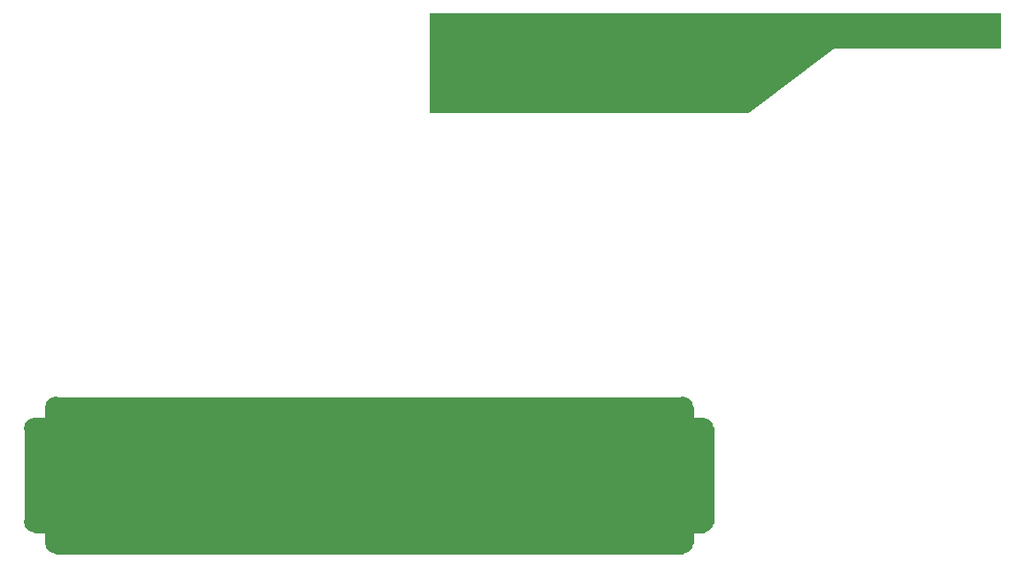
<source format=gbr>
G75*
G70*
%OFA0B0*%
%FSLAX24Y24*%
%IPPOS*%
%LPD*%
%AMOC8*
5,1,8,0,0,1.08239X$1,22.5*
%
%ADD10C,0.0000*%
%ADD11C,0.0001*%
%ADD12C,0.0787*%
D10*
X002229Y015337D02*
X025851Y015337D01*
X026244Y015731D01*
X026244Y016125D01*
X026638Y016125D01*
X027032Y016519D01*
X027032Y020062D01*
X026638Y020456D01*
X026244Y020456D01*
X026244Y020849D01*
X025851Y021243D01*
X002229Y021243D01*
X001835Y020849D01*
X001835Y020456D01*
X001441Y020456D01*
X001047Y020062D01*
X001047Y016519D01*
X001441Y016125D01*
X001835Y016125D01*
X001835Y015731D01*
X002229Y015337D01*
X016339Y032007D02*
X028339Y032007D01*
X031536Y034428D01*
X037819Y034428D01*
X037819Y035731D01*
X016339Y035731D01*
X016339Y032007D01*
X031260Y034731D02*
X037819Y034731D01*
X037819Y035731D01*
D11*
X016339Y035731D01*
X016339Y035730D02*
X037819Y035730D01*
X037819Y035729D02*
X016339Y035729D01*
X016339Y035728D02*
X037819Y035728D01*
X037819Y035727D02*
X016339Y035727D01*
X016339Y035726D02*
X037819Y035726D01*
X037819Y035725D02*
X016339Y035725D01*
X016339Y035724D02*
X037819Y035724D01*
X037819Y035723D02*
X016339Y035723D01*
X016339Y035722D02*
X037819Y035722D01*
X037819Y035721D02*
X016339Y035721D01*
X016339Y035720D02*
X037819Y035720D01*
X037819Y035719D02*
X016339Y035719D01*
X016339Y035718D02*
X037819Y035718D01*
X037819Y035717D02*
X016339Y035717D01*
X016339Y035716D02*
X037819Y035716D01*
X037819Y035715D02*
X016339Y035715D01*
X016339Y035714D02*
X037819Y035714D01*
X037819Y035713D02*
X016339Y035713D01*
X016339Y035712D02*
X037819Y035712D01*
X037819Y035711D02*
X016339Y035711D01*
X016339Y035710D02*
X037819Y035710D01*
X037819Y035709D02*
X016339Y035709D01*
X016339Y035708D02*
X037819Y035708D01*
X037819Y035707D02*
X016339Y035707D01*
X016339Y035706D02*
X037819Y035706D01*
X037819Y035705D02*
X016339Y035705D01*
X016339Y035704D02*
X037819Y035704D01*
X037819Y035703D02*
X016339Y035703D01*
X016339Y035702D02*
X037819Y035702D01*
X037819Y035701D02*
X016339Y035701D01*
X016339Y035700D02*
X037819Y035700D01*
X037819Y035699D02*
X016339Y035699D01*
X016339Y035698D02*
X037819Y035698D01*
X037819Y035697D02*
X016339Y035697D01*
X016339Y035696D02*
X037819Y035696D01*
X037819Y035695D02*
X016339Y035695D01*
X016339Y035694D02*
X037819Y035694D01*
X037819Y035693D02*
X016339Y035693D01*
X016339Y035692D02*
X037819Y035692D01*
X037819Y035691D02*
X016339Y035691D01*
X016339Y035690D02*
X037819Y035690D01*
X037819Y035689D02*
X016339Y035689D01*
X016339Y035688D02*
X037819Y035688D01*
X037819Y035687D02*
X016339Y035687D01*
X016339Y035686D02*
X037819Y035686D01*
X037819Y035685D02*
X016339Y035685D01*
X016339Y035684D02*
X037819Y035684D01*
X037819Y035683D02*
X016339Y035683D01*
X016339Y035682D02*
X037819Y035682D01*
X037819Y035681D02*
X016339Y035681D01*
X016339Y035680D02*
X037819Y035680D01*
X037819Y035679D02*
X016339Y035679D01*
X016339Y035678D02*
X037819Y035678D01*
X037819Y035677D02*
X016339Y035677D01*
X016339Y035676D02*
X037819Y035676D01*
X037819Y035675D02*
X016339Y035675D01*
X016339Y035674D02*
X037819Y035674D01*
X037819Y035673D02*
X016339Y035673D01*
X016339Y035672D02*
X037819Y035672D01*
X037819Y035671D02*
X016339Y035671D01*
X016339Y035670D02*
X037819Y035670D01*
X037819Y035669D02*
X016339Y035669D01*
X016339Y035668D02*
X037819Y035668D01*
X037819Y035667D02*
X016339Y035667D01*
X016339Y035666D02*
X037819Y035666D01*
X037819Y035665D02*
X016339Y035665D01*
X016339Y035664D02*
X037819Y035664D01*
X037819Y035663D02*
X016339Y035663D01*
X016339Y035662D02*
X037819Y035662D01*
X037819Y035661D02*
X016339Y035661D01*
X016339Y035660D02*
X037819Y035660D01*
X037819Y035659D02*
X016339Y035659D01*
X016339Y035658D02*
X037819Y035658D01*
X037819Y035657D02*
X016339Y035657D01*
X016339Y035656D02*
X037819Y035656D01*
X037819Y035655D02*
X016339Y035655D01*
X016339Y035654D02*
X037819Y035654D01*
X037819Y035653D02*
X016339Y035653D01*
X016339Y035652D02*
X037819Y035652D01*
X037819Y035651D02*
X016339Y035651D01*
X016339Y035650D02*
X037819Y035650D01*
X037819Y035649D02*
X016339Y035649D01*
X016339Y035648D02*
X037819Y035648D01*
X037819Y035647D02*
X016339Y035647D01*
X016339Y035646D02*
X037819Y035646D01*
X037819Y035645D02*
X016339Y035645D01*
X016339Y035644D02*
X037819Y035644D01*
X037819Y035643D02*
X016339Y035643D01*
X016339Y035642D02*
X037819Y035642D01*
X037819Y035641D02*
X016339Y035641D01*
X016339Y035640D02*
X037819Y035640D01*
X037819Y035639D02*
X016339Y035639D01*
X016339Y035638D02*
X037819Y035638D01*
X037819Y035637D02*
X016339Y035637D01*
X016339Y035636D02*
X037819Y035636D01*
X037819Y035635D02*
X016339Y035635D01*
X016339Y035634D02*
X037819Y035634D01*
X037819Y035633D02*
X016339Y035633D01*
X016339Y035632D02*
X037819Y035632D01*
X037819Y035631D02*
X016339Y035631D01*
X016339Y035630D02*
X037819Y035630D01*
X037819Y035629D02*
X016339Y035629D01*
X016339Y035628D02*
X037819Y035628D01*
X037819Y035627D02*
X016339Y035627D01*
X016339Y035626D02*
X037819Y035626D01*
X037819Y035625D02*
X016339Y035625D01*
X016339Y035624D02*
X037819Y035624D01*
X037819Y035623D02*
X016339Y035623D01*
X016339Y035622D02*
X037819Y035622D01*
X037819Y035621D02*
X016339Y035621D01*
X016339Y035620D02*
X037819Y035620D01*
X037819Y035619D02*
X016339Y035619D01*
X016339Y035618D02*
X037819Y035618D01*
X037819Y035617D02*
X016339Y035617D01*
X016339Y035616D02*
X037819Y035616D01*
X037819Y035615D02*
X016339Y035615D01*
X016339Y035614D02*
X037819Y035614D01*
X037819Y035613D02*
X016339Y035613D01*
X016339Y035612D02*
X037819Y035612D01*
X037819Y035611D02*
X016339Y035611D01*
X016339Y035610D02*
X037819Y035610D01*
X037819Y035609D02*
X016339Y035609D01*
X016339Y035608D02*
X037819Y035608D01*
X037819Y035607D02*
X016339Y035607D01*
X016339Y035606D02*
X037819Y035606D01*
X037819Y035605D02*
X016339Y035605D01*
X016339Y035604D02*
X037819Y035604D01*
X037819Y035603D02*
X016339Y035603D01*
X016339Y035602D02*
X037819Y035602D01*
X037819Y035601D02*
X016339Y035601D01*
X016339Y035600D02*
X037819Y035600D01*
X037819Y035599D02*
X016339Y035599D01*
X016339Y035598D02*
X037819Y035598D01*
X037819Y035597D02*
X016339Y035597D01*
X016339Y035596D02*
X037819Y035596D01*
X037819Y035595D02*
X016339Y035595D01*
X016339Y035594D02*
X037819Y035594D01*
X037819Y035593D02*
X016339Y035593D01*
X016339Y035592D02*
X037819Y035592D01*
X037819Y035591D02*
X016339Y035591D01*
X016339Y035590D02*
X037819Y035590D01*
X037819Y035589D02*
X016339Y035589D01*
X016339Y035588D02*
X037819Y035588D01*
X037819Y035587D02*
X016339Y035587D01*
X016339Y035586D02*
X037819Y035586D01*
X037819Y035585D02*
X016339Y035585D01*
X016339Y035584D02*
X037819Y035584D01*
X037819Y035583D02*
X016339Y035583D01*
X016339Y035582D02*
X037819Y035582D01*
X037819Y035581D02*
X016339Y035581D01*
X016339Y035580D02*
X037819Y035580D01*
X037819Y035579D02*
X016339Y035579D01*
X016339Y035578D02*
X037819Y035578D01*
X037819Y035577D02*
X016339Y035577D01*
X016339Y035576D02*
X037819Y035576D01*
X037819Y035575D02*
X016339Y035575D01*
X016339Y035574D02*
X037819Y035574D01*
X037819Y035573D02*
X016339Y035573D01*
X016339Y035572D02*
X037819Y035572D01*
X037819Y035571D02*
X016339Y035571D01*
X016339Y035570D02*
X037819Y035570D01*
X037819Y035569D02*
X016339Y035569D01*
X016339Y035568D02*
X037819Y035568D01*
X037819Y035567D02*
X016339Y035567D01*
X016339Y035566D02*
X037819Y035566D01*
X037819Y035565D02*
X016339Y035565D01*
X016339Y035564D02*
X037819Y035564D01*
X037819Y035563D02*
X016339Y035563D01*
X016339Y035562D02*
X037819Y035562D01*
X037819Y035561D02*
X016339Y035561D01*
X016339Y035560D02*
X037819Y035560D01*
X037819Y035559D02*
X016339Y035559D01*
X016339Y035558D02*
X037819Y035558D01*
X037819Y035557D02*
X016339Y035557D01*
X016339Y035556D02*
X037819Y035556D01*
X037819Y035555D02*
X016339Y035555D01*
X016339Y035554D02*
X037819Y035554D01*
X037819Y035553D02*
X016339Y035553D01*
X016339Y035552D02*
X037819Y035552D01*
X037819Y035551D02*
X016339Y035551D01*
X016339Y035550D02*
X037819Y035550D01*
X037819Y035549D02*
X016339Y035549D01*
X016339Y035548D02*
X037819Y035548D01*
X037819Y035547D02*
X016339Y035547D01*
X016339Y035546D02*
X037819Y035546D01*
X037819Y035545D02*
X016339Y035545D01*
X016339Y035544D02*
X037819Y035544D01*
X037819Y035543D02*
X016339Y035543D01*
X016339Y035542D02*
X037819Y035542D01*
X037819Y035541D02*
X016339Y035541D01*
X016339Y035540D02*
X037819Y035540D01*
X037819Y035539D02*
X016339Y035539D01*
X016339Y035538D02*
X037819Y035538D01*
X037819Y035537D02*
X016339Y035537D01*
X016339Y035536D02*
X037819Y035536D01*
X037819Y035535D02*
X016339Y035535D01*
X016339Y035534D02*
X037819Y035534D01*
X037819Y035533D02*
X016339Y035533D01*
X016339Y035532D02*
X037819Y035532D01*
X037819Y035531D02*
X016339Y035531D01*
X016339Y035530D02*
X037819Y035530D01*
X037819Y035529D02*
X016339Y035529D01*
X016339Y035528D02*
X037819Y035528D01*
X037819Y035527D02*
X016339Y035527D01*
X016339Y035526D02*
X037819Y035526D01*
X037819Y035525D02*
X016339Y035525D01*
X016339Y035524D02*
X037819Y035524D01*
X037819Y035523D02*
X016339Y035523D01*
X016339Y035522D02*
X037819Y035522D01*
X037819Y035521D02*
X016339Y035521D01*
X016339Y035520D02*
X037819Y035520D01*
X037819Y035519D02*
X016339Y035519D01*
X016339Y035518D02*
X037819Y035518D01*
X037819Y035517D02*
X016339Y035517D01*
X016339Y035516D02*
X037819Y035516D01*
X037819Y035515D02*
X016339Y035515D01*
X016339Y035514D02*
X037819Y035514D01*
X037819Y035513D02*
X016339Y035513D01*
X016339Y035512D02*
X037819Y035512D01*
X037819Y035511D02*
X016339Y035511D01*
X016339Y035510D02*
X037819Y035510D01*
X037819Y035509D02*
X016339Y035509D01*
X016339Y035508D02*
X037819Y035508D01*
X037819Y035507D02*
X016339Y035507D01*
X016339Y035506D02*
X037819Y035506D01*
X037819Y035505D02*
X016339Y035505D01*
X016339Y035504D02*
X037819Y035504D01*
X037819Y035503D02*
X016339Y035503D01*
X016339Y035502D02*
X037819Y035502D01*
X037819Y035501D02*
X016339Y035501D01*
X016339Y035500D02*
X037819Y035500D01*
X037819Y035499D02*
X016339Y035499D01*
X016339Y035498D02*
X037819Y035498D01*
X037819Y035497D02*
X016339Y035497D01*
X016339Y035496D02*
X037819Y035496D01*
X037819Y035495D02*
X016339Y035495D01*
X016339Y035494D02*
X037819Y035494D01*
X037819Y035493D02*
X016339Y035493D01*
X016339Y035492D02*
X037819Y035492D01*
X037819Y035491D02*
X016339Y035491D01*
X016339Y035490D02*
X037819Y035490D01*
X037819Y035489D02*
X016339Y035489D01*
X016339Y035488D02*
X037819Y035488D01*
X037819Y035487D02*
X016339Y035487D01*
X016339Y035486D02*
X037819Y035486D01*
X037819Y035485D02*
X016339Y035485D01*
X016339Y035484D02*
X037819Y035484D01*
X037819Y035483D02*
X016339Y035483D01*
X016339Y035482D02*
X037819Y035482D01*
X037819Y035481D02*
X016339Y035481D01*
X016339Y035480D02*
X037819Y035480D01*
X037819Y035479D02*
X016339Y035479D01*
X016339Y035478D02*
X037819Y035478D01*
X037819Y035477D02*
X016339Y035477D01*
X016339Y035476D02*
X037819Y035476D01*
X037819Y035475D02*
X016339Y035475D01*
X016339Y035474D02*
X037819Y035474D01*
X037819Y035473D02*
X016339Y035473D01*
X016339Y035472D02*
X037819Y035472D01*
X037819Y035471D02*
X016339Y035471D01*
X016339Y035470D02*
X037819Y035470D01*
X037819Y035469D02*
X016339Y035469D01*
X016339Y035468D02*
X037819Y035468D01*
X037819Y035467D02*
X016339Y035467D01*
X016339Y035466D02*
X037819Y035466D01*
X037819Y035465D02*
X016339Y035465D01*
X016339Y035464D02*
X037819Y035464D01*
X037819Y035463D02*
X016339Y035463D01*
X016339Y035462D02*
X037819Y035462D01*
X037819Y035461D02*
X016339Y035461D01*
X016339Y035460D02*
X037819Y035460D01*
X037819Y035459D02*
X016339Y035459D01*
X016339Y035458D02*
X037819Y035458D01*
X037819Y035457D02*
X016339Y035457D01*
X016339Y035456D02*
X037819Y035456D01*
X037819Y035455D02*
X016339Y035455D01*
X016339Y035454D02*
X037819Y035454D01*
X037819Y035453D02*
X016339Y035453D01*
X016339Y035452D02*
X037819Y035452D01*
X037819Y035451D02*
X016339Y035451D01*
X016339Y035450D02*
X037819Y035450D01*
X037819Y035449D02*
X016339Y035449D01*
X016339Y035448D02*
X037819Y035448D01*
X037819Y035447D02*
X016339Y035447D01*
X016339Y035446D02*
X037819Y035446D01*
X037819Y035445D02*
X016339Y035445D01*
X016339Y035444D02*
X037819Y035444D01*
X037819Y035443D02*
X016339Y035443D01*
X016339Y035442D02*
X037819Y035442D01*
X037819Y035441D02*
X016339Y035441D01*
X016339Y035440D02*
X037819Y035440D01*
X037819Y035439D02*
X016339Y035439D01*
X016339Y035438D02*
X037819Y035438D01*
X037819Y035437D02*
X016339Y035437D01*
X016339Y035436D02*
X037819Y035436D01*
X037819Y035435D02*
X016339Y035435D01*
X016339Y035434D02*
X037819Y035434D01*
X037819Y035433D02*
X016339Y035433D01*
X016339Y035432D02*
X037819Y035432D01*
X037819Y035431D02*
X016339Y035431D01*
X016339Y035430D02*
X037819Y035430D01*
X037819Y035429D02*
X016339Y035429D01*
X016339Y035428D02*
X037819Y035428D01*
X037819Y035427D02*
X016339Y035427D01*
X016339Y035426D02*
X037819Y035426D01*
X037819Y035425D02*
X016339Y035425D01*
X016339Y035424D02*
X037819Y035424D01*
X037819Y035423D02*
X016339Y035423D01*
X016339Y035422D02*
X037819Y035422D01*
X037819Y035421D02*
X016339Y035421D01*
X016339Y035420D02*
X037819Y035420D01*
X037819Y035419D02*
X016339Y035419D01*
X016339Y035418D02*
X037819Y035418D01*
X037819Y035417D02*
X016339Y035417D01*
X016339Y035416D02*
X037819Y035416D01*
X037819Y035415D02*
X016339Y035415D01*
X016339Y035414D02*
X037819Y035414D01*
X037819Y035413D02*
X016339Y035413D01*
X016339Y035412D02*
X037819Y035412D01*
X037819Y035411D02*
X016339Y035411D01*
X016339Y035410D02*
X037819Y035410D01*
X037819Y035409D02*
X016339Y035409D01*
X016339Y035408D02*
X037819Y035408D01*
X037819Y035407D02*
X016339Y035407D01*
X016339Y035406D02*
X037819Y035406D01*
X037819Y035405D02*
X016339Y035405D01*
X016339Y035404D02*
X037819Y035404D01*
X037819Y035403D02*
X016339Y035403D01*
X016339Y035402D02*
X037819Y035402D01*
X037819Y035401D02*
X016339Y035401D01*
X016339Y035400D02*
X037819Y035400D01*
X037819Y035399D02*
X016339Y035399D01*
X016339Y035398D02*
X037819Y035398D01*
X037819Y035397D02*
X016339Y035397D01*
X016339Y035396D02*
X037819Y035396D01*
X037819Y035395D02*
X016339Y035395D01*
X016339Y035394D02*
X037819Y035394D01*
X037819Y035393D02*
X016339Y035393D01*
X016339Y035392D02*
X037819Y035392D01*
X037819Y035391D02*
X016339Y035391D01*
X016339Y035390D02*
X037819Y035390D01*
X037819Y035389D02*
X016339Y035389D01*
X016339Y035388D02*
X037819Y035388D01*
X037819Y035387D02*
X016339Y035387D01*
X016339Y035386D02*
X037819Y035386D01*
X037819Y035385D02*
X016339Y035385D01*
X016339Y035384D02*
X037819Y035384D01*
X037819Y035383D02*
X016339Y035383D01*
X016339Y035382D02*
X037819Y035382D01*
X037819Y035381D02*
X016339Y035381D01*
X016339Y035380D02*
X037819Y035380D01*
X037819Y035379D02*
X016339Y035379D01*
X016339Y035378D02*
X037819Y035378D01*
X037819Y035377D02*
X016339Y035377D01*
X016339Y035376D02*
X037819Y035376D01*
X037819Y035375D02*
X016339Y035375D01*
X016339Y035374D02*
X037819Y035374D01*
X037819Y035373D02*
X016339Y035373D01*
X016339Y035372D02*
X037819Y035372D01*
X037819Y035371D02*
X016339Y035371D01*
X016339Y035370D02*
X037819Y035370D01*
X037819Y035369D02*
X016339Y035369D01*
X016339Y035368D02*
X037819Y035368D01*
X037819Y035367D02*
X016339Y035367D01*
X016339Y035366D02*
X037819Y035366D01*
X037819Y035365D02*
X016339Y035365D01*
X016339Y035364D02*
X037819Y035364D01*
X037819Y035363D02*
X016339Y035363D01*
X016339Y035362D02*
X037819Y035362D01*
X037819Y035361D02*
X016339Y035361D01*
X016339Y035360D02*
X037819Y035360D01*
X037819Y035359D02*
X016339Y035359D01*
X016339Y035358D02*
X037819Y035358D01*
X037819Y035357D02*
X016339Y035357D01*
X016339Y035356D02*
X037819Y035356D01*
X037819Y035355D02*
X016339Y035355D01*
X016339Y035354D02*
X037819Y035354D01*
X037819Y035353D02*
X016339Y035353D01*
X016339Y035352D02*
X037819Y035352D01*
X037819Y035351D02*
X016339Y035351D01*
X016339Y035350D02*
X037819Y035350D01*
X037819Y035349D02*
X016339Y035349D01*
X016339Y035348D02*
X037819Y035348D01*
X037819Y035347D02*
X016339Y035347D01*
X016339Y035346D02*
X037819Y035346D01*
X037819Y035345D02*
X016339Y035345D01*
X016339Y035344D02*
X037819Y035344D01*
X037819Y035343D02*
X016339Y035343D01*
X016339Y035342D02*
X037819Y035342D01*
X037819Y035341D02*
X016339Y035341D01*
X016339Y035340D02*
X037819Y035340D01*
X037819Y035339D02*
X016339Y035339D01*
X016339Y035338D02*
X037819Y035338D01*
X037819Y035337D02*
X016339Y035337D01*
X016339Y035336D02*
X037819Y035336D01*
X037819Y035335D02*
X016339Y035335D01*
X016339Y035334D02*
X037819Y035334D01*
X037819Y035333D02*
X016339Y035333D01*
X016339Y035332D02*
X037819Y035332D01*
X037819Y035331D02*
X016339Y035331D01*
X016339Y035330D02*
X037819Y035330D01*
X037819Y035329D02*
X016339Y035329D01*
X016339Y035328D02*
X037819Y035328D01*
X037819Y035327D02*
X016339Y035327D01*
X016339Y035326D02*
X037819Y035326D01*
X037819Y035325D02*
X016339Y035325D01*
X016339Y035324D02*
X037819Y035324D01*
X037819Y035323D02*
X016339Y035323D01*
X016339Y035322D02*
X037819Y035322D01*
X037819Y035321D02*
X016339Y035321D01*
X016339Y035320D02*
X037819Y035320D01*
X037819Y035319D02*
X016339Y035319D01*
X016339Y035318D02*
X037819Y035318D01*
X037819Y035317D02*
X016339Y035317D01*
X016339Y035316D02*
X037819Y035316D01*
X037819Y035315D02*
X016339Y035315D01*
X016339Y035314D02*
X037819Y035314D01*
X037819Y035313D02*
X016339Y035313D01*
X016339Y035312D02*
X037819Y035312D01*
X037819Y035311D02*
X016339Y035311D01*
X016339Y035310D02*
X037819Y035310D01*
X037819Y035309D02*
X016339Y035309D01*
X016339Y035308D02*
X037819Y035308D01*
X037819Y035307D02*
X016339Y035307D01*
X016339Y035306D02*
X037819Y035306D01*
X037819Y035305D02*
X016339Y035305D01*
X016339Y035304D02*
X037819Y035304D01*
X037819Y035303D02*
X016339Y035303D01*
X016339Y035302D02*
X037819Y035302D01*
X037819Y035301D02*
X016339Y035301D01*
X016339Y035300D02*
X037819Y035300D01*
X037819Y035299D02*
X016339Y035299D01*
X016339Y035298D02*
X037819Y035298D01*
X037819Y035297D02*
X016339Y035297D01*
X016339Y035296D02*
X037819Y035296D01*
X037819Y035295D02*
X016339Y035295D01*
X016339Y035294D02*
X037819Y035294D01*
X037819Y035293D02*
X016339Y035293D01*
X016339Y035292D02*
X037819Y035292D01*
X037819Y035291D02*
X016339Y035291D01*
X016339Y035290D02*
X037819Y035290D01*
X037819Y035289D02*
X016339Y035289D01*
X016339Y035288D02*
X037819Y035288D01*
X037819Y035287D02*
X016339Y035287D01*
X016339Y035286D02*
X037819Y035286D01*
X037819Y035285D02*
X016339Y035285D01*
X016339Y035284D02*
X037819Y035284D01*
X037819Y035283D02*
X016339Y035283D01*
X016339Y035282D02*
X037819Y035282D01*
X037819Y035281D02*
X016339Y035281D01*
X016339Y035280D02*
X037819Y035280D01*
X037819Y035279D02*
X016339Y035279D01*
X016339Y035278D02*
X037819Y035278D01*
X037819Y035277D02*
X016339Y035277D01*
X016339Y035276D02*
X037819Y035276D01*
X037819Y035275D02*
X016339Y035275D01*
X016339Y035274D02*
X037819Y035274D01*
X037819Y035273D02*
X016339Y035273D01*
X016339Y035272D02*
X037819Y035272D01*
X037819Y035271D02*
X016339Y035271D01*
X016339Y035270D02*
X037819Y035270D01*
X037819Y035269D02*
X016339Y035269D01*
X016339Y035268D02*
X037819Y035268D01*
X037819Y035267D02*
X016339Y035267D01*
X016339Y035266D02*
X037819Y035266D01*
X037819Y035265D02*
X016339Y035265D01*
X016339Y035264D02*
X037819Y035264D01*
X037819Y035263D02*
X016339Y035263D01*
X016339Y035262D02*
X037819Y035262D01*
X037819Y035261D02*
X016339Y035261D01*
X016339Y035260D02*
X037819Y035260D01*
X037819Y035259D02*
X016339Y035259D01*
X016339Y035258D02*
X037819Y035258D01*
X037819Y035257D02*
X016339Y035257D01*
X016339Y035256D02*
X037819Y035256D01*
X037819Y035255D02*
X016339Y035255D01*
X016339Y035254D02*
X037819Y035254D01*
X037819Y035253D02*
X016339Y035253D01*
X016339Y035252D02*
X037819Y035252D01*
X037819Y035251D02*
X016339Y035251D01*
X016339Y035250D02*
X037819Y035250D01*
X037819Y035249D02*
X016339Y035249D01*
X016339Y035248D02*
X037819Y035248D01*
X037819Y035247D02*
X016339Y035247D01*
X016339Y035246D02*
X037819Y035246D01*
X037819Y035245D02*
X016339Y035245D01*
X016339Y035244D02*
X037819Y035244D01*
X037819Y035243D02*
X016339Y035243D01*
X016339Y035242D02*
X037819Y035242D01*
X037819Y035241D02*
X016339Y035241D01*
X016339Y035240D02*
X037819Y035240D01*
X037819Y035239D02*
X016339Y035239D01*
X016339Y035238D02*
X037819Y035238D01*
X037819Y035237D02*
X016339Y035237D01*
X016339Y035236D02*
X037819Y035236D01*
X037819Y035235D02*
X016339Y035235D01*
X016339Y035234D02*
X037819Y035234D01*
X037819Y035233D02*
X016339Y035233D01*
X016339Y035232D02*
X037819Y035232D01*
X037819Y035231D02*
X016339Y035231D01*
X016339Y035230D02*
X037819Y035230D01*
X037819Y035229D02*
X016339Y035229D01*
X016339Y035228D02*
X037819Y035228D01*
X037819Y035227D02*
X016339Y035227D01*
X016339Y035226D02*
X037819Y035226D01*
X037819Y035225D02*
X016339Y035225D01*
X016339Y035224D02*
X037819Y035224D01*
X037819Y035223D02*
X016339Y035223D01*
X016339Y035222D02*
X037819Y035222D01*
X037819Y035221D02*
X016339Y035221D01*
X016339Y035220D02*
X037819Y035220D01*
X037819Y035219D02*
X016339Y035219D01*
X016339Y035218D02*
X037819Y035218D01*
X037819Y035217D02*
X016339Y035217D01*
X016339Y035216D02*
X037819Y035216D01*
X037819Y035215D02*
X016339Y035215D01*
X016339Y035214D02*
X037819Y035214D01*
X037819Y035213D02*
X016339Y035213D01*
X016339Y035212D02*
X037819Y035212D01*
X037819Y035211D02*
X016339Y035211D01*
X016339Y035210D02*
X037819Y035210D01*
X037819Y035209D02*
X016339Y035209D01*
X016339Y035208D02*
X037819Y035208D01*
X037819Y035207D02*
X016339Y035207D01*
X016339Y035206D02*
X037819Y035206D01*
X037819Y035205D02*
X016339Y035205D01*
X016339Y035204D02*
X037819Y035204D01*
X037819Y035203D02*
X016339Y035203D01*
X016339Y035202D02*
X037819Y035202D01*
X037819Y035201D02*
X016339Y035201D01*
X016339Y035200D02*
X037819Y035200D01*
X037819Y035199D02*
X016339Y035199D01*
X016339Y035198D02*
X037819Y035198D01*
X016339Y035198D01*
X016339Y035197D02*
X037819Y035197D01*
X037819Y035196D02*
X016339Y035196D01*
X016339Y035195D02*
X037819Y035195D01*
X037819Y035194D02*
X016339Y035194D01*
X016339Y035193D02*
X037819Y035193D01*
X037819Y035192D02*
X016339Y035192D01*
X016339Y035191D02*
X037819Y035191D01*
X037819Y035190D02*
X016339Y035190D01*
X016339Y035189D02*
X037819Y035189D01*
X037819Y035188D02*
X016339Y035188D01*
X016339Y035187D02*
X037819Y035187D01*
X037819Y035186D02*
X016339Y035186D01*
X016339Y035185D02*
X037819Y035185D01*
X037819Y035184D02*
X016339Y035184D01*
X016339Y035183D02*
X037819Y035183D01*
X037819Y035182D02*
X016339Y035182D01*
X016339Y035181D02*
X037819Y035181D01*
X037819Y035180D02*
X016339Y035180D01*
X016339Y035179D02*
X037819Y035179D01*
X037819Y035178D02*
X016339Y035178D01*
X016339Y035177D02*
X037819Y035177D01*
X037819Y035176D02*
X016339Y035176D01*
X016339Y035175D02*
X037819Y035175D01*
X037819Y035174D02*
X016339Y035174D01*
X016339Y035173D02*
X037819Y035173D01*
X037819Y035172D02*
X016339Y035172D01*
X016339Y035171D02*
X037819Y035171D01*
X037819Y035170D02*
X016339Y035170D01*
X016339Y035169D02*
X037819Y035169D01*
X037819Y035168D02*
X016339Y035168D01*
X016339Y035167D02*
X037819Y035167D01*
X037819Y035166D02*
X016339Y035166D01*
X016339Y035165D02*
X037819Y035165D01*
X037819Y035164D02*
X016339Y035164D01*
X016339Y035163D02*
X037819Y035163D01*
X037819Y035162D02*
X016339Y035162D01*
X016339Y035161D02*
X037819Y035161D01*
X037819Y035160D02*
X016339Y035160D01*
X016339Y035159D02*
X037819Y035159D01*
X037819Y035158D02*
X016339Y035158D01*
X016339Y035157D02*
X037819Y035157D01*
X037819Y035156D02*
X016339Y035156D01*
X016339Y035155D02*
X037819Y035155D01*
X037819Y035154D02*
X016339Y035154D01*
X016339Y035153D02*
X037819Y035153D01*
X037819Y035152D02*
X016339Y035152D01*
X016339Y035151D02*
X037819Y035151D01*
X037819Y035150D02*
X016339Y035150D01*
X016339Y035149D02*
X037819Y035149D01*
X037819Y035148D02*
X016339Y035148D01*
X016339Y035147D02*
X037819Y035147D01*
X037819Y035146D02*
X016339Y035146D01*
X016339Y035145D02*
X037819Y035145D01*
X037819Y035144D02*
X016339Y035144D01*
X016339Y035143D02*
X037819Y035143D01*
X037819Y035142D02*
X016339Y035142D01*
X016339Y035141D02*
X037819Y035141D01*
X037819Y035140D02*
X016339Y035140D01*
X016339Y035139D02*
X037819Y035139D01*
X037819Y035138D02*
X016339Y035138D01*
X016339Y035137D02*
X037819Y035137D01*
X037819Y035136D02*
X016339Y035136D01*
X016339Y035135D02*
X037819Y035135D01*
X037819Y035134D02*
X016339Y035134D01*
X016339Y035133D02*
X037819Y035133D01*
X037819Y035132D02*
X016339Y035132D01*
X016339Y035131D02*
X037819Y035131D01*
X037819Y035130D02*
X016339Y035130D01*
X016339Y035129D02*
X037819Y035129D01*
X037819Y035128D02*
X016339Y035128D01*
X016339Y035127D02*
X037819Y035127D01*
X037819Y035126D02*
X016339Y035126D01*
X016339Y035125D02*
X037819Y035125D01*
X037819Y035124D02*
X016339Y035124D01*
X016339Y035123D02*
X037819Y035123D01*
X037819Y035122D02*
X016339Y035122D01*
X016339Y035121D02*
X037819Y035121D01*
X037819Y035120D02*
X016339Y035120D01*
X016339Y035119D02*
X037819Y035119D01*
X037819Y035118D02*
X016339Y035118D01*
X016339Y035117D02*
X037819Y035117D01*
X037819Y035116D02*
X016339Y035116D01*
X016339Y035115D02*
X037819Y035115D01*
X037819Y035114D02*
X016339Y035114D01*
X016339Y035113D02*
X037819Y035113D01*
X037819Y035112D02*
X016339Y035112D01*
X016339Y035111D02*
X037819Y035111D01*
X037819Y035110D02*
X016339Y035110D01*
X016339Y035109D02*
X037819Y035109D01*
X037819Y035108D02*
X016339Y035108D01*
X016339Y035107D02*
X037819Y035107D01*
X037819Y035106D02*
X016339Y035106D01*
X016339Y035105D02*
X037819Y035105D01*
X037819Y035104D02*
X016339Y035104D01*
X016339Y035103D02*
X037819Y035103D01*
X037819Y035102D02*
X016339Y035102D01*
X016339Y035101D02*
X037819Y035101D01*
X037819Y035100D02*
X016339Y035100D01*
X016339Y035099D02*
X037819Y035099D01*
X037819Y035098D02*
X016339Y035098D01*
X016339Y035097D02*
X037819Y035097D01*
X037819Y035096D02*
X016339Y035096D01*
X016339Y035095D02*
X037819Y035095D01*
X037819Y035094D02*
X016339Y035094D01*
X016339Y035093D02*
X037819Y035093D01*
X037819Y035092D02*
X016339Y035092D01*
X016339Y035091D02*
X037819Y035091D01*
X037819Y035090D02*
X016339Y035090D01*
X016339Y035089D02*
X037819Y035089D01*
X037819Y035088D02*
X016339Y035088D01*
X016339Y035087D02*
X037819Y035087D01*
X037819Y035086D02*
X016339Y035086D01*
X016339Y035085D02*
X037819Y035085D01*
X037819Y035084D02*
X016339Y035084D01*
X016339Y035083D02*
X037819Y035083D01*
X037819Y035082D02*
X016339Y035082D01*
X016339Y035081D02*
X037819Y035081D01*
X037819Y035080D02*
X016339Y035080D01*
X016339Y035079D02*
X037819Y035079D01*
X037819Y035078D02*
X016339Y035078D01*
X016339Y035077D02*
X037819Y035077D01*
X037819Y035076D02*
X016339Y035076D01*
X016339Y035075D02*
X037819Y035075D01*
X037819Y035074D02*
X016339Y035074D01*
X016339Y035073D02*
X037819Y035073D01*
X037819Y035072D02*
X016339Y035072D01*
X016339Y035071D02*
X037819Y035071D01*
X037819Y035070D02*
X016339Y035070D01*
X016339Y035069D02*
X037819Y035069D01*
X037819Y035068D02*
X016339Y035068D01*
X016339Y035067D02*
X037819Y035067D01*
X037819Y035066D02*
X016339Y035066D01*
X016339Y035065D02*
X037819Y035065D01*
X037819Y035064D02*
X016339Y035064D01*
X016339Y035063D02*
X037819Y035063D01*
X037819Y035062D02*
X016339Y035062D01*
X016339Y035061D02*
X037819Y035061D01*
X037819Y035060D02*
X016339Y035060D01*
X016339Y035059D02*
X037819Y035059D01*
X037819Y035058D02*
X016339Y035058D01*
X016339Y035057D02*
X037819Y035057D01*
X037819Y035056D02*
X016339Y035056D01*
X016339Y035055D02*
X037819Y035055D01*
X037819Y035054D02*
X016339Y035054D01*
X016339Y035053D02*
X037819Y035053D01*
X037819Y035052D02*
X016339Y035052D01*
X016339Y035051D02*
X037819Y035051D01*
X037819Y035050D02*
X016339Y035050D01*
X016339Y035049D02*
X037819Y035049D01*
X037819Y035048D02*
X016339Y035048D01*
X016339Y035047D02*
X037819Y035047D01*
X037819Y035046D02*
X016339Y035046D01*
X016339Y035045D02*
X037819Y035045D01*
X037819Y035044D02*
X016339Y035044D01*
X016339Y035043D02*
X037819Y035043D01*
X037819Y035042D02*
X016339Y035042D01*
X016339Y035041D02*
X037819Y035041D01*
X037819Y035040D02*
X016339Y035040D01*
X016339Y035039D02*
X037819Y035039D01*
X037819Y035038D02*
X016339Y035038D01*
X016339Y035037D02*
X037819Y035037D01*
X037819Y035036D02*
X016339Y035036D01*
X016339Y035035D02*
X037819Y035035D01*
X037819Y035034D02*
X016339Y035034D01*
X016339Y035033D02*
X037819Y035033D01*
X037819Y035032D02*
X016339Y035032D01*
X016339Y035031D02*
X037819Y035031D01*
X037819Y035030D02*
X016339Y035030D01*
X016339Y035029D02*
X037819Y035029D01*
X037819Y035028D02*
X016339Y035028D01*
X016339Y035027D02*
X037819Y035027D01*
X037819Y035026D02*
X016339Y035026D01*
X016339Y035025D02*
X037819Y035025D01*
X037819Y035024D02*
X016339Y035024D01*
X016339Y035023D02*
X037819Y035023D01*
X037819Y035022D02*
X016339Y035022D01*
X016339Y035021D02*
X037819Y035021D01*
X037819Y035020D02*
X016339Y035020D01*
X016339Y035019D02*
X037819Y035019D01*
X037819Y035018D02*
X016339Y035018D01*
X016339Y035017D02*
X037819Y035017D01*
X037819Y035016D02*
X016339Y035016D01*
X016339Y035015D02*
X037819Y035015D01*
X037819Y035014D02*
X016339Y035014D01*
X016339Y035013D02*
X037819Y035013D01*
X037819Y035012D02*
X016339Y035012D01*
X016339Y035011D02*
X037819Y035011D01*
X037819Y035010D02*
X016339Y035010D01*
X016339Y035009D02*
X037819Y035009D01*
X037819Y035008D02*
X016339Y035008D01*
X016339Y035007D02*
X037819Y035007D01*
X037819Y035006D02*
X016339Y035006D01*
X016339Y035005D02*
X037819Y035005D01*
X037819Y035004D02*
X016339Y035004D01*
X016339Y035003D02*
X037819Y035003D01*
X037819Y035002D02*
X016339Y035002D01*
X016339Y035001D02*
X037819Y035001D01*
X037819Y035000D02*
X016339Y035000D01*
X016339Y034999D02*
X037819Y034999D01*
X037819Y034998D02*
X016339Y034998D01*
X016339Y034997D02*
X037819Y034997D01*
X037819Y034996D02*
X016339Y034996D01*
X016339Y034995D02*
X037819Y034995D01*
X037819Y034994D02*
X016339Y034994D01*
X016339Y034993D02*
X037819Y034993D01*
X037819Y034992D02*
X016339Y034992D01*
X016339Y034991D02*
X037819Y034991D01*
X037819Y034990D02*
X016339Y034990D01*
X016339Y034989D02*
X037819Y034989D01*
X037819Y034988D02*
X016339Y034988D01*
X016339Y034987D02*
X037819Y034987D01*
X037819Y034986D02*
X016339Y034986D01*
X016339Y034985D02*
X037819Y034985D01*
X037819Y034984D02*
X016339Y034984D01*
X016339Y034983D02*
X037819Y034983D01*
X037819Y034982D02*
X016339Y034982D01*
X016339Y034981D02*
X037819Y034981D01*
X037819Y034980D02*
X016339Y034980D01*
X016339Y034979D02*
X037819Y034979D01*
X037819Y034978D02*
X016339Y034978D01*
X016339Y034977D02*
X037819Y034977D01*
X037819Y034976D02*
X016339Y034976D01*
X016339Y034975D02*
X037819Y034975D01*
X037819Y034974D02*
X016339Y034974D01*
X016339Y034973D02*
X037819Y034973D01*
X037819Y034972D02*
X016339Y034972D01*
X016339Y034971D02*
X037819Y034971D01*
X037819Y034970D02*
X016339Y034970D01*
X016339Y034969D02*
X037819Y034969D01*
X037819Y034968D02*
X016339Y034968D01*
X016339Y034967D02*
X037819Y034967D01*
X037819Y034966D02*
X016339Y034966D01*
X016339Y034965D02*
X037819Y034965D01*
X037819Y034964D02*
X016339Y034964D01*
X016339Y034963D02*
X037819Y034963D01*
X037819Y034962D02*
X016339Y034962D01*
X016339Y034961D02*
X037819Y034961D01*
X037819Y034960D02*
X016339Y034960D01*
X016339Y034959D02*
X037819Y034959D01*
X037819Y034958D02*
X016339Y034958D01*
X016339Y034957D02*
X037819Y034957D01*
X037819Y034956D02*
X016339Y034956D01*
X016339Y034955D02*
X037819Y034955D01*
X037819Y034954D02*
X016339Y034954D01*
X016339Y034953D02*
X037819Y034953D01*
X037819Y034952D02*
X016339Y034952D01*
X016339Y034951D02*
X037819Y034951D01*
X037819Y034950D02*
X016339Y034950D01*
X016339Y034949D02*
X037819Y034949D01*
X037819Y034948D02*
X016339Y034948D01*
X016339Y034947D02*
X037819Y034947D01*
X037819Y034946D02*
X016339Y034946D01*
X016339Y034945D02*
X037819Y034945D01*
X037819Y034944D02*
X016339Y034944D01*
X016339Y034943D02*
X037819Y034943D01*
X037819Y034942D02*
X016339Y034942D01*
X016339Y034941D02*
X037819Y034941D01*
X037819Y034940D02*
X016339Y034940D01*
X016339Y034939D02*
X037819Y034939D01*
X037819Y034938D02*
X016339Y034938D01*
X016339Y034937D02*
X037819Y034937D01*
X037819Y034936D02*
X016339Y034936D01*
X016339Y034935D02*
X037819Y034935D01*
X037819Y034934D02*
X016339Y034934D01*
X016339Y034933D02*
X037819Y034933D01*
X037819Y034932D02*
X016339Y034932D01*
X016339Y034931D02*
X037819Y034931D01*
X037819Y034930D02*
X016339Y034930D01*
X016339Y034929D02*
X037819Y034929D01*
X037819Y034928D02*
X016339Y034928D01*
X016339Y034927D02*
X037819Y034927D01*
X037819Y034926D02*
X016339Y034926D01*
X016339Y034925D02*
X037819Y034925D01*
X037819Y034924D02*
X016339Y034924D01*
X016339Y034923D02*
X037819Y034923D01*
X037819Y034922D02*
X016339Y034922D01*
X016339Y034921D02*
X037819Y034921D01*
X037819Y034920D02*
X016339Y034920D01*
X016339Y034919D02*
X037819Y034919D01*
X037819Y034918D02*
X016339Y034918D01*
X016339Y034917D02*
X037819Y034917D01*
X037819Y034916D02*
X016339Y034916D01*
X016339Y034915D02*
X037819Y034915D01*
X037819Y034914D02*
X016339Y034914D01*
X016339Y034913D02*
X037819Y034913D01*
X037819Y034912D02*
X016339Y034912D01*
X016339Y034911D02*
X037819Y034911D01*
X037819Y034910D02*
X016339Y034910D01*
X016339Y034909D02*
X037819Y034909D01*
X037819Y034908D02*
X016339Y034908D01*
X016339Y034907D02*
X037819Y034907D01*
X037819Y034906D02*
X016339Y034906D01*
X016339Y034905D02*
X037819Y034905D01*
X037819Y034904D02*
X016339Y034904D01*
X016339Y034903D02*
X037819Y034903D01*
X037819Y034902D02*
X016339Y034902D01*
X016339Y034901D02*
X037819Y034901D01*
X037819Y034900D02*
X016339Y034900D01*
X016339Y034899D02*
X037819Y034899D01*
X037819Y034898D02*
X016339Y034898D01*
X016339Y034897D02*
X037819Y034897D01*
X037819Y034896D02*
X016339Y034896D01*
X016339Y034895D02*
X037819Y034895D01*
X037819Y034894D02*
X016339Y034894D01*
X016339Y034893D02*
X037819Y034893D01*
X037819Y034892D02*
X016339Y034892D01*
X016339Y034891D02*
X037819Y034891D01*
X037819Y034890D02*
X016339Y034890D01*
X016339Y034889D02*
X037819Y034889D01*
X037819Y034888D02*
X016339Y034888D01*
X016339Y034887D02*
X037819Y034887D01*
X037819Y034886D02*
X016339Y034886D01*
X016339Y034885D02*
X037819Y034885D01*
X037819Y034884D02*
X016339Y034884D01*
X016339Y034883D02*
X037819Y034883D01*
X037819Y034882D02*
X016339Y034882D01*
X016339Y034881D02*
X037819Y034881D01*
X037819Y034880D02*
X016339Y034880D01*
X016339Y034879D02*
X037819Y034879D01*
X037819Y034878D02*
X016339Y034878D01*
X016339Y034877D02*
X037819Y034877D01*
X037819Y034876D02*
X016339Y034876D01*
X016339Y034875D02*
X037819Y034875D01*
X037819Y034874D02*
X016339Y034874D01*
X016339Y034873D02*
X037819Y034873D01*
X037819Y034872D02*
X016339Y034872D01*
X016339Y034871D02*
X037819Y034871D01*
X037819Y034870D02*
X016339Y034870D01*
X016339Y034869D02*
X037819Y034869D01*
X037819Y034868D02*
X016339Y034868D01*
X016339Y034867D02*
X037819Y034867D01*
X037819Y034866D02*
X016339Y034866D01*
X016339Y034865D02*
X037819Y034865D01*
X037819Y034864D02*
X016339Y034864D01*
X016339Y034863D02*
X037819Y034863D01*
X037819Y034862D02*
X016339Y034862D01*
X016339Y034861D02*
X037819Y034861D01*
X037819Y034860D02*
X016339Y034860D01*
X016339Y034859D02*
X037819Y034859D01*
X037819Y034858D02*
X016339Y034858D01*
X016339Y034857D02*
X037819Y034857D01*
X037819Y034856D02*
X016339Y034856D01*
X016339Y034855D02*
X037819Y034855D01*
X037819Y034854D02*
X016339Y034854D01*
X016339Y034853D02*
X037819Y034853D01*
X037819Y034852D02*
X016339Y034852D01*
X016339Y034851D02*
X037819Y034851D01*
X037819Y034850D02*
X016339Y034850D01*
X016339Y034849D02*
X037819Y034849D01*
X037819Y034848D02*
X016339Y034848D01*
X016339Y034847D02*
X037819Y034847D01*
X037819Y034846D02*
X016339Y034846D01*
X016339Y034845D02*
X037819Y034845D01*
X037819Y034844D02*
X016339Y034844D01*
X016339Y034843D02*
X037819Y034843D01*
X037819Y034842D02*
X016339Y034842D01*
X016339Y034841D02*
X037819Y034841D01*
X037819Y034840D02*
X016339Y034840D01*
X016339Y034839D02*
X037819Y034839D01*
X037819Y034838D02*
X016339Y034838D01*
X016339Y034837D02*
X037819Y034837D01*
X037819Y034836D02*
X016339Y034836D01*
X016339Y034835D02*
X037819Y034835D01*
X037819Y034834D02*
X016339Y034834D01*
X016339Y034833D02*
X037819Y034833D01*
X037819Y034832D02*
X016339Y034832D01*
X016339Y034831D02*
X037819Y034831D01*
X037819Y034830D02*
X016339Y034830D01*
X016339Y034829D02*
X037819Y034829D01*
X037819Y034828D02*
X016339Y034828D01*
X016339Y034827D02*
X037819Y034827D01*
X037819Y034826D02*
X016339Y034826D01*
X016339Y034825D02*
X037819Y034825D01*
X037819Y034824D02*
X016339Y034824D01*
X016339Y034823D02*
X037819Y034823D01*
X037819Y034822D02*
X016339Y034822D01*
X016339Y034821D02*
X037819Y034821D01*
X037819Y034820D02*
X016339Y034820D01*
X016339Y034819D02*
X037819Y034819D01*
X037819Y034818D02*
X016339Y034818D01*
X016339Y034817D02*
X037819Y034817D01*
X037819Y034816D02*
X016339Y034816D01*
X016339Y034815D02*
X037819Y034815D01*
X037819Y034814D02*
X016339Y034814D01*
X016339Y034813D02*
X037819Y034813D01*
X037819Y034812D02*
X016339Y034812D01*
X016339Y034811D02*
X037819Y034811D01*
X037819Y034810D02*
X016339Y034810D01*
X016339Y034809D02*
X037819Y034809D01*
X037819Y034808D02*
X016339Y034808D01*
X016339Y034807D02*
X037819Y034807D01*
X037819Y034806D02*
X016339Y034806D01*
X016339Y034805D02*
X037819Y034805D01*
X037819Y034804D02*
X016339Y034804D01*
X016339Y034803D02*
X037819Y034803D01*
X037819Y034802D02*
X016339Y034802D01*
X016339Y034801D02*
X037819Y034801D01*
X037819Y034800D02*
X016339Y034800D01*
X016339Y034799D02*
X037819Y034799D01*
X037819Y034798D02*
X016339Y034798D01*
X016339Y034797D02*
X037819Y034797D01*
X037819Y034796D02*
X016339Y034796D01*
X016339Y034795D02*
X037819Y034795D01*
X037819Y034794D02*
X016339Y034794D01*
X016339Y034793D02*
X037819Y034793D01*
X037819Y034792D02*
X016339Y034792D01*
X016339Y034791D02*
X037819Y034791D01*
X037819Y034790D02*
X016339Y034790D01*
X016339Y034789D02*
X037819Y034789D01*
X037819Y034788D02*
X016339Y034788D01*
X016339Y034787D02*
X037819Y034787D01*
X037819Y034786D02*
X016339Y034786D01*
X016339Y034785D02*
X037819Y034785D01*
X037819Y034784D02*
X016339Y034784D01*
X016339Y034783D02*
X037819Y034783D01*
X037819Y034782D02*
X016339Y034782D01*
X016339Y034781D02*
X037819Y034781D01*
X037819Y034780D02*
X016339Y034780D01*
X016339Y034779D02*
X037819Y034779D01*
X037819Y034778D02*
X016339Y034778D01*
X016339Y034777D02*
X037819Y034777D01*
X037819Y034776D02*
X016339Y034776D01*
X016339Y034775D02*
X037819Y034775D01*
X037819Y034774D02*
X016339Y034774D01*
X016339Y034773D02*
X037819Y034773D01*
X037819Y034772D02*
X016339Y034772D01*
X016339Y034771D02*
X037819Y034771D01*
X037819Y034770D02*
X016339Y034770D01*
X016339Y034769D02*
X037819Y034769D01*
X037819Y034768D02*
X016339Y034768D01*
X016339Y034767D02*
X037819Y034767D01*
X037819Y034766D02*
X016339Y034766D01*
X016339Y034765D02*
X037819Y034765D01*
X037819Y034764D02*
X016339Y034764D01*
X016339Y034763D02*
X037819Y034763D01*
X037819Y034762D02*
X016339Y034762D01*
X016339Y034761D02*
X037819Y034761D01*
X037819Y034760D02*
X016339Y034760D01*
X016339Y034759D02*
X037819Y034759D01*
X037819Y034758D02*
X016339Y034758D01*
X016339Y034757D02*
X037819Y034757D01*
X037819Y034756D02*
X016339Y034756D01*
X016339Y034755D02*
X037819Y034755D01*
X037819Y034754D02*
X016339Y034754D01*
X016339Y034753D02*
X037819Y034753D01*
X037819Y034752D02*
X016339Y034752D01*
X016339Y034751D02*
X037819Y034751D01*
X037819Y034750D02*
X016339Y034750D01*
X016339Y034749D02*
X037819Y034749D01*
X037819Y034748D02*
X016339Y034748D01*
X016339Y034747D02*
X037819Y034747D01*
X037819Y034746D02*
X016339Y034746D01*
X016339Y034745D02*
X037819Y034745D01*
X037819Y034744D02*
X016339Y034744D01*
X016339Y034743D02*
X037819Y034743D01*
X037819Y034742D02*
X016339Y034742D01*
X016339Y034741D02*
X037819Y034741D01*
X037819Y034740D02*
X016339Y034740D01*
X016339Y034739D02*
X037819Y034739D01*
X037819Y034738D02*
X016339Y034738D01*
X016339Y034737D02*
X037819Y034737D01*
X037819Y034736D02*
X016339Y034736D01*
X016339Y034735D02*
X037819Y034735D01*
X037819Y034734D02*
X016339Y034734D01*
X016339Y034733D02*
X037819Y034733D01*
X037819Y034732D02*
X016339Y034732D01*
X016339Y034731D02*
X037819Y034731D01*
X037819Y034730D02*
X016339Y034730D01*
X016339Y034729D02*
X037819Y034729D01*
X037819Y034728D02*
X016339Y034728D01*
X016339Y034727D02*
X037819Y034727D01*
X037819Y034726D02*
X016339Y034726D01*
X016339Y034725D02*
X037819Y034725D01*
X037819Y034724D02*
X016339Y034724D01*
X016339Y034723D02*
X037819Y034723D01*
X037819Y034722D02*
X016339Y034722D01*
X016339Y034721D02*
X037819Y034721D01*
X037819Y034720D02*
X016339Y034720D01*
X016339Y034719D02*
X037819Y034719D01*
X037819Y034718D02*
X016339Y034718D01*
X016339Y034717D02*
X037819Y034717D01*
X037819Y034716D02*
X016339Y034716D01*
X016339Y034715D02*
X037819Y034715D01*
X037819Y034714D02*
X016339Y034714D01*
X016339Y034713D02*
X037819Y034713D01*
X037819Y034712D02*
X016339Y034712D01*
X016339Y034711D02*
X037819Y034711D01*
X037819Y034710D02*
X016339Y034710D01*
X016339Y034709D02*
X037819Y034709D01*
X037819Y034708D02*
X016339Y034708D01*
X016339Y034707D02*
X037819Y034707D01*
X037819Y034706D02*
X016339Y034706D01*
X016339Y034705D02*
X037819Y034705D01*
X037819Y034704D02*
X016339Y034704D01*
X016339Y034703D02*
X037819Y034703D01*
X037819Y034702D02*
X016339Y034702D01*
X016339Y034701D02*
X037819Y034701D01*
X037819Y034700D02*
X016339Y034700D01*
X016339Y034699D02*
X037819Y034699D01*
X037819Y034698D02*
X016339Y034698D01*
X016339Y034697D02*
X037819Y034697D01*
X037819Y034696D02*
X016339Y034696D01*
X016339Y034695D02*
X037819Y034695D01*
X037819Y034694D02*
X016339Y034694D01*
X016339Y034693D02*
X037819Y034693D01*
X037819Y034692D02*
X016339Y034692D01*
X016339Y034691D02*
X037819Y034691D01*
X037819Y034690D02*
X016339Y034690D01*
X016339Y034689D02*
X037819Y034689D01*
X037819Y034688D02*
X016339Y034688D01*
X016339Y034687D02*
X037819Y034687D01*
X037819Y034686D02*
X016339Y034686D01*
X016339Y034685D02*
X037819Y034685D01*
X037819Y034684D02*
X016339Y034684D01*
X016339Y034683D02*
X037819Y034683D01*
X037819Y034682D02*
X016339Y034682D01*
X016339Y034681D02*
X037819Y034681D01*
X037819Y034680D02*
X016339Y034680D01*
X016339Y034679D02*
X037819Y034679D01*
X037819Y034678D02*
X016339Y034678D01*
X016339Y034677D02*
X037819Y034677D01*
X037819Y034676D02*
X016339Y034676D01*
X016339Y034675D02*
X037819Y034675D01*
X037819Y034674D02*
X016339Y034674D01*
X016339Y034673D02*
X037819Y034673D01*
X037819Y034672D02*
X016339Y034672D01*
X016339Y034671D02*
X037819Y034671D01*
X037819Y034670D02*
X016339Y034670D01*
X016339Y034669D02*
X037819Y034669D01*
X037819Y034668D02*
X016339Y034668D01*
X016339Y034667D02*
X037819Y034667D01*
X037819Y034666D02*
X016339Y034666D01*
X016339Y034665D02*
X037819Y034665D01*
X037819Y034664D02*
X016339Y034664D01*
X016339Y034663D02*
X037819Y034663D01*
X037819Y034662D02*
X016339Y034662D01*
X016339Y034661D02*
X037819Y034661D01*
X037819Y034660D02*
X016339Y034660D01*
X016339Y034659D02*
X037819Y034659D01*
X037819Y034658D02*
X016339Y034658D01*
X016339Y034657D02*
X037819Y034657D01*
X037819Y034656D02*
X016339Y034656D01*
X016339Y034655D02*
X037819Y034655D01*
X037819Y034654D02*
X016339Y034654D01*
X016339Y034653D02*
X037819Y034653D01*
X037819Y034652D02*
X016339Y034652D01*
X016339Y034651D02*
X037819Y034651D01*
X037819Y034650D02*
X016339Y034650D01*
X016339Y034649D02*
X037819Y034649D01*
X037819Y034648D02*
X016339Y034648D01*
X016339Y034647D02*
X037819Y034647D01*
X037819Y034646D02*
X016339Y034646D01*
X016339Y034645D02*
X037819Y034645D01*
X037819Y034644D02*
X016339Y034644D01*
X016339Y034643D02*
X037819Y034643D01*
X037819Y034642D02*
X016339Y034642D01*
X016339Y034641D02*
X037819Y034641D01*
X037819Y034640D02*
X016339Y034640D01*
X016339Y034639D02*
X037819Y034639D01*
X037819Y034638D02*
X016339Y034638D01*
X016339Y034637D02*
X037819Y034637D01*
X037819Y034636D02*
X016339Y034636D01*
X016339Y034635D02*
X037819Y034635D01*
X037819Y034634D02*
X016339Y034634D01*
X016339Y034633D02*
X037819Y034633D01*
X037819Y034632D02*
X016339Y034632D01*
X016339Y034631D02*
X037819Y034631D01*
X037819Y034630D02*
X016339Y034630D01*
X016339Y034629D02*
X037819Y034629D01*
X037819Y034628D02*
X016339Y034628D01*
X016339Y034627D02*
X037819Y034627D01*
X037819Y034626D02*
X016339Y034626D01*
X016339Y034625D02*
X037819Y034625D01*
X037819Y034624D02*
X016339Y034624D01*
X016339Y034623D02*
X037819Y034623D01*
X037819Y034622D02*
X016339Y034622D01*
X016339Y034621D02*
X037819Y034621D01*
X037819Y034620D02*
X016339Y034620D01*
X016339Y034619D02*
X037819Y034619D01*
X037819Y034618D02*
X016339Y034618D01*
X016339Y034617D02*
X037819Y034617D01*
X037819Y034616D02*
X016339Y034616D01*
X016339Y034615D02*
X037819Y034615D01*
X037819Y034614D02*
X016339Y034614D01*
X016339Y034613D02*
X037819Y034613D01*
X037819Y034612D02*
X016339Y034612D01*
X016339Y034611D02*
X037819Y034611D01*
X037819Y034610D02*
X016339Y034610D01*
X016339Y034609D02*
X037819Y034609D01*
X037819Y034608D02*
X016339Y034608D01*
X016339Y034607D02*
X037819Y034607D01*
X037819Y034606D02*
X016339Y034606D01*
X016339Y034605D02*
X037819Y034605D01*
X037819Y034604D02*
X016339Y034604D01*
X016339Y034603D02*
X037819Y034603D01*
X037819Y034602D02*
X016339Y034602D01*
X016339Y034601D02*
X037819Y034601D01*
X037819Y034600D02*
X016339Y034600D01*
X016339Y034599D02*
X037819Y034599D01*
X037819Y034598D02*
X016339Y034598D01*
X016339Y034597D02*
X037819Y034597D01*
X037819Y034596D02*
X016339Y034596D01*
X016339Y034595D02*
X037819Y034595D01*
X037819Y034594D02*
X016339Y034594D01*
X016339Y034593D02*
X037819Y034593D01*
X037819Y034592D02*
X016339Y034592D01*
X016339Y034591D02*
X037819Y034591D01*
X037819Y034590D02*
X016339Y034590D01*
X016339Y034589D02*
X037819Y034589D01*
X037819Y034588D02*
X016339Y034588D01*
X016339Y034587D02*
X037819Y034587D01*
X037819Y034586D02*
X016339Y034586D01*
X016339Y034585D02*
X037819Y034585D01*
X037819Y034584D02*
X016339Y034584D01*
X016339Y034583D02*
X037819Y034583D01*
X037819Y034582D02*
X016339Y034582D01*
X016339Y034581D02*
X037819Y034581D01*
X037819Y034580D02*
X016339Y034580D01*
X016339Y034579D02*
X037819Y034579D01*
X037819Y034578D02*
X016339Y034578D01*
X016339Y034577D02*
X037819Y034577D01*
X037819Y034576D02*
X016339Y034576D01*
X016339Y034575D02*
X037819Y034575D01*
X037819Y034574D02*
X016339Y034574D01*
X016339Y034573D02*
X037819Y034573D01*
X037819Y034572D02*
X016339Y034572D01*
X016339Y034571D02*
X037819Y034571D01*
X037819Y034570D02*
X016339Y034570D01*
X016339Y034569D02*
X037819Y034569D01*
X037819Y034568D02*
X016339Y034568D01*
X016339Y034567D02*
X037819Y034567D01*
X037819Y034566D02*
X016339Y034566D01*
X016339Y034565D02*
X037819Y034565D01*
X037819Y034564D02*
X016339Y034564D01*
X016339Y034563D02*
X037819Y034563D01*
X037819Y034562D02*
X016339Y034562D01*
X016339Y034561D02*
X037819Y034561D01*
X037819Y034560D02*
X016339Y034560D01*
X016339Y034559D02*
X037819Y034559D01*
X037819Y034558D02*
X016339Y034558D01*
X016339Y034557D02*
X037819Y034557D01*
X037819Y034556D02*
X016339Y034556D01*
X016339Y034555D02*
X037819Y034555D01*
X037819Y034554D02*
X016339Y034554D01*
X016339Y034553D02*
X037819Y034553D01*
X037819Y034552D02*
X016339Y034552D01*
X016339Y034551D02*
X037819Y034551D01*
X037819Y034550D02*
X016339Y034550D01*
X016339Y034549D02*
X037819Y034549D01*
X037819Y034548D02*
X016339Y034548D01*
X016339Y034547D02*
X037819Y034547D01*
X037819Y034546D02*
X016339Y034546D01*
X016339Y034545D02*
X037819Y034545D01*
X037819Y034544D02*
X016339Y034544D01*
X016339Y034543D02*
X037819Y034543D01*
X037819Y034542D02*
X016339Y034542D01*
X016339Y034541D02*
X037819Y034541D01*
X037819Y034540D02*
X016339Y034540D01*
X016339Y034539D02*
X037819Y034539D01*
X037819Y034538D02*
X016339Y034538D01*
X016339Y034537D02*
X037819Y034537D01*
X037819Y034536D02*
X016339Y034536D01*
X016339Y034535D02*
X037819Y034535D01*
X037819Y034534D02*
X016339Y034534D01*
X016339Y034533D02*
X037819Y034533D01*
X037819Y034532D02*
X016339Y034532D01*
X016339Y034531D02*
X037819Y034531D01*
X037819Y034530D02*
X016339Y034530D01*
X016339Y034529D02*
X037819Y034529D01*
X037819Y034528D02*
X016339Y034528D01*
X016339Y034527D02*
X037819Y034527D01*
X037819Y034526D02*
X016339Y034526D01*
X016339Y034525D02*
X037819Y034525D01*
X037819Y034524D02*
X016339Y034524D01*
X016339Y034523D02*
X037819Y034523D01*
X037819Y034522D02*
X016339Y034522D01*
X016339Y034521D02*
X037819Y034521D01*
X037819Y034520D02*
X016339Y034520D01*
X016339Y034519D02*
X037819Y034519D01*
X037819Y034518D02*
X016339Y034518D01*
X016339Y034517D02*
X037819Y034517D01*
X037819Y034516D02*
X016339Y034516D01*
X016339Y034515D02*
X037819Y034515D01*
X037819Y034514D02*
X016339Y034514D01*
X016339Y034513D02*
X037819Y034513D01*
X037819Y034512D02*
X016339Y034512D01*
X016339Y034511D02*
X037819Y034511D01*
X037819Y034510D02*
X016339Y034510D01*
X016339Y034509D02*
X037819Y034509D01*
X037819Y034508D02*
X016339Y034508D01*
X016339Y034507D02*
X037819Y034507D01*
X037819Y034506D02*
X016339Y034506D01*
X016339Y034505D02*
X037819Y034505D01*
X037819Y034504D02*
X016339Y034504D01*
X016339Y034503D02*
X037819Y034503D01*
X037819Y034502D02*
X016339Y034502D01*
X016339Y034501D02*
X037819Y034501D01*
X037819Y034500D02*
X016339Y034500D01*
X016339Y034499D02*
X037819Y034499D01*
X037819Y034498D02*
X016339Y034498D01*
X016339Y034497D02*
X037819Y034497D01*
X037819Y034496D02*
X016339Y034496D01*
X016339Y034495D02*
X037819Y034495D01*
X037819Y034494D02*
X016339Y034494D01*
X016339Y034493D02*
X037819Y034493D01*
X037819Y034492D02*
X016339Y034492D01*
X016339Y034491D02*
X037819Y034491D01*
X037819Y034490D02*
X016339Y034490D01*
X016339Y034489D02*
X037819Y034489D01*
X037819Y034488D02*
X016339Y034488D01*
X016339Y034487D02*
X037819Y034487D01*
X037819Y034486D02*
X016339Y034486D01*
X016339Y034485D02*
X037819Y034485D01*
X037819Y034484D02*
X016339Y034484D01*
X016339Y034483D02*
X037819Y034483D01*
X037819Y034482D02*
X016339Y034482D01*
X016339Y034481D02*
X037819Y034481D01*
X037819Y034480D02*
X016339Y034480D01*
X016339Y034479D02*
X037819Y034479D01*
X037819Y034478D02*
X016339Y034478D01*
X016339Y034477D02*
X037819Y034477D01*
X037819Y034476D02*
X016339Y034476D01*
X016339Y034475D02*
X037819Y034475D01*
X037819Y034474D02*
X016339Y034474D01*
X016339Y034473D02*
X037819Y034473D01*
X037819Y034472D02*
X016339Y034472D01*
X016339Y034471D02*
X037819Y034471D01*
X037819Y034470D02*
X016339Y034470D01*
X016339Y034469D02*
X037819Y034469D01*
X037819Y034468D02*
X016339Y034468D01*
X016339Y034467D02*
X037819Y034467D01*
X037819Y034466D02*
X016339Y034466D01*
X016339Y034465D02*
X037819Y034465D01*
X037819Y034464D02*
X016339Y034464D01*
X016339Y034463D02*
X037819Y034463D01*
X037819Y034462D02*
X016339Y034462D01*
X016339Y034461D02*
X037819Y034461D01*
X037819Y034460D02*
X016339Y034460D01*
X016339Y034459D02*
X037819Y034459D01*
X037819Y034458D02*
X016339Y034458D01*
X016339Y034457D02*
X037819Y034457D01*
X037819Y034456D02*
X016339Y034456D01*
X016339Y034455D02*
X037819Y034455D01*
X037819Y034454D02*
X016339Y034454D01*
X016339Y034453D02*
X037819Y034453D01*
X037819Y034452D02*
X016339Y034452D01*
X016339Y034451D02*
X037819Y034451D01*
X037819Y034450D02*
X016339Y034450D01*
X016339Y034449D02*
X037819Y034449D01*
X037819Y034448D02*
X016339Y034448D01*
X016339Y034447D02*
X037819Y034447D01*
X037819Y034446D02*
X016339Y034446D01*
X016339Y034445D02*
X037819Y034445D01*
X037819Y034444D02*
X016339Y034444D01*
X016339Y034443D02*
X037819Y034443D01*
X037819Y034442D02*
X016339Y034442D01*
X016339Y034441D02*
X037819Y034441D01*
X037819Y034440D02*
X016339Y034440D01*
X016339Y034439D02*
X037819Y034439D01*
X037819Y034438D02*
X016339Y034438D01*
X016339Y034437D02*
X037819Y034437D01*
X037819Y034436D02*
X016339Y034436D01*
X016339Y034435D02*
X037819Y034435D01*
X037819Y034434D02*
X016339Y034434D01*
X016339Y034433D02*
X037819Y034433D01*
X037819Y034432D02*
X016339Y034432D01*
X016339Y034431D02*
X037819Y034431D01*
X037819Y034430D02*
X016339Y034430D01*
X016339Y034429D02*
X037819Y034429D01*
X037819Y034428D02*
X016339Y034428D01*
X016339Y034427D02*
X031535Y034427D01*
X031533Y034426D02*
X016339Y034426D01*
X016339Y034425D02*
X031532Y034425D01*
X031531Y034424D02*
X016339Y034424D01*
X016339Y034423D02*
X031529Y034423D01*
X031528Y034422D02*
X016339Y034422D01*
X016339Y034421D02*
X031527Y034421D01*
X031525Y034420D02*
X016339Y034420D01*
X016339Y034419D02*
X031524Y034419D01*
X031523Y034418D02*
X016339Y034418D01*
X016339Y034417D02*
X031521Y034417D01*
X031520Y034416D02*
X016339Y034416D01*
X016339Y034415D02*
X031519Y034415D01*
X031517Y034414D02*
X016339Y034414D01*
X016339Y034413D02*
X031516Y034413D01*
X031515Y034412D02*
X016339Y034412D01*
X016339Y034411D02*
X031513Y034411D01*
X031512Y034410D02*
X016339Y034410D01*
X016339Y034409D02*
X031511Y034409D01*
X031510Y034408D02*
X016339Y034408D01*
X016339Y034407D02*
X031508Y034407D01*
X031507Y034406D02*
X016339Y034406D01*
X016339Y034405D02*
X031506Y034405D01*
X031504Y034404D02*
X016339Y034404D01*
X016339Y034403D02*
X031503Y034403D01*
X031502Y034402D02*
X016339Y034402D01*
X016339Y034401D02*
X031500Y034401D01*
X031499Y034400D02*
X016339Y034400D01*
X016339Y034399D02*
X031498Y034399D01*
X031496Y034398D02*
X016339Y034398D01*
X016339Y034397D02*
X031495Y034397D01*
X031494Y034396D02*
X016339Y034396D01*
X016339Y034395D02*
X031492Y034395D01*
X031491Y034394D02*
X016339Y034394D01*
X016339Y034393D02*
X031490Y034393D01*
X031488Y034392D02*
X016339Y034392D01*
X016339Y034391D02*
X031487Y034391D01*
X031486Y034390D02*
X016339Y034390D01*
X016339Y034389D02*
X031484Y034389D01*
X031483Y034388D02*
X016339Y034388D01*
X016339Y034387D02*
X031482Y034387D01*
X031480Y034386D02*
X016339Y034386D01*
X016339Y034385D02*
X031479Y034385D01*
X031478Y034384D02*
X016339Y034384D01*
X016339Y034383D02*
X031477Y034383D01*
X031475Y034382D02*
X016339Y034382D01*
X016339Y034381D02*
X031474Y034381D01*
X031473Y034380D02*
X016339Y034380D01*
X016339Y034379D02*
X031471Y034379D01*
X031470Y034378D02*
X016339Y034378D01*
X016339Y034377D02*
X031469Y034377D01*
X031467Y034376D02*
X016339Y034376D01*
X016339Y034375D02*
X031466Y034375D01*
X031465Y034374D02*
X016339Y034374D01*
X016339Y034373D02*
X031463Y034373D01*
X031462Y034372D02*
X016339Y034372D01*
X016339Y034371D02*
X031461Y034371D01*
X031459Y034370D02*
X016339Y034370D01*
X016339Y034369D02*
X031458Y034369D01*
X031457Y034368D02*
X016339Y034368D01*
X016339Y034367D02*
X031455Y034367D01*
X031454Y034366D02*
X016339Y034366D01*
X016339Y034365D02*
X031453Y034365D01*
X031451Y034364D02*
X016339Y034364D01*
X016339Y034363D02*
X031450Y034363D01*
X031449Y034362D02*
X016339Y034362D01*
X016339Y034361D02*
X031448Y034361D01*
X031446Y034360D02*
X016339Y034360D01*
X016339Y034359D02*
X031445Y034359D01*
X031444Y034358D02*
X016339Y034358D01*
X016339Y034357D02*
X031442Y034357D01*
X031441Y034356D02*
X016339Y034356D01*
X016339Y034355D02*
X031440Y034355D01*
X031438Y034354D02*
X016339Y034354D01*
X016339Y034353D02*
X031437Y034353D01*
X031436Y034352D02*
X016339Y034352D01*
X016339Y034351D02*
X031434Y034351D01*
X031433Y034350D02*
X016339Y034350D01*
X016339Y034349D02*
X031432Y034349D01*
X031430Y034348D02*
X016339Y034348D01*
X016339Y034347D02*
X031429Y034347D01*
X031428Y034346D02*
X016339Y034346D01*
X016339Y034345D02*
X031426Y034345D01*
X031425Y034344D02*
X016339Y034344D01*
X016339Y034343D02*
X031424Y034343D01*
X031422Y034342D02*
X016339Y034342D01*
X016339Y034341D02*
X031421Y034341D01*
X031420Y034340D02*
X016339Y034340D01*
X016339Y034339D02*
X031418Y034339D01*
X031417Y034338D02*
X016339Y034338D01*
X016339Y034337D02*
X031416Y034337D01*
X031415Y034336D02*
X016339Y034336D01*
X016339Y034335D02*
X031413Y034335D01*
X031412Y034334D02*
X016339Y034334D01*
X016339Y034333D02*
X031411Y034333D01*
X031409Y034332D02*
X016339Y034332D01*
X016339Y034331D02*
X031408Y034331D01*
X031407Y034330D02*
X016339Y034330D01*
X016339Y034329D02*
X031405Y034329D01*
X031404Y034328D02*
X016339Y034328D01*
X016339Y034327D02*
X031403Y034327D01*
X031401Y034326D02*
X016339Y034326D01*
X016339Y034325D02*
X031400Y034325D01*
X031399Y034324D02*
X016339Y034324D01*
X016339Y034323D02*
X031397Y034323D01*
X031396Y034322D02*
X016339Y034322D01*
X016339Y034321D02*
X031395Y034321D01*
X031393Y034320D02*
X016339Y034320D01*
X016339Y034319D02*
X031392Y034319D01*
X031391Y034318D02*
X016339Y034318D01*
X016339Y034317D02*
X031389Y034317D01*
X031388Y034316D02*
X016339Y034316D01*
X016339Y034315D02*
X031387Y034315D01*
X031386Y034314D02*
X016339Y034314D01*
X016339Y034313D02*
X031384Y034313D01*
X031383Y034312D02*
X016339Y034312D01*
X016339Y034311D02*
X031382Y034311D01*
X031380Y034310D02*
X016339Y034310D01*
X016339Y034309D02*
X031379Y034309D01*
X031378Y034308D02*
X016339Y034308D01*
X016339Y034307D02*
X031376Y034307D01*
X031375Y034306D02*
X016339Y034306D01*
X016339Y034305D02*
X031374Y034305D01*
X031372Y034304D02*
X016339Y034304D01*
X016339Y034303D02*
X031371Y034303D01*
X031370Y034302D02*
X016339Y034302D01*
X016339Y034301D02*
X031368Y034301D01*
X031367Y034300D02*
X016339Y034300D01*
X016339Y034299D02*
X031366Y034299D01*
X031364Y034298D02*
X016339Y034298D01*
X016339Y034297D02*
X031363Y034297D01*
X031362Y034296D02*
X016339Y034296D01*
X016339Y034295D02*
X031360Y034295D01*
X031359Y034294D02*
X016339Y034294D01*
X016339Y034293D02*
X031358Y034293D01*
X031357Y034292D02*
X016339Y034292D01*
X016339Y034291D02*
X031355Y034291D01*
X031354Y034290D02*
X016339Y034290D01*
X016339Y034289D02*
X031353Y034289D01*
X031351Y034288D02*
X016339Y034288D01*
X016339Y034287D02*
X031350Y034287D01*
X031349Y034286D02*
X016339Y034286D01*
X016339Y034285D02*
X031347Y034285D01*
X031346Y034284D02*
X016339Y034284D01*
X016339Y034283D02*
X031345Y034283D01*
X031343Y034282D02*
X016339Y034282D01*
X016339Y034281D02*
X031342Y034281D01*
X031341Y034280D02*
X016339Y034280D01*
X016339Y034279D02*
X031339Y034279D01*
X031338Y034278D02*
X016339Y034278D01*
X016339Y034277D02*
X031337Y034277D01*
X031335Y034276D02*
X016339Y034276D01*
X016339Y034275D02*
X031334Y034275D01*
X031333Y034274D02*
X016339Y034274D01*
X016339Y034273D02*
X031331Y034273D01*
X031330Y034272D02*
X016339Y034272D01*
X016339Y034271D02*
X031329Y034271D01*
X031327Y034270D02*
X016339Y034270D01*
X016339Y034269D02*
X031326Y034269D01*
X031325Y034268D02*
X016339Y034268D01*
X016339Y034267D02*
X031324Y034267D01*
X031322Y034266D02*
X016339Y034266D01*
X016339Y034265D02*
X031321Y034265D01*
X031320Y034264D02*
X016339Y034264D01*
X016339Y034263D02*
X031318Y034263D01*
X031317Y034262D02*
X016339Y034262D01*
X016339Y034261D02*
X031316Y034261D01*
X031314Y034260D02*
X016339Y034260D01*
X016339Y034259D02*
X031313Y034259D01*
X031312Y034258D02*
X016339Y034258D01*
X016339Y034257D02*
X031310Y034257D01*
X031309Y034256D02*
X016339Y034256D01*
X016339Y034255D02*
X031308Y034255D01*
X031306Y034254D02*
X016339Y034254D01*
X016339Y034253D02*
X031305Y034253D01*
X031304Y034252D02*
X016339Y034252D01*
X016339Y034251D02*
X031302Y034251D01*
X031301Y034250D02*
X016339Y034250D01*
X016339Y034249D02*
X031300Y034249D01*
X031298Y034248D02*
X016339Y034248D01*
X016339Y034247D02*
X031297Y034247D01*
X031296Y034246D02*
X016339Y034246D01*
X016339Y034245D02*
X031295Y034245D01*
X031293Y034244D02*
X016339Y034244D01*
X016339Y034243D02*
X031292Y034243D01*
X031291Y034242D02*
X016339Y034242D01*
X016339Y034241D02*
X031289Y034241D01*
X031288Y034240D02*
X016339Y034240D01*
X016339Y034239D02*
X031287Y034239D01*
X031285Y034238D02*
X016339Y034238D01*
X016339Y034237D02*
X031284Y034237D01*
X031283Y034236D02*
X016339Y034236D01*
X016339Y034235D02*
X031281Y034235D01*
X031280Y034234D02*
X016339Y034234D01*
X016339Y034233D02*
X031279Y034233D01*
X031277Y034232D02*
X016339Y034232D01*
X016339Y034231D02*
X031276Y034231D01*
X031275Y034230D02*
X016339Y034230D01*
X016339Y034229D02*
X031273Y034229D01*
X031272Y034228D02*
X016339Y034228D01*
X016339Y034227D02*
X031271Y034227D01*
X031269Y034226D02*
X016339Y034226D01*
X016339Y034225D02*
X031268Y034225D01*
X031267Y034224D02*
X016339Y034224D01*
X016339Y034223D02*
X031265Y034223D01*
X031264Y034222D02*
X016339Y034222D01*
X016339Y034221D02*
X031263Y034221D01*
X031262Y034220D02*
X016339Y034220D01*
X016339Y034219D02*
X031260Y034219D01*
X031259Y034218D02*
X016339Y034218D01*
X016339Y034217D02*
X031258Y034217D01*
X031256Y034216D02*
X016339Y034216D01*
X016339Y034215D02*
X031255Y034215D01*
X031254Y034214D02*
X016339Y034214D01*
X016339Y034213D02*
X031252Y034213D01*
X031251Y034212D02*
X016339Y034212D01*
X016339Y034211D02*
X031250Y034211D01*
X031248Y034210D02*
X016339Y034210D01*
X016339Y034209D02*
X031247Y034209D01*
X031246Y034208D02*
X016339Y034208D01*
X016339Y034207D02*
X031244Y034207D01*
X031243Y034206D02*
X016339Y034206D01*
X016339Y034205D02*
X031242Y034205D01*
X031240Y034204D02*
X016339Y034204D01*
X016339Y034203D02*
X031239Y034203D01*
X031238Y034202D02*
X016339Y034202D01*
X016339Y034201D02*
X031236Y034201D01*
X031235Y034200D02*
X016339Y034200D01*
X016339Y034199D02*
X031234Y034199D01*
X031233Y034198D02*
X016339Y034198D01*
X016339Y034197D02*
X031231Y034197D01*
X031230Y034196D02*
X016339Y034196D01*
X016339Y034195D02*
X031229Y034195D01*
X031227Y034194D02*
X016339Y034194D01*
X016339Y034193D02*
X031226Y034193D01*
X031225Y034192D02*
X016339Y034192D01*
X016339Y034191D02*
X031223Y034191D01*
X031222Y034190D02*
X016339Y034190D01*
X016339Y034189D02*
X031221Y034189D01*
X031219Y034188D02*
X016339Y034188D01*
X016339Y034187D02*
X031218Y034187D01*
X031217Y034186D02*
X016339Y034186D01*
X016339Y034185D02*
X031215Y034185D01*
X031214Y034184D02*
X016339Y034184D01*
X016339Y034183D02*
X031213Y034183D01*
X031211Y034183D02*
X016339Y034183D01*
X016339Y034182D02*
X031210Y034182D01*
X031209Y034181D02*
X016339Y034181D01*
X016339Y034180D02*
X031207Y034180D01*
X031206Y034179D02*
X016339Y034179D01*
X016339Y034178D02*
X031205Y034178D01*
X031203Y034177D02*
X016339Y034177D01*
X016339Y034176D02*
X031202Y034176D01*
X031201Y034175D02*
X016339Y034175D01*
X016339Y034174D02*
X031200Y034174D01*
X031198Y034173D02*
X016339Y034173D01*
X016339Y034172D02*
X031197Y034172D01*
X031196Y034171D02*
X016339Y034171D01*
X016339Y034170D02*
X031194Y034170D01*
X031193Y034169D02*
X016339Y034169D01*
X016339Y034168D02*
X031192Y034168D01*
X031190Y034167D02*
X016339Y034167D01*
X016339Y034166D02*
X031189Y034166D01*
X031188Y034165D02*
X016339Y034165D01*
X016339Y034164D02*
X031186Y034164D01*
X031185Y034163D02*
X016339Y034163D01*
X016339Y034162D02*
X031184Y034162D01*
X031182Y034161D02*
X016339Y034161D01*
X016339Y034160D02*
X031181Y034160D01*
X031180Y034159D02*
X016339Y034159D01*
X016339Y034158D02*
X031178Y034158D01*
X031177Y034157D02*
X016339Y034157D01*
X016339Y034156D02*
X031176Y034156D01*
X031174Y034155D02*
X016339Y034155D01*
X016339Y034154D02*
X031173Y034154D01*
X031172Y034153D02*
X016339Y034153D01*
X016339Y034152D02*
X031171Y034152D01*
X031169Y034151D02*
X016339Y034151D01*
X016339Y034150D02*
X031168Y034150D01*
X031167Y034149D02*
X016339Y034149D01*
X016339Y034148D02*
X031165Y034148D01*
X031164Y034147D02*
X016339Y034147D01*
X016339Y034146D02*
X031163Y034146D01*
X031161Y034145D02*
X016339Y034145D01*
X016339Y034144D02*
X031160Y034144D01*
X031159Y034143D02*
X016339Y034143D01*
X016339Y034142D02*
X031157Y034142D01*
X031156Y034141D02*
X016339Y034141D01*
X016339Y034140D02*
X031155Y034140D01*
X031153Y034139D02*
X016339Y034139D01*
X016339Y034138D02*
X031152Y034138D01*
X031151Y034137D02*
X016339Y034137D01*
X016339Y034136D02*
X031149Y034136D01*
X031148Y034135D02*
X016339Y034135D01*
X016339Y034134D02*
X031147Y034134D01*
X031145Y034133D02*
X016339Y034133D01*
X016339Y034132D02*
X031144Y034132D01*
X031143Y034131D02*
X016339Y034131D01*
X016339Y034130D02*
X031141Y034130D01*
X031140Y034129D02*
X016339Y034129D01*
X016339Y034128D02*
X031139Y034128D01*
X031138Y034127D02*
X016339Y034127D01*
X016339Y034126D02*
X031136Y034126D01*
X031135Y034125D02*
X016339Y034125D01*
X016339Y034124D02*
X031134Y034124D01*
X031132Y034123D02*
X016339Y034123D01*
X016339Y034122D02*
X031131Y034122D01*
X031130Y034121D02*
X016339Y034121D01*
X016339Y034120D02*
X031128Y034120D01*
X031127Y034119D02*
X016339Y034119D01*
X016339Y034118D02*
X031126Y034118D01*
X031124Y034117D02*
X016339Y034117D01*
X016339Y034116D02*
X031123Y034116D01*
X031122Y034115D02*
X016339Y034115D01*
X016339Y034114D02*
X031120Y034114D01*
X031119Y034113D02*
X016339Y034113D01*
X016339Y034112D02*
X031118Y034112D01*
X031116Y034111D02*
X016339Y034111D01*
X016339Y034110D02*
X031115Y034110D01*
X031114Y034109D02*
X016339Y034109D01*
X016339Y034108D02*
X031112Y034108D01*
X031111Y034107D02*
X016339Y034107D01*
X016339Y034106D02*
X031110Y034106D01*
X031109Y034105D02*
X016339Y034105D01*
X016339Y034104D02*
X031107Y034104D01*
X031106Y034103D02*
X016339Y034103D01*
X016339Y034102D02*
X031105Y034102D01*
X031103Y034101D02*
X016339Y034101D01*
X016339Y034100D02*
X031102Y034100D01*
X031101Y034099D02*
X016339Y034099D01*
X016339Y034098D02*
X031099Y034098D01*
X031098Y034097D02*
X016339Y034097D01*
X016339Y034096D02*
X031097Y034096D01*
X031095Y034095D02*
X016339Y034095D01*
X016339Y034094D02*
X031094Y034094D01*
X031093Y034093D02*
X016339Y034093D01*
X016339Y034092D02*
X031091Y034092D01*
X031090Y034091D02*
X016339Y034091D01*
X016339Y034090D02*
X031089Y034090D01*
X031087Y034089D02*
X016339Y034089D01*
X016339Y034088D02*
X031086Y034088D01*
X031085Y034087D02*
X016339Y034087D01*
X016339Y034086D02*
X031083Y034086D01*
X031082Y034085D02*
X016339Y034085D01*
X016339Y034084D02*
X031081Y034084D01*
X031080Y034083D02*
X016339Y034083D01*
X016339Y034082D02*
X031078Y034082D01*
X031077Y034081D02*
X016339Y034081D01*
X016339Y034080D02*
X031076Y034080D01*
X031074Y034079D02*
X016339Y034079D01*
X016339Y034078D02*
X031073Y034078D01*
X031072Y034077D02*
X016339Y034077D01*
X016339Y034076D02*
X031070Y034076D01*
X031069Y034075D02*
X016339Y034075D01*
X016339Y034074D02*
X031068Y034074D01*
X031066Y034073D02*
X016339Y034073D01*
X016339Y034072D02*
X031065Y034072D01*
X031064Y034071D02*
X016339Y034071D01*
X016339Y034070D02*
X031062Y034070D01*
X031061Y034069D02*
X016339Y034069D01*
X016339Y034068D02*
X031060Y034068D01*
X031058Y034067D02*
X016339Y034067D01*
X016339Y034066D02*
X031057Y034066D01*
X031056Y034065D02*
X016339Y034065D01*
X016339Y034064D02*
X031054Y034064D01*
X031053Y034063D02*
X016339Y034063D01*
X016339Y034062D02*
X031052Y034062D01*
X031050Y034061D02*
X016339Y034061D01*
X016339Y034060D02*
X031049Y034060D01*
X031048Y034059D02*
X016339Y034059D01*
X016339Y034058D02*
X031047Y034058D01*
X031045Y034057D02*
X016339Y034057D01*
X016339Y034056D02*
X031044Y034056D01*
X031043Y034055D02*
X016339Y034055D01*
X016339Y034054D02*
X031041Y034054D01*
X031040Y034053D02*
X016339Y034053D01*
X016339Y034052D02*
X031039Y034052D01*
X031037Y034051D02*
X016339Y034051D01*
X016339Y034050D02*
X031036Y034050D01*
X031035Y034049D02*
X016339Y034049D01*
X016339Y034048D02*
X031033Y034048D01*
X031032Y034047D02*
X016339Y034047D01*
X016339Y034046D02*
X031031Y034046D01*
X031029Y034045D02*
X016339Y034045D01*
X016339Y034044D02*
X031028Y034044D01*
X031027Y034043D02*
X016339Y034043D01*
X016339Y034042D02*
X031025Y034042D01*
X031024Y034041D02*
X016339Y034041D01*
X016339Y034040D02*
X031023Y034040D01*
X031021Y034039D02*
X016339Y034039D01*
X016339Y034038D02*
X031020Y034038D01*
X031019Y034037D02*
X016339Y034037D01*
X016339Y034036D02*
X031018Y034036D01*
X031016Y034035D02*
X016339Y034035D01*
X016339Y034034D02*
X031015Y034034D01*
X031014Y034033D02*
X016339Y034033D01*
X016339Y034032D02*
X031012Y034032D01*
X031011Y034031D02*
X016339Y034031D01*
X016339Y034030D02*
X031010Y034030D01*
X031008Y034029D02*
X016339Y034029D01*
X016339Y034028D02*
X031007Y034028D01*
X031006Y034027D02*
X016339Y034027D01*
X016339Y034026D02*
X031004Y034026D01*
X031003Y034025D02*
X016339Y034025D01*
X016339Y034024D02*
X031002Y034024D01*
X031000Y034023D02*
X016339Y034023D01*
X016339Y034022D02*
X030999Y034022D01*
X030998Y034021D02*
X016339Y034021D01*
X016339Y034020D02*
X030996Y034020D01*
X030995Y034019D02*
X016339Y034019D01*
X016339Y034018D02*
X030994Y034018D01*
X030992Y034017D02*
X016339Y034017D01*
X016339Y034016D02*
X030991Y034016D01*
X030990Y034015D02*
X016339Y034015D01*
X016339Y034014D02*
X030988Y034014D01*
X030987Y034013D02*
X016339Y034013D01*
X016339Y034012D02*
X030986Y034012D01*
X030985Y034011D02*
X016339Y034011D01*
X016339Y034010D02*
X030983Y034010D01*
X030982Y034009D02*
X016339Y034009D01*
X016339Y034008D02*
X030981Y034008D01*
X030979Y034007D02*
X016339Y034007D01*
X016339Y034006D02*
X030978Y034006D01*
X030977Y034005D02*
X016339Y034005D01*
X016339Y034004D02*
X030975Y034004D01*
X030974Y034003D02*
X016339Y034003D01*
X016339Y034002D02*
X030973Y034002D01*
X030971Y034001D02*
X016339Y034001D01*
X016339Y034000D02*
X030970Y034000D01*
X030969Y033999D02*
X016339Y033999D01*
X016339Y033998D02*
X030967Y033998D01*
X030966Y033997D02*
X016339Y033997D01*
X016339Y033996D02*
X030965Y033996D01*
X030963Y033995D02*
X016339Y033995D01*
X016339Y033994D02*
X030962Y033994D01*
X030961Y033993D02*
X016339Y033993D01*
X016339Y033992D02*
X030959Y033992D01*
X030958Y033991D02*
X016339Y033991D01*
X016339Y033990D02*
X030957Y033990D01*
X030956Y033989D02*
X016339Y033989D01*
X016339Y033988D02*
X030954Y033988D01*
X030953Y033987D02*
X016339Y033987D01*
X016339Y033986D02*
X030952Y033986D01*
X030950Y033985D02*
X016339Y033985D01*
X016339Y033984D02*
X030949Y033984D01*
X030948Y033983D02*
X016339Y033983D01*
X016339Y033982D02*
X030946Y033982D01*
X030945Y033981D02*
X016339Y033981D01*
X016339Y033980D02*
X030944Y033980D01*
X030942Y033979D02*
X016339Y033979D01*
X016339Y033978D02*
X030941Y033978D01*
X030940Y033977D02*
X016339Y033977D01*
X016339Y033976D02*
X030938Y033976D01*
X030937Y033975D02*
X016339Y033975D01*
X016339Y033974D02*
X030936Y033974D01*
X030934Y033973D02*
X016339Y033973D01*
X016339Y033972D02*
X030933Y033972D01*
X030932Y033971D02*
X016339Y033971D01*
X016339Y033970D02*
X030930Y033970D01*
X030929Y033969D02*
X016339Y033969D01*
X016339Y033968D02*
X030928Y033968D01*
X030926Y033967D02*
X016339Y033967D01*
X016339Y033966D02*
X030925Y033966D01*
X030924Y033965D02*
X016339Y033965D01*
X016339Y033964D02*
X030923Y033964D01*
X030921Y033963D02*
X016339Y033963D01*
X016339Y033962D02*
X030920Y033962D01*
X030919Y033961D02*
X016339Y033961D01*
X016339Y033960D02*
X030917Y033960D01*
X030916Y033959D02*
X016339Y033959D01*
X016339Y033958D02*
X030915Y033958D01*
X030913Y033957D02*
X016339Y033957D01*
X016339Y033956D02*
X030912Y033956D01*
X030911Y033955D02*
X016339Y033955D01*
X016339Y033954D02*
X030909Y033954D01*
X030908Y033953D02*
X016339Y033953D01*
X016339Y033952D02*
X030907Y033952D01*
X030905Y033951D02*
X016339Y033951D01*
X016339Y033950D02*
X030904Y033950D01*
X030903Y033949D02*
X016339Y033949D01*
X016339Y033948D02*
X030901Y033948D01*
X030900Y033947D02*
X016339Y033947D01*
X016339Y033946D02*
X030899Y033946D01*
X030897Y033945D02*
X016339Y033945D01*
X016339Y033944D02*
X030896Y033944D01*
X030895Y033943D02*
X016339Y033943D01*
X016339Y033942D02*
X030894Y033942D01*
X030892Y033941D02*
X016339Y033941D01*
X016339Y033940D02*
X030891Y033940D01*
X030890Y033939D02*
X016339Y033939D01*
X016339Y033938D02*
X030888Y033938D01*
X030887Y033937D02*
X016339Y033937D01*
X016339Y033936D02*
X030886Y033936D01*
X030884Y033935D02*
X016339Y033935D01*
X016339Y033934D02*
X030883Y033934D01*
X030882Y033933D02*
X016339Y033933D01*
X016339Y033932D02*
X030880Y033932D01*
X030879Y033931D02*
X016339Y033931D01*
X016339Y033930D02*
X030878Y033930D01*
X030876Y033929D02*
X016339Y033929D01*
X016339Y033928D02*
X030875Y033928D01*
X030874Y033927D02*
X016339Y033927D01*
X016339Y033926D02*
X030872Y033926D01*
X030871Y033925D02*
X016339Y033925D01*
X016339Y033924D02*
X030870Y033924D01*
X030868Y033923D02*
X016339Y033923D01*
X016339Y033922D02*
X030867Y033922D01*
X030866Y033921D02*
X016339Y033921D01*
X016339Y033920D02*
X030865Y033920D01*
X030863Y033919D02*
X016339Y033919D01*
X016339Y033918D02*
X030862Y033918D01*
X030861Y033917D02*
X016339Y033917D01*
X016339Y033916D02*
X030859Y033916D01*
X030858Y033915D02*
X016339Y033915D01*
X016339Y033914D02*
X030857Y033914D01*
X030855Y033913D02*
X016339Y033913D01*
X016339Y033912D02*
X030854Y033912D01*
X030853Y033911D02*
X016339Y033911D01*
X016339Y033910D02*
X030851Y033910D01*
X030850Y033909D02*
X016339Y033909D01*
X016339Y033908D02*
X030849Y033908D01*
X030847Y033907D02*
X016339Y033907D01*
X016339Y033906D02*
X030846Y033906D01*
X030845Y033905D02*
X016339Y033905D01*
X016339Y033904D02*
X030843Y033904D01*
X030842Y033903D02*
X016339Y033903D01*
X016339Y033902D02*
X030841Y033902D01*
X030839Y033901D02*
X016339Y033901D01*
X016339Y033900D02*
X030838Y033900D01*
X030837Y033899D02*
X016339Y033899D01*
X016339Y033898D02*
X030835Y033898D01*
X030834Y033897D02*
X016339Y033897D01*
X016339Y033896D02*
X030833Y033896D01*
X030832Y033895D02*
X016339Y033895D01*
X016339Y033894D02*
X030830Y033894D01*
X030829Y033893D02*
X016339Y033893D01*
X016339Y033892D02*
X030828Y033892D01*
X030826Y033891D02*
X016339Y033891D01*
X016339Y033890D02*
X030825Y033890D01*
X030824Y033889D02*
X016339Y033889D01*
X016339Y033888D02*
X030822Y033888D01*
X030821Y033887D02*
X016339Y033887D01*
X016339Y033886D02*
X030820Y033886D01*
X030818Y033885D02*
X016339Y033885D01*
X016339Y033884D02*
X030817Y033884D01*
X030816Y033883D02*
X016339Y033883D01*
X016339Y033882D02*
X030814Y033882D01*
X030813Y033881D02*
X016339Y033881D01*
X016339Y033880D02*
X030812Y033880D01*
X030810Y033879D02*
X016339Y033879D01*
X016339Y033878D02*
X030809Y033878D01*
X030808Y033877D02*
X016339Y033877D01*
X016339Y033876D02*
X030806Y033876D01*
X030805Y033875D02*
X016339Y033875D01*
X016339Y033874D02*
X030804Y033874D01*
X030803Y033873D02*
X016339Y033873D01*
X016339Y033872D02*
X030801Y033872D01*
X030800Y033871D02*
X016339Y033871D01*
X016339Y033870D02*
X030799Y033870D01*
X030797Y033869D02*
X016339Y033869D01*
X016339Y033868D02*
X030796Y033868D01*
X030795Y033867D02*
X016339Y033867D01*
X016339Y033866D02*
X030793Y033866D01*
X030792Y033865D02*
X016339Y033865D01*
X016339Y033864D02*
X030791Y033864D01*
X030789Y033863D02*
X016339Y033863D01*
X016339Y033862D02*
X030788Y033862D01*
X030787Y033861D02*
X016339Y033861D01*
X016339Y033860D02*
X030785Y033860D01*
X030784Y033859D02*
X016339Y033859D01*
X016339Y033858D02*
X030783Y033858D01*
X030781Y033857D02*
X016339Y033857D01*
X016339Y033856D02*
X030780Y033856D01*
X030779Y033855D02*
X016339Y033855D01*
X016339Y033854D02*
X030777Y033854D01*
X030776Y033853D02*
X016339Y033853D01*
X016339Y033852D02*
X030775Y033852D01*
X030773Y033851D02*
X016339Y033851D01*
X016339Y033850D02*
X030772Y033850D01*
X030771Y033849D02*
X016339Y033849D01*
X016339Y033848D02*
X030770Y033848D01*
X030768Y033847D02*
X016339Y033847D01*
X016339Y033846D02*
X030767Y033846D01*
X030766Y033845D02*
X016339Y033845D01*
X016339Y033844D02*
X030764Y033844D01*
X030763Y033843D02*
X016339Y033843D01*
X016339Y033842D02*
X030762Y033842D01*
X030760Y033841D02*
X016339Y033841D01*
X016339Y033840D02*
X030759Y033840D01*
X030758Y033839D02*
X016339Y033839D01*
X016339Y033838D02*
X030756Y033838D01*
X030755Y033837D02*
X016339Y033837D01*
X016339Y033836D02*
X030754Y033836D01*
X030752Y033835D02*
X016339Y033835D01*
X016339Y033834D02*
X030751Y033834D01*
X030750Y033833D02*
X016339Y033833D01*
X016339Y033832D02*
X030748Y033832D01*
X030747Y033831D02*
X016339Y033831D01*
X016339Y033830D02*
X030746Y033830D01*
X030744Y033829D02*
X016339Y033829D01*
X016339Y033828D02*
X030743Y033828D01*
X030742Y033827D02*
X016339Y033827D01*
X016339Y033826D02*
X030741Y033826D01*
X030739Y033825D02*
X016339Y033825D01*
X016339Y033824D02*
X030738Y033824D01*
X030737Y033823D02*
X016339Y033823D01*
X016339Y033822D02*
X030735Y033822D01*
X030734Y033821D02*
X016339Y033821D01*
X016339Y033820D02*
X030733Y033820D01*
X030731Y033819D02*
X016339Y033819D01*
X016339Y033818D02*
X030730Y033818D01*
X030729Y033817D02*
X016339Y033817D01*
X016339Y033816D02*
X030727Y033816D01*
X030726Y033815D02*
X016339Y033815D01*
X016339Y033814D02*
X030725Y033814D01*
X030723Y033813D02*
X016339Y033813D01*
X016339Y033812D02*
X030722Y033812D01*
X030721Y033811D02*
X016339Y033811D01*
X016339Y033810D02*
X030719Y033810D01*
X030718Y033809D02*
X016339Y033809D01*
X016339Y033808D02*
X030717Y033808D01*
X030715Y033807D02*
X016339Y033807D01*
X016339Y033806D02*
X030714Y033806D01*
X030713Y033805D02*
X016339Y033805D01*
X016339Y033804D02*
X030711Y033804D01*
X030710Y033803D02*
X016339Y033803D01*
X016339Y033802D02*
X030709Y033802D01*
X030708Y033801D02*
X016339Y033801D01*
X016339Y033800D02*
X030706Y033800D01*
X030705Y033799D02*
X016339Y033799D01*
X016339Y033798D02*
X030704Y033798D01*
X030702Y033797D02*
X016339Y033797D01*
X016339Y033796D02*
X030701Y033796D01*
X030700Y033795D02*
X016339Y033795D01*
X016339Y033794D02*
X030698Y033794D01*
X030697Y033793D02*
X016339Y033793D01*
X016339Y033792D02*
X030696Y033792D01*
X030694Y033791D02*
X016339Y033791D01*
X016339Y033790D02*
X030693Y033790D01*
X030692Y033789D02*
X016339Y033789D01*
X016339Y033788D02*
X030690Y033788D01*
X030689Y033787D02*
X016339Y033787D01*
X016339Y033786D02*
X030688Y033786D01*
X030686Y033785D02*
X016339Y033785D01*
X016339Y033784D02*
X030685Y033784D01*
X030684Y033783D02*
X016339Y033783D01*
X016339Y033782D02*
X030682Y033782D01*
X030681Y033781D02*
X016339Y033781D01*
X016339Y033780D02*
X030680Y033780D01*
X030679Y033779D02*
X016339Y033779D01*
X016339Y033778D02*
X030677Y033778D01*
X030676Y033777D02*
X016339Y033777D01*
X016339Y033776D02*
X030675Y033776D01*
X030673Y033775D02*
X016339Y033775D01*
X016339Y033774D02*
X030672Y033774D01*
X030671Y033773D02*
X016339Y033773D01*
X016339Y033772D02*
X030669Y033772D01*
X030668Y033771D02*
X016339Y033771D01*
X016339Y033770D02*
X030667Y033770D01*
X030665Y033769D02*
X016339Y033769D01*
X016339Y033768D02*
X030664Y033768D01*
X030663Y033767D02*
X016339Y033767D01*
X016339Y033766D02*
X030661Y033766D01*
X030660Y033765D02*
X016339Y033765D01*
X016339Y033764D02*
X030659Y033764D01*
X030657Y033763D02*
X016339Y033763D01*
X016339Y033762D02*
X030656Y033762D01*
X030655Y033761D02*
X016339Y033761D01*
X016339Y033760D02*
X030653Y033760D01*
X030652Y033759D02*
X016339Y033759D01*
X016339Y033758D02*
X030651Y033758D01*
X030650Y033757D02*
X016339Y033757D01*
X016339Y033756D02*
X030648Y033756D01*
X030647Y033755D02*
X016339Y033755D01*
X016339Y033754D02*
X030646Y033754D01*
X030644Y033753D02*
X016339Y033753D01*
X016339Y033752D02*
X030643Y033752D01*
X030642Y033751D02*
X016339Y033751D01*
X016339Y033750D02*
X030640Y033750D01*
X030639Y033749D02*
X016339Y033749D01*
X016339Y033748D02*
X030638Y033748D01*
X030636Y033747D02*
X016339Y033747D01*
X016339Y033746D02*
X030635Y033746D01*
X030634Y033745D02*
X016339Y033745D01*
X016339Y033744D02*
X030632Y033744D01*
X030631Y033743D02*
X016339Y033743D01*
X016339Y033742D02*
X030630Y033742D01*
X030628Y033741D02*
X016339Y033741D01*
X016339Y033740D02*
X030627Y033740D01*
X030626Y033739D02*
X016339Y033739D01*
X016339Y033738D02*
X030624Y033738D01*
X030623Y033737D02*
X016339Y033737D01*
X016339Y033736D02*
X030622Y033736D01*
X030620Y033735D02*
X016339Y033735D01*
X016339Y033734D02*
X030619Y033734D01*
X030618Y033733D02*
X016339Y033733D01*
X016339Y033732D02*
X030617Y033732D01*
X030615Y033731D02*
X016339Y033731D01*
X016339Y033730D02*
X030614Y033730D01*
X030613Y033729D02*
X016339Y033729D01*
X016339Y033728D02*
X030611Y033728D01*
X030610Y033727D02*
X016339Y033727D01*
X016339Y033726D02*
X030609Y033726D01*
X030607Y033725D02*
X016339Y033725D01*
X016339Y033724D02*
X030606Y033724D01*
X030605Y033723D02*
X016339Y033723D01*
X016339Y033722D02*
X030603Y033722D01*
X030602Y033721D02*
X016339Y033721D01*
X016339Y033720D02*
X030601Y033720D01*
X030599Y033719D02*
X016339Y033719D01*
X016339Y033718D02*
X030598Y033718D01*
X030597Y033717D02*
X016339Y033717D01*
X016339Y033716D02*
X030595Y033716D01*
X030594Y033715D02*
X016339Y033715D01*
X016339Y033714D02*
X030593Y033714D01*
X030591Y033713D02*
X016339Y033713D01*
X016339Y033712D02*
X030590Y033712D01*
X030589Y033711D02*
X016339Y033711D01*
X016339Y033710D02*
X030588Y033710D01*
X030586Y033709D02*
X016339Y033709D01*
X016339Y033708D02*
X030585Y033708D01*
X030584Y033707D02*
X016339Y033707D01*
X016339Y033706D02*
X030582Y033706D01*
X030581Y033705D02*
X016339Y033705D01*
X016339Y033704D02*
X030580Y033704D01*
X030578Y033703D02*
X016339Y033703D01*
X016339Y033702D02*
X030577Y033702D01*
X030576Y033701D02*
X016339Y033701D01*
X016339Y033700D02*
X030574Y033700D01*
X030573Y033699D02*
X016339Y033699D01*
X016339Y033698D02*
X030572Y033698D01*
X030570Y033697D02*
X016339Y033697D01*
X016339Y033696D02*
X030569Y033696D01*
X030568Y033695D02*
X016339Y033695D01*
X016339Y033694D02*
X030566Y033694D01*
X030565Y033693D02*
X016339Y033693D01*
X016339Y033692D02*
X030564Y033692D01*
X030562Y033691D02*
X016339Y033691D01*
X016339Y033690D02*
X030561Y033690D01*
X030560Y033689D02*
X016339Y033689D01*
X016339Y033688D02*
X030558Y033688D01*
X030557Y033687D02*
X016339Y033687D01*
X016339Y033686D02*
X030556Y033686D01*
X030555Y033685D02*
X016339Y033685D01*
X016339Y033684D02*
X030553Y033684D01*
X030552Y033683D02*
X016339Y033683D01*
X016339Y033682D02*
X030551Y033682D01*
X030549Y033681D02*
X016339Y033681D01*
X016339Y033680D02*
X030548Y033680D01*
X030547Y033679D02*
X016339Y033679D01*
X016339Y033678D02*
X030545Y033678D01*
X030544Y033677D02*
X016339Y033677D01*
X016339Y033676D02*
X030543Y033676D01*
X030541Y033675D02*
X016339Y033675D01*
X016339Y033674D02*
X030540Y033674D01*
X030539Y033673D02*
X016339Y033673D01*
X016339Y033672D02*
X030537Y033672D01*
X030536Y033671D02*
X016339Y033671D01*
X016339Y033670D02*
X030535Y033670D01*
X030533Y033669D02*
X016339Y033669D01*
X016339Y033668D02*
X030532Y033668D01*
X030531Y033667D02*
X016339Y033667D01*
X016339Y033666D02*
X030529Y033666D01*
X030528Y033665D02*
X016339Y033665D01*
X016339Y033664D02*
X030527Y033664D01*
X030526Y033663D02*
X016339Y033663D01*
X016339Y033662D02*
X030524Y033662D01*
X030523Y033661D02*
X016339Y033661D01*
X016339Y033660D02*
X030522Y033660D01*
X030520Y033659D02*
X016339Y033659D01*
X016339Y033658D02*
X030519Y033658D01*
X030518Y033657D02*
X016339Y033657D01*
X016339Y033656D02*
X030516Y033656D01*
X030515Y033655D02*
X016339Y033655D01*
X016339Y033654D02*
X030514Y033654D01*
X030512Y033653D02*
X016339Y033653D01*
X016339Y033652D02*
X030511Y033652D01*
X030510Y033651D02*
X016339Y033651D01*
X016339Y033650D02*
X030508Y033650D01*
X030507Y033649D02*
X016339Y033649D01*
X016339Y033648D02*
X030506Y033648D01*
X030504Y033647D02*
X016339Y033647D01*
X016339Y033646D02*
X030503Y033646D01*
X030502Y033645D02*
X016339Y033645D01*
X016339Y033644D02*
X030500Y033644D01*
X030499Y033643D02*
X016339Y033643D01*
X016339Y033642D02*
X030498Y033642D01*
X030496Y033641D02*
X016339Y033641D01*
X016339Y033640D02*
X030495Y033640D01*
X030494Y033639D02*
X016339Y033639D01*
X016339Y033638D02*
X030493Y033638D01*
X030491Y033637D02*
X016339Y033637D01*
X016339Y033636D02*
X030490Y033636D01*
X030489Y033635D02*
X016339Y033635D01*
X016339Y033634D02*
X030487Y033634D01*
X030486Y033633D02*
X016339Y033633D01*
X016339Y033632D02*
X030485Y033632D01*
X030483Y033631D02*
X016339Y033631D01*
X016339Y033630D02*
X030482Y033630D01*
X030481Y033629D02*
X016339Y033629D01*
X016339Y033628D02*
X030479Y033628D01*
X030478Y033627D02*
X016339Y033627D01*
X016339Y033626D02*
X030477Y033626D01*
X030475Y033625D02*
X016339Y033625D01*
X016339Y033624D02*
X030474Y033624D01*
X030473Y033623D02*
X016339Y033623D01*
X016339Y033622D02*
X030471Y033622D01*
X030470Y033621D02*
X016339Y033621D01*
X016339Y033620D02*
X030469Y033620D01*
X030467Y033619D02*
X016339Y033619D01*
X016339Y033618D02*
X030466Y033618D01*
X030465Y033617D02*
X016339Y033617D01*
X016339Y033616D02*
X030464Y033616D01*
X030462Y033615D02*
X016339Y033615D01*
X016339Y033614D02*
X030461Y033614D01*
X030460Y033613D02*
X016339Y033613D01*
X016339Y033612D02*
X030458Y033612D01*
X030457Y033611D02*
X016339Y033611D01*
X016339Y033610D02*
X030456Y033610D01*
X030454Y033609D02*
X016339Y033609D01*
X016339Y033608D02*
X030453Y033608D01*
X030452Y033607D02*
X016339Y033607D01*
X016339Y033606D02*
X030450Y033606D01*
X030449Y033605D02*
X016339Y033605D01*
X016339Y033604D02*
X030448Y033604D01*
X030446Y033603D02*
X016339Y033603D01*
X016339Y033602D02*
X030445Y033602D01*
X030444Y033601D02*
X016339Y033601D01*
X016339Y033600D02*
X030442Y033600D01*
X030441Y033599D02*
X016339Y033599D01*
X016339Y033598D02*
X030440Y033598D01*
X030438Y033597D02*
X016339Y033597D01*
X016339Y033596D02*
X030437Y033596D01*
X030436Y033595D02*
X016339Y033595D01*
X016339Y033594D02*
X030435Y033594D01*
X030433Y033593D02*
X016339Y033593D01*
X016339Y033592D02*
X030432Y033592D01*
X030431Y033591D02*
X016339Y033591D01*
X016339Y033590D02*
X030429Y033590D01*
X030428Y033589D02*
X016339Y033589D01*
X016339Y033588D02*
X030427Y033588D01*
X030425Y033587D02*
X016339Y033587D01*
X016339Y033586D02*
X030424Y033586D01*
X030423Y033585D02*
X016339Y033585D01*
X016339Y033584D02*
X030421Y033584D01*
X030420Y033583D02*
X016339Y033583D01*
X016339Y033582D02*
X030419Y033582D01*
X030417Y033581D02*
X016339Y033581D01*
X016339Y033580D02*
X030416Y033580D01*
X030415Y033579D02*
X016339Y033579D01*
X016339Y033578D02*
X030413Y033578D01*
X030412Y033577D02*
X016339Y033577D01*
X016339Y033576D02*
X030411Y033576D01*
X030409Y033575D02*
X016339Y033575D01*
X016339Y033574D02*
X030408Y033574D01*
X030407Y033573D02*
X016339Y033573D01*
X016339Y033572D02*
X030405Y033572D01*
X030404Y033571D02*
X016339Y033571D01*
X016339Y033570D02*
X030403Y033570D01*
X030402Y033569D02*
X016339Y033569D01*
X016339Y033568D02*
X030400Y033568D01*
X030399Y033567D02*
X016339Y033567D01*
X016339Y033566D02*
X030398Y033566D01*
X030396Y033565D02*
X016339Y033565D01*
X016339Y033564D02*
X030395Y033564D01*
X030394Y033563D02*
X016339Y033563D01*
X016339Y033562D02*
X030392Y033562D01*
X030391Y033561D02*
X016339Y033561D01*
X016339Y033560D02*
X030390Y033560D01*
X030388Y033559D02*
X016339Y033559D01*
X016339Y033558D02*
X030387Y033558D01*
X030386Y033557D02*
X016339Y033557D01*
X016339Y033556D02*
X030384Y033556D01*
X030383Y033555D02*
X016339Y033555D01*
X016339Y033554D02*
X030382Y033554D01*
X030380Y033553D02*
X016339Y033553D01*
X016339Y033552D02*
X030379Y033552D01*
X030378Y033551D02*
X016339Y033551D01*
X016339Y033550D02*
X030376Y033550D01*
X030375Y033549D02*
X016339Y033549D01*
X016339Y033548D02*
X030374Y033548D01*
X030373Y033547D02*
X016339Y033547D01*
X016339Y033546D02*
X030371Y033546D01*
X030370Y033545D02*
X016339Y033545D01*
X016339Y033544D02*
X030369Y033544D01*
X030367Y033543D02*
X016339Y033543D01*
X016339Y033542D02*
X030366Y033542D01*
X030365Y033541D02*
X016339Y033541D01*
X016339Y033540D02*
X030363Y033540D01*
X030362Y033539D02*
X016339Y033539D01*
X016339Y033538D02*
X030361Y033538D01*
X030359Y033537D02*
X016339Y033537D01*
X016339Y033536D02*
X030358Y033536D01*
X030357Y033535D02*
X016339Y033535D01*
X016339Y033534D02*
X030355Y033534D01*
X030354Y033533D02*
X016339Y033533D01*
X016339Y033532D02*
X030353Y033532D01*
X030351Y033531D02*
X016339Y033531D01*
X016339Y033530D02*
X030350Y033530D01*
X030349Y033529D02*
X016339Y033529D01*
X016339Y033528D02*
X030347Y033528D01*
X030346Y033527D02*
X016339Y033527D01*
X016339Y033526D02*
X030345Y033526D01*
X030343Y033525D02*
X016339Y033525D01*
X016339Y033524D02*
X030342Y033524D01*
X030341Y033523D02*
X016339Y033523D01*
X016339Y033522D02*
X030340Y033522D01*
X030338Y033521D02*
X016339Y033521D01*
X016339Y033520D02*
X030337Y033520D01*
X030336Y033519D02*
X016339Y033519D01*
X016339Y033518D02*
X030334Y033518D01*
X030333Y033517D02*
X016339Y033517D01*
X016339Y033516D02*
X030332Y033516D01*
X030330Y033515D02*
X016339Y033515D01*
X016339Y033514D02*
X030329Y033514D01*
X030328Y033513D02*
X016339Y033513D01*
X016339Y033512D02*
X030326Y033512D01*
X030325Y033511D02*
X016339Y033511D01*
X016339Y033510D02*
X030324Y033510D01*
X030322Y033509D02*
X016339Y033509D01*
X016339Y033508D02*
X030321Y033508D01*
X030320Y033507D02*
X016339Y033507D01*
X016339Y033506D02*
X030318Y033506D01*
X030317Y033505D02*
X016339Y033505D01*
X016339Y033504D02*
X030316Y033504D01*
X030314Y033503D02*
X016339Y033503D01*
X016339Y033502D02*
X030313Y033502D01*
X030312Y033501D02*
X016339Y033501D01*
X016339Y033500D02*
X030311Y033500D01*
X030309Y033499D02*
X016339Y033499D01*
X016339Y033498D02*
X030308Y033498D01*
X030307Y033497D02*
X016339Y033497D01*
X016339Y033496D02*
X030305Y033496D01*
X030304Y033495D02*
X016339Y033495D01*
X016339Y033494D02*
X030303Y033494D01*
X030301Y033493D02*
X016339Y033493D01*
X016339Y033492D02*
X030300Y033492D01*
X030299Y033491D02*
X016339Y033491D01*
X016339Y033490D02*
X030297Y033490D01*
X030296Y033489D02*
X016339Y033489D01*
X016339Y033488D02*
X030295Y033488D01*
X030293Y033487D02*
X016339Y033487D01*
X016339Y033486D02*
X030292Y033486D01*
X030291Y033485D02*
X016339Y033485D01*
X016339Y033484D02*
X030289Y033484D01*
X030288Y033483D02*
X016339Y033483D01*
X016339Y033482D02*
X030287Y033482D01*
X030285Y033481D02*
X016339Y033481D01*
X016339Y033480D02*
X030284Y033480D01*
X030283Y033479D02*
X016339Y033479D01*
X016339Y033478D02*
X030281Y033478D01*
X030280Y033477D02*
X016339Y033477D01*
X016339Y033476D02*
X030279Y033476D01*
X030278Y033475D02*
X016339Y033475D01*
X016339Y033474D02*
X030276Y033474D01*
X030275Y033473D02*
X016339Y033473D01*
X016339Y033472D02*
X030274Y033472D01*
X030272Y033471D02*
X016339Y033471D01*
X016339Y033470D02*
X030271Y033470D01*
X030270Y033469D02*
X016339Y033469D01*
X016339Y033468D02*
X030268Y033468D01*
X030267Y033467D02*
X016339Y033467D01*
X016339Y033466D02*
X030266Y033466D01*
X030264Y033465D02*
X016339Y033465D01*
X016339Y033464D02*
X030263Y033464D01*
X030262Y033463D02*
X016339Y033463D01*
X016339Y033462D02*
X030260Y033462D01*
X030259Y033461D02*
X016339Y033461D01*
X016339Y033460D02*
X030258Y033460D01*
X030256Y033459D02*
X016339Y033459D01*
X016339Y033458D02*
X030255Y033458D01*
X030254Y033457D02*
X016339Y033457D01*
X016339Y033456D02*
X030252Y033456D01*
X030251Y033455D02*
X016339Y033455D01*
X016339Y033454D02*
X030250Y033454D01*
X030249Y033453D02*
X016339Y033453D01*
X016339Y033452D02*
X030247Y033452D01*
X030246Y033451D02*
X016339Y033451D01*
X016339Y033450D02*
X030245Y033450D01*
X030243Y033449D02*
X016339Y033449D01*
X016339Y033448D02*
X030242Y033448D01*
X030241Y033447D02*
X016339Y033447D01*
X016339Y033446D02*
X030239Y033446D01*
X030238Y033445D02*
X016339Y033445D01*
X016339Y033444D02*
X030237Y033444D01*
X030235Y033443D02*
X016339Y033443D01*
X016339Y033442D02*
X030234Y033442D01*
X030233Y033441D02*
X016339Y033441D01*
X016339Y033440D02*
X030231Y033440D01*
X030230Y033439D02*
X016339Y033439D01*
X016339Y033438D02*
X030229Y033438D01*
X030227Y033437D02*
X016339Y033437D01*
X016339Y033436D02*
X030226Y033436D01*
X030225Y033435D02*
X016339Y033435D01*
X016339Y033434D02*
X030223Y033434D01*
X030222Y033433D02*
X016339Y033433D01*
X016339Y033432D02*
X030221Y033432D01*
X030220Y033431D02*
X016339Y033431D01*
X016339Y033430D02*
X030218Y033430D01*
X030217Y033429D02*
X016339Y033429D01*
X016339Y033428D02*
X030216Y033428D01*
X030214Y033427D02*
X016339Y033427D01*
X016339Y033426D02*
X030213Y033426D01*
X030212Y033425D02*
X016339Y033425D01*
X016339Y033424D02*
X030210Y033424D01*
X030209Y033423D02*
X016339Y033423D01*
X016339Y033422D02*
X030208Y033422D01*
X030206Y033421D02*
X016339Y033421D01*
X016339Y033420D02*
X030205Y033420D01*
X030204Y033419D02*
X016339Y033419D01*
X016339Y033418D02*
X030202Y033418D01*
X030201Y033417D02*
X016339Y033417D01*
X016339Y033416D02*
X030200Y033416D01*
X030198Y033415D02*
X016339Y033415D01*
X016339Y033414D02*
X030197Y033414D01*
X030196Y033413D02*
X016339Y033413D01*
X016339Y033412D02*
X030194Y033412D01*
X030193Y033411D02*
X016339Y033411D01*
X016339Y033410D02*
X030192Y033410D01*
X030190Y033409D02*
X016339Y033409D01*
X016339Y033408D02*
X030189Y033408D01*
X030188Y033407D02*
X016339Y033407D01*
X016339Y033406D02*
X030187Y033406D01*
X030185Y033405D02*
X016339Y033405D01*
X016339Y033404D02*
X030184Y033404D01*
X030183Y033403D02*
X016339Y033403D01*
X016339Y033402D02*
X030181Y033402D01*
X030180Y033401D02*
X016339Y033401D01*
X016339Y033400D02*
X030179Y033400D01*
X030177Y033399D02*
X016339Y033399D01*
X016339Y033398D02*
X030176Y033398D01*
X030175Y033397D02*
X016339Y033397D01*
X016339Y033396D02*
X030173Y033396D01*
X030172Y033395D02*
X016339Y033395D01*
X016339Y033394D02*
X030171Y033394D01*
X030169Y033393D02*
X016339Y033393D01*
X016339Y033392D02*
X030168Y033392D01*
X030167Y033391D02*
X016339Y033391D01*
X016339Y033390D02*
X030165Y033390D01*
X030164Y033389D02*
X016339Y033389D01*
X016339Y033388D02*
X030163Y033388D01*
X030161Y033387D02*
X016339Y033387D01*
X016339Y033386D02*
X030160Y033386D01*
X030159Y033385D02*
X016339Y033385D01*
X016339Y033384D02*
X030158Y033384D01*
X030156Y033383D02*
X016339Y033383D01*
X016339Y033382D02*
X030155Y033382D01*
X030154Y033381D02*
X016339Y033381D01*
X016339Y033380D02*
X030152Y033380D01*
X030151Y033379D02*
X016339Y033379D01*
X016339Y033378D02*
X030150Y033378D01*
X030148Y033377D02*
X016339Y033377D01*
X016339Y033376D02*
X030147Y033376D01*
X030146Y033375D02*
X016339Y033375D01*
X016339Y033374D02*
X030144Y033374D01*
X030143Y033373D02*
X016339Y033373D01*
X016339Y033372D02*
X030142Y033372D01*
X030140Y033371D02*
X016339Y033371D01*
X016339Y033370D02*
X030139Y033370D01*
X030138Y033369D02*
X016339Y033369D01*
X016339Y033368D02*
X030136Y033368D01*
X030135Y033367D02*
X016339Y033367D01*
X016339Y033366D02*
X030134Y033366D01*
X030132Y033365D02*
X016339Y033365D01*
X016339Y033364D02*
X030131Y033364D01*
X030130Y033363D02*
X016339Y033363D01*
X016339Y033362D02*
X030128Y033362D01*
X030127Y033361D02*
X016339Y033361D01*
X016339Y033360D02*
X030126Y033360D01*
X030125Y033359D02*
X016339Y033359D01*
X016339Y033358D02*
X030123Y033358D01*
X030122Y033357D02*
X016339Y033357D01*
X016339Y033356D02*
X030121Y033356D01*
X030119Y033355D02*
X016339Y033355D01*
X016339Y033354D02*
X030118Y033354D01*
X030117Y033353D02*
X016339Y033353D01*
X016339Y033352D02*
X030115Y033352D01*
X030114Y033351D02*
X016339Y033351D01*
X016339Y033350D02*
X030113Y033350D01*
X030111Y033349D02*
X016339Y033349D01*
X016339Y033348D02*
X030110Y033348D01*
X030109Y033347D02*
X016339Y033347D01*
X016339Y033346D02*
X030107Y033346D01*
X030106Y033345D02*
X016339Y033345D01*
X016339Y033344D02*
X030105Y033344D01*
X030103Y033343D02*
X016339Y033343D01*
X016339Y033342D02*
X030102Y033342D01*
X030101Y033341D02*
X016339Y033341D01*
X016339Y033340D02*
X030099Y033340D01*
X030098Y033339D02*
X016339Y033339D01*
X016339Y033338D02*
X030097Y033338D01*
X030096Y033337D02*
X016339Y033337D01*
X016339Y033336D02*
X030094Y033336D01*
X030093Y033335D02*
X016339Y033335D01*
X016339Y033334D02*
X030092Y033334D01*
X030090Y033333D02*
X016339Y033333D01*
X016339Y033332D02*
X030089Y033332D01*
X030088Y033331D02*
X016339Y033331D01*
X016339Y033330D02*
X030086Y033330D01*
X030085Y033329D02*
X016339Y033329D01*
X016339Y033328D02*
X030084Y033328D01*
X030082Y033327D02*
X016339Y033327D01*
X016339Y033326D02*
X030081Y033326D01*
X030080Y033325D02*
X016339Y033325D01*
X016339Y033324D02*
X030078Y033324D01*
X030077Y033323D02*
X016339Y033323D01*
X016339Y033322D02*
X030076Y033322D01*
X030074Y033321D02*
X016339Y033321D01*
X016339Y033320D02*
X030073Y033320D01*
X030072Y033319D02*
X016339Y033319D01*
X016339Y033318D02*
X030070Y033318D01*
X030069Y033317D02*
X016339Y033317D01*
X016339Y033316D02*
X030068Y033316D01*
X030066Y033315D02*
X016339Y033315D01*
X016339Y033314D02*
X030065Y033314D01*
X030064Y033313D02*
X016339Y033313D01*
X016339Y033312D02*
X030063Y033312D01*
X030061Y033311D02*
X016339Y033311D01*
X016339Y033310D02*
X030060Y033310D01*
X030059Y033309D02*
X016339Y033309D01*
X016339Y033308D02*
X030057Y033308D01*
X030056Y033307D02*
X016339Y033307D01*
X016339Y033306D02*
X030055Y033306D01*
X030053Y033305D02*
X016339Y033305D01*
X016339Y033304D02*
X030052Y033304D01*
X030051Y033303D02*
X016339Y033303D01*
X016339Y033302D02*
X030049Y033302D01*
X030048Y033301D02*
X016339Y033301D01*
X016339Y033300D02*
X030047Y033300D01*
X030045Y033299D02*
X016339Y033299D01*
X016339Y033298D02*
X030044Y033298D01*
X030043Y033297D02*
X016339Y033297D01*
X016339Y033296D02*
X030041Y033296D01*
X030040Y033295D02*
X016339Y033295D01*
X016339Y033294D02*
X030039Y033294D01*
X030037Y033293D02*
X016339Y033293D01*
X016339Y033292D02*
X030036Y033292D01*
X030035Y033291D02*
X016339Y033291D01*
X016339Y033290D02*
X030034Y033290D01*
X030032Y033289D02*
X016339Y033289D01*
X016339Y033288D02*
X030031Y033288D01*
X030030Y033287D02*
X016339Y033287D01*
X016339Y033286D02*
X030028Y033286D01*
X030027Y033285D02*
X016339Y033285D01*
X016339Y033284D02*
X030026Y033284D01*
X030024Y033283D02*
X016339Y033283D01*
X016339Y033282D02*
X030023Y033282D01*
X030022Y033281D02*
X016339Y033281D01*
X016339Y033280D02*
X030020Y033280D01*
X030019Y033279D02*
X016339Y033279D01*
X016339Y033278D02*
X030018Y033278D01*
X030016Y033277D02*
X016339Y033277D01*
X016339Y033276D02*
X030015Y033276D01*
X030014Y033275D02*
X016339Y033275D01*
X016339Y033274D02*
X030012Y033274D01*
X030011Y033273D02*
X016339Y033273D01*
X016339Y033272D02*
X030010Y033272D01*
X030008Y033271D02*
X016339Y033271D01*
X016339Y033270D02*
X030007Y033270D01*
X030006Y033269D02*
X016339Y033269D01*
X016339Y033268D02*
X030005Y033268D01*
X030003Y033267D02*
X016339Y033267D01*
X016339Y033266D02*
X030002Y033266D01*
X030001Y033265D02*
X016339Y033265D01*
X016339Y033264D02*
X029999Y033264D01*
X029998Y033263D02*
X016339Y033263D01*
X016339Y033262D02*
X029997Y033262D01*
X029995Y033261D02*
X016339Y033261D01*
X016339Y033260D02*
X029994Y033260D01*
X029993Y033259D02*
X016339Y033259D01*
X016339Y033258D02*
X029991Y033258D01*
X029990Y033257D02*
X016339Y033257D01*
X016339Y033256D02*
X029989Y033256D01*
X029987Y033255D02*
X016339Y033255D01*
X016339Y033254D02*
X029986Y033254D01*
X029985Y033253D02*
X016339Y033253D01*
X016339Y033252D02*
X029983Y033252D01*
X029982Y033251D02*
X016339Y033251D01*
X016339Y033250D02*
X029981Y033250D01*
X029979Y033249D02*
X016339Y033249D01*
X016339Y033248D02*
X029978Y033248D01*
X029977Y033247D02*
X016339Y033247D01*
X016339Y033246D02*
X029975Y033246D01*
X029974Y033245D02*
X016339Y033245D01*
X016339Y033244D02*
X029973Y033244D01*
X029972Y033243D02*
X016339Y033243D01*
X016339Y033242D02*
X029970Y033242D01*
X029969Y033241D02*
X016339Y033241D01*
X016339Y033240D02*
X029968Y033240D01*
X029966Y033239D02*
X016339Y033239D01*
X016339Y033238D02*
X029965Y033238D01*
X029964Y033237D02*
X016339Y033237D01*
X016339Y033236D02*
X029962Y033236D01*
X029961Y033235D02*
X016339Y033235D01*
X016339Y033234D02*
X029960Y033234D01*
X029958Y033233D02*
X016339Y033233D01*
X016339Y033232D02*
X029957Y033232D01*
X029956Y033231D02*
X016339Y033231D01*
X016339Y033230D02*
X029954Y033230D01*
X029953Y033229D02*
X016339Y033229D01*
X016339Y033228D02*
X029952Y033228D01*
X029950Y033227D02*
X016339Y033227D01*
X016339Y033226D02*
X029949Y033226D01*
X029948Y033225D02*
X016339Y033225D01*
X016339Y033224D02*
X029946Y033224D01*
X029945Y033223D02*
X016339Y033223D01*
X016339Y033222D02*
X029944Y033222D01*
X029943Y033221D02*
X016339Y033221D01*
X016339Y033220D02*
X029941Y033220D01*
X029940Y033219D02*
X016339Y033219D01*
X016339Y033218D02*
X029939Y033218D01*
X029937Y033217D02*
X016339Y033217D01*
X016339Y033216D02*
X029936Y033216D01*
X029935Y033215D02*
X016339Y033215D01*
X016339Y033214D02*
X029933Y033214D01*
X029932Y033213D02*
X016339Y033213D01*
X016339Y033212D02*
X029931Y033212D01*
X029929Y033211D02*
X016339Y033211D01*
X016339Y033210D02*
X029928Y033210D01*
X029927Y033209D02*
X016339Y033209D01*
X016339Y033208D02*
X029925Y033208D01*
X029924Y033207D02*
X016339Y033207D01*
X016339Y033206D02*
X029923Y033206D01*
X029921Y033205D02*
X016339Y033205D01*
X016339Y033204D02*
X029920Y033204D01*
X029919Y033203D02*
X016339Y033203D01*
X016339Y033202D02*
X029917Y033202D01*
X029916Y033201D02*
X016339Y033201D01*
X016339Y033200D02*
X029915Y033200D01*
X029913Y033199D02*
X016339Y033199D01*
X016339Y033198D02*
X029912Y033198D01*
X029911Y033197D02*
X016339Y033197D01*
X016339Y033196D02*
X029910Y033196D01*
X029908Y033195D02*
X016339Y033195D01*
X016339Y033194D02*
X029907Y033194D01*
X029906Y033193D02*
X016339Y033193D01*
X016339Y033192D02*
X029904Y033192D01*
X029903Y033191D02*
X016339Y033191D01*
X016339Y033190D02*
X029902Y033190D01*
X029900Y033189D02*
X016339Y033189D01*
X016339Y033188D02*
X029899Y033188D01*
X029898Y033187D02*
X016339Y033187D01*
X016339Y033186D02*
X029896Y033186D01*
X029895Y033185D02*
X016339Y033185D01*
X016339Y033184D02*
X029894Y033184D01*
X029892Y033183D02*
X016339Y033183D01*
X016339Y033182D02*
X029891Y033182D01*
X029890Y033181D02*
X016339Y033181D01*
X016339Y033180D02*
X029888Y033180D01*
X029887Y033179D02*
X016339Y033179D01*
X016339Y033178D02*
X029886Y033178D01*
X029884Y033177D02*
X016339Y033177D01*
X016339Y033176D02*
X029883Y033176D01*
X029882Y033175D02*
X016339Y033175D01*
X016339Y033174D02*
X029881Y033174D01*
X029879Y033173D02*
X016339Y033173D01*
X016339Y033172D02*
X029878Y033172D01*
X029877Y033171D02*
X016339Y033171D01*
X016339Y033170D02*
X029875Y033170D01*
X029874Y033169D02*
X016339Y033169D01*
X016339Y033168D02*
X029873Y033168D01*
X029871Y033168D02*
X016339Y033168D01*
X016339Y033167D02*
X029870Y033167D01*
X029869Y033166D02*
X016339Y033166D01*
X016339Y033165D02*
X029867Y033165D01*
X029866Y033164D02*
X016339Y033164D01*
X016339Y033163D02*
X029865Y033163D01*
X029863Y033162D02*
X016339Y033162D01*
X016339Y033161D02*
X029862Y033161D01*
X029861Y033160D02*
X016339Y033160D01*
X016339Y033159D02*
X029859Y033159D01*
X029858Y033158D02*
X016339Y033158D01*
X016339Y033157D02*
X029857Y033157D01*
X029855Y033156D02*
X016339Y033156D01*
X016339Y033155D02*
X029854Y033155D01*
X029853Y033154D02*
X016339Y033154D01*
X016339Y033153D02*
X029851Y033153D01*
X029850Y033152D02*
X016339Y033152D01*
X016339Y033151D02*
X029849Y033151D01*
X029848Y033150D02*
X016339Y033150D01*
X016339Y033149D02*
X029846Y033149D01*
X029845Y033148D02*
X016339Y033148D01*
X016339Y033147D02*
X029844Y033147D01*
X029842Y033146D02*
X016339Y033146D01*
X016339Y033145D02*
X029841Y033145D01*
X029840Y033144D02*
X016339Y033144D01*
X016339Y033143D02*
X029838Y033143D01*
X029837Y033142D02*
X016339Y033142D01*
X016339Y033141D02*
X029836Y033141D01*
X029834Y033140D02*
X016339Y033140D01*
X016339Y033139D02*
X029833Y033139D01*
X029832Y033138D02*
X016339Y033138D01*
X016339Y033137D02*
X029830Y033137D01*
X029829Y033136D02*
X016339Y033136D01*
X016339Y033135D02*
X029828Y033135D01*
X029826Y033134D02*
X016339Y033134D01*
X016339Y033133D02*
X029825Y033133D01*
X029824Y033132D02*
X016339Y033132D01*
X016339Y033131D02*
X029822Y033131D01*
X029821Y033130D02*
X016339Y033130D01*
X016339Y033129D02*
X029820Y033129D01*
X029819Y033128D02*
X016339Y033128D01*
X016339Y033127D02*
X029817Y033127D01*
X029816Y033126D02*
X016339Y033126D01*
X016339Y033125D02*
X029815Y033125D01*
X029813Y033124D02*
X016339Y033124D01*
X016339Y033123D02*
X029812Y033123D01*
X029811Y033122D02*
X016339Y033122D01*
X016339Y033121D02*
X029809Y033121D01*
X029808Y033120D02*
X016339Y033120D01*
X016339Y033119D02*
X029807Y033119D01*
X029805Y033118D02*
X016339Y033118D01*
X016339Y033117D02*
X029804Y033117D01*
X029803Y033116D02*
X016339Y033116D01*
X016339Y033115D02*
X029801Y033115D01*
X029800Y033114D02*
X016339Y033114D01*
X016339Y033113D02*
X029799Y033113D01*
X029797Y033112D02*
X016339Y033112D01*
X016339Y033111D02*
X029796Y033111D01*
X029795Y033110D02*
X016339Y033110D01*
X016339Y033109D02*
X029793Y033109D01*
X029792Y033108D02*
X016339Y033108D01*
X016339Y033107D02*
X029791Y033107D01*
X029789Y033106D02*
X016339Y033106D01*
X016339Y033105D02*
X029788Y033105D01*
X029787Y033104D02*
X016339Y033104D01*
X016339Y033103D02*
X029786Y033103D01*
X029784Y033102D02*
X016339Y033102D01*
X016339Y033101D02*
X029783Y033101D01*
X029782Y033100D02*
X016339Y033100D01*
X016339Y033099D02*
X029780Y033099D01*
X029779Y033098D02*
X016339Y033098D01*
X016339Y033097D02*
X029778Y033097D01*
X029776Y033096D02*
X016339Y033096D01*
X016339Y033095D02*
X029775Y033095D01*
X029774Y033094D02*
X016339Y033094D01*
X016339Y033093D02*
X029772Y033093D01*
X029771Y033092D02*
X016339Y033092D01*
X016339Y033091D02*
X029770Y033091D01*
X029768Y033090D02*
X016339Y033090D01*
X016339Y033089D02*
X029767Y033089D01*
X029766Y033088D02*
X016339Y033088D01*
X016339Y033087D02*
X029764Y033087D01*
X029763Y033086D02*
X016339Y033086D01*
X016339Y033085D02*
X029762Y033085D01*
X029760Y033084D02*
X016339Y033084D01*
X016339Y033083D02*
X029759Y033083D01*
X029758Y033082D02*
X016339Y033082D01*
X016339Y033081D02*
X029757Y033081D01*
X029755Y033080D02*
X016339Y033080D01*
X016339Y033079D02*
X029754Y033079D01*
X029753Y033078D02*
X016339Y033078D01*
X016339Y033077D02*
X029751Y033077D01*
X029750Y033076D02*
X016339Y033076D01*
X016339Y033075D02*
X029749Y033075D01*
X029747Y033074D02*
X016339Y033074D01*
X016339Y033073D02*
X029746Y033073D01*
X029745Y033072D02*
X016339Y033072D01*
X016339Y033071D02*
X029743Y033071D01*
X029742Y033070D02*
X016339Y033070D01*
X016339Y033069D02*
X029741Y033069D01*
X029739Y033068D02*
X016339Y033068D01*
X016339Y033067D02*
X029738Y033067D01*
X029737Y033066D02*
X016339Y033066D01*
X016339Y033065D02*
X029735Y033065D01*
X029734Y033064D02*
X016339Y033064D01*
X016339Y033063D02*
X029733Y033063D01*
X029731Y033062D02*
X016339Y033062D01*
X016339Y033061D02*
X029730Y033061D01*
X029729Y033060D02*
X016339Y033060D01*
X016339Y033059D02*
X029728Y033059D01*
X029726Y033058D02*
X016339Y033058D01*
X016339Y033057D02*
X029725Y033057D01*
X029724Y033056D02*
X016339Y033056D01*
X016339Y033055D02*
X029722Y033055D01*
X029721Y033054D02*
X016339Y033054D01*
X016339Y033053D02*
X029720Y033053D01*
X029718Y033052D02*
X016339Y033052D01*
X016339Y033051D02*
X029717Y033051D01*
X029716Y033050D02*
X016339Y033050D01*
X016339Y033049D02*
X029714Y033049D01*
X029713Y033048D02*
X016339Y033048D01*
X016339Y033047D02*
X029712Y033047D01*
X029710Y033046D02*
X016339Y033046D01*
X016339Y033045D02*
X029709Y033045D01*
X029708Y033044D02*
X016339Y033044D01*
X016339Y033043D02*
X029706Y033043D01*
X029705Y033042D02*
X016339Y033042D01*
X016339Y033041D02*
X029704Y033041D01*
X029702Y033040D02*
X016339Y033040D01*
X016339Y033039D02*
X029701Y033039D01*
X029700Y033038D02*
X016339Y033038D01*
X016339Y033037D02*
X029698Y033037D01*
X029697Y033036D02*
X016339Y033036D01*
X016339Y033035D02*
X029696Y033035D01*
X029695Y033034D02*
X016339Y033034D01*
X016339Y033033D02*
X029693Y033033D01*
X029692Y033032D02*
X016339Y033032D01*
X016339Y033031D02*
X029691Y033031D01*
X029689Y033030D02*
X016339Y033030D01*
X016339Y033029D02*
X029688Y033029D01*
X029687Y033028D02*
X016339Y033028D01*
X016339Y033027D02*
X029685Y033027D01*
X029684Y033026D02*
X016339Y033026D01*
X016339Y033025D02*
X029683Y033025D01*
X029681Y033024D02*
X016339Y033024D01*
X016339Y033023D02*
X029680Y033023D01*
X029679Y033022D02*
X016339Y033022D01*
X016339Y033021D02*
X029677Y033021D01*
X029676Y033020D02*
X016339Y033020D01*
X016339Y033019D02*
X029675Y033019D01*
X029673Y033018D02*
X016339Y033018D01*
X016339Y033017D02*
X029672Y033017D01*
X029671Y033016D02*
X016339Y033016D01*
X016339Y033015D02*
X029669Y033015D01*
X029668Y033014D02*
X016339Y033014D01*
X016339Y033013D02*
X029667Y033013D01*
X029666Y033012D02*
X016339Y033012D01*
X016339Y033011D02*
X029664Y033011D01*
X029663Y033010D02*
X016339Y033010D01*
X016339Y033009D02*
X029662Y033009D01*
X029660Y033008D02*
X016339Y033008D01*
X016339Y033007D02*
X029659Y033007D01*
X029658Y033006D02*
X016339Y033006D01*
X016339Y033005D02*
X029656Y033005D01*
X029655Y033004D02*
X016339Y033004D01*
X016339Y033003D02*
X029654Y033003D01*
X029652Y033002D02*
X016339Y033002D01*
X016339Y033001D02*
X029651Y033001D01*
X029650Y033000D02*
X016339Y033000D01*
X016339Y032999D02*
X029648Y032999D01*
X029647Y032998D02*
X016339Y032998D01*
X016339Y032997D02*
X029646Y032997D01*
X029644Y032996D02*
X016339Y032996D01*
X016339Y032995D02*
X029643Y032995D01*
X029642Y032994D02*
X016339Y032994D01*
X016339Y032993D02*
X029640Y032993D01*
X029639Y032992D02*
X016339Y032992D01*
X016339Y032991D02*
X029638Y032991D01*
X029636Y032990D02*
X016339Y032990D01*
X016339Y032989D02*
X029635Y032989D01*
X029634Y032988D02*
X016339Y032988D01*
X016339Y032987D02*
X029633Y032987D01*
X029631Y032986D02*
X016339Y032986D01*
X016339Y032985D02*
X029630Y032985D01*
X029629Y032984D02*
X016339Y032984D01*
X016339Y032983D02*
X029627Y032983D01*
X029626Y032982D02*
X016339Y032982D01*
X016339Y032981D02*
X029625Y032981D01*
X029623Y032980D02*
X016339Y032980D01*
X016339Y032979D02*
X029622Y032979D01*
X029621Y032978D02*
X016339Y032978D01*
X016339Y032977D02*
X029619Y032977D01*
X029618Y032976D02*
X016339Y032976D01*
X016339Y032975D02*
X029617Y032975D01*
X029615Y032974D02*
X016339Y032974D01*
X016339Y032973D02*
X029614Y032973D01*
X029613Y032972D02*
X016339Y032972D01*
X016339Y032971D02*
X029611Y032971D01*
X029610Y032970D02*
X016339Y032970D01*
X016339Y032969D02*
X029609Y032969D01*
X029607Y032968D02*
X016339Y032968D01*
X016339Y032967D02*
X029606Y032967D01*
X029605Y032966D02*
X016339Y032966D01*
X016339Y032965D02*
X029604Y032965D01*
X029602Y032964D02*
X016339Y032964D01*
X016339Y032963D02*
X029601Y032963D01*
X029600Y032962D02*
X016339Y032962D01*
X016339Y032961D02*
X029598Y032961D01*
X029597Y032960D02*
X016339Y032960D01*
X016339Y032959D02*
X029596Y032959D01*
X029594Y032958D02*
X016339Y032958D01*
X016339Y032957D02*
X029593Y032957D01*
X029592Y032956D02*
X016339Y032956D01*
X016339Y032955D02*
X029590Y032955D01*
X029589Y032954D02*
X016339Y032954D01*
X016339Y032953D02*
X029588Y032953D01*
X029586Y032952D02*
X016339Y032952D01*
X016339Y032951D02*
X029585Y032951D01*
X029584Y032950D02*
X016339Y032950D01*
X016339Y032949D02*
X029582Y032949D01*
X029581Y032948D02*
X016339Y032948D01*
X016339Y032947D02*
X029580Y032947D01*
X029578Y032946D02*
X016339Y032946D01*
X016339Y032945D02*
X029577Y032945D01*
X029576Y032944D02*
X016339Y032944D01*
X016339Y032943D02*
X029574Y032943D01*
X029573Y032942D02*
X016339Y032942D01*
X016339Y032941D02*
X029572Y032941D01*
X029571Y032940D02*
X016339Y032940D01*
X016339Y032939D02*
X029569Y032939D01*
X029568Y032938D02*
X016339Y032938D01*
X016339Y032937D02*
X029567Y032937D01*
X029565Y032936D02*
X016339Y032936D01*
X016339Y032935D02*
X029564Y032935D01*
X029563Y032934D02*
X016339Y032934D01*
X016339Y032933D02*
X029561Y032933D01*
X029560Y032932D02*
X016339Y032932D01*
X016339Y032931D02*
X029559Y032931D01*
X029557Y032930D02*
X016339Y032930D01*
X016339Y032929D02*
X029556Y032929D01*
X029555Y032928D02*
X016339Y032928D01*
X016339Y032927D02*
X029553Y032927D01*
X029552Y032926D02*
X016339Y032926D01*
X016339Y032925D02*
X029551Y032925D01*
X029549Y032924D02*
X016339Y032924D01*
X016339Y032923D02*
X029548Y032923D01*
X029547Y032922D02*
X016339Y032922D01*
X016339Y032921D02*
X029545Y032921D01*
X029544Y032920D02*
X016339Y032920D01*
X016339Y032919D02*
X029543Y032919D01*
X029542Y032918D02*
X016339Y032918D01*
X016339Y032917D02*
X029540Y032917D01*
X029539Y032916D02*
X016339Y032916D01*
X016339Y032915D02*
X029538Y032915D01*
X029536Y032914D02*
X016339Y032914D01*
X016339Y032913D02*
X029535Y032913D01*
X029534Y032912D02*
X016339Y032912D01*
X016339Y032911D02*
X029532Y032911D01*
X029531Y032910D02*
X016339Y032910D01*
X016339Y032909D02*
X029530Y032909D01*
X029528Y032908D02*
X016339Y032908D01*
X016339Y032907D02*
X029527Y032907D01*
X029526Y032906D02*
X016339Y032906D01*
X016339Y032905D02*
X029524Y032905D01*
X029523Y032904D02*
X016339Y032904D01*
X016339Y032903D02*
X029522Y032903D01*
X029520Y032902D02*
X016339Y032902D01*
X016339Y032901D02*
X029519Y032901D01*
X029518Y032900D02*
X016339Y032900D01*
X016339Y032899D02*
X029516Y032899D01*
X029515Y032898D02*
X016339Y032898D01*
X016339Y032897D02*
X029514Y032897D01*
X029513Y032896D02*
X016339Y032896D01*
X016339Y032895D02*
X029511Y032895D01*
X029510Y032894D02*
X016339Y032894D01*
X016339Y032893D02*
X029509Y032893D01*
X029507Y032892D02*
X016339Y032892D01*
X016339Y032891D02*
X029506Y032891D01*
X029505Y032890D02*
X016339Y032890D01*
X016339Y032889D02*
X029503Y032889D01*
X029502Y032888D02*
X016339Y032888D01*
X016339Y032887D02*
X029501Y032887D01*
X029499Y032886D02*
X016339Y032886D01*
X016339Y032885D02*
X029498Y032885D01*
X029497Y032884D02*
X016339Y032884D01*
X016339Y032883D02*
X029495Y032883D01*
X029494Y032882D02*
X016339Y032882D01*
X016339Y032881D02*
X029493Y032881D01*
X029491Y032880D02*
X016339Y032880D01*
X016339Y032879D02*
X029490Y032879D01*
X029489Y032878D02*
X016339Y032878D01*
X016339Y032877D02*
X029487Y032877D01*
X029486Y032876D02*
X016339Y032876D01*
X016339Y032875D02*
X029485Y032875D01*
X029483Y032874D02*
X016339Y032874D01*
X016339Y032873D02*
X029482Y032873D01*
X029481Y032872D02*
X016339Y032872D01*
X016339Y032871D02*
X029480Y032871D01*
X029478Y032870D02*
X016339Y032870D01*
X016339Y032869D02*
X029477Y032869D01*
X029476Y032868D02*
X016339Y032868D01*
X016339Y032867D02*
X029474Y032867D01*
X029473Y032866D02*
X016339Y032866D01*
X016339Y032865D02*
X029472Y032865D01*
X029470Y032864D02*
X016339Y032864D01*
X016339Y032863D02*
X029469Y032863D01*
X029468Y032862D02*
X016339Y032862D01*
X016339Y032861D02*
X029466Y032861D01*
X029465Y032860D02*
X016339Y032860D01*
X016339Y032859D02*
X029464Y032859D01*
X029462Y032858D02*
X016339Y032858D01*
X016339Y032857D02*
X029461Y032857D01*
X029460Y032856D02*
X016339Y032856D01*
X016339Y032855D02*
X029458Y032855D01*
X029457Y032854D02*
X016339Y032854D01*
X016339Y032853D02*
X029456Y032853D01*
X029454Y032852D02*
X016339Y032852D01*
X016339Y032851D02*
X029453Y032851D01*
X029452Y032850D02*
X016339Y032850D01*
X016339Y032849D02*
X029451Y032849D01*
X029449Y032848D02*
X016339Y032848D01*
X016339Y032847D02*
X029448Y032847D01*
X029447Y032846D02*
X016339Y032846D01*
X016339Y032845D02*
X029445Y032845D01*
X029444Y032844D02*
X016339Y032844D01*
X016339Y032843D02*
X029443Y032843D01*
X029441Y032842D02*
X016339Y032842D01*
X016339Y032841D02*
X029440Y032841D01*
X029439Y032840D02*
X016339Y032840D01*
X016339Y032839D02*
X029437Y032839D01*
X029436Y032838D02*
X016339Y032838D01*
X016339Y032837D02*
X029435Y032837D01*
X029433Y032836D02*
X016339Y032836D01*
X016339Y032835D02*
X029432Y032835D01*
X029431Y032834D02*
X016339Y032834D01*
X016339Y032833D02*
X029429Y032833D01*
X029428Y032832D02*
X016339Y032832D01*
X016339Y032831D02*
X029427Y032831D01*
X029425Y032830D02*
X016339Y032830D01*
X016339Y032829D02*
X029424Y032829D01*
X029423Y032828D02*
X016339Y032828D01*
X016339Y032827D02*
X029421Y032827D01*
X029420Y032826D02*
X016339Y032826D01*
X016339Y032825D02*
X029419Y032825D01*
X029418Y032824D02*
X016339Y032824D01*
X016339Y032823D02*
X029416Y032823D01*
X029415Y032822D02*
X016339Y032822D01*
X016339Y032821D02*
X029414Y032821D01*
X029412Y032820D02*
X016339Y032820D01*
X016339Y032819D02*
X029411Y032819D01*
X029410Y032818D02*
X016339Y032818D01*
X016339Y032817D02*
X029408Y032817D01*
X029407Y032816D02*
X016339Y032816D01*
X016339Y032815D02*
X029406Y032815D01*
X029404Y032814D02*
X016339Y032814D01*
X016339Y032813D02*
X029403Y032813D01*
X029402Y032812D02*
X016339Y032812D01*
X016339Y032811D02*
X029400Y032811D01*
X029399Y032810D02*
X016339Y032810D01*
X016339Y032809D02*
X029398Y032809D01*
X029396Y032808D02*
X016339Y032808D01*
X016339Y032807D02*
X029395Y032807D01*
X029394Y032806D02*
X016339Y032806D01*
X016339Y032805D02*
X029392Y032805D01*
X029391Y032804D02*
X016339Y032804D01*
X016339Y032803D02*
X029390Y032803D01*
X029389Y032802D02*
X016339Y032802D01*
X016339Y032801D02*
X029387Y032801D01*
X029386Y032800D02*
X016339Y032800D01*
X016339Y032799D02*
X029385Y032799D01*
X029383Y032798D02*
X016339Y032798D01*
X016339Y032797D02*
X029382Y032797D01*
X029381Y032796D02*
X016339Y032796D01*
X016339Y032795D02*
X029379Y032795D01*
X029378Y032794D02*
X016339Y032794D01*
X016339Y032793D02*
X029377Y032793D01*
X029375Y032792D02*
X016339Y032792D01*
X016339Y032791D02*
X029374Y032791D01*
X029373Y032790D02*
X016339Y032790D01*
X016339Y032789D02*
X029371Y032789D01*
X029370Y032788D02*
X016339Y032788D01*
X016339Y032787D02*
X029369Y032787D01*
X029367Y032786D02*
X016339Y032786D01*
X016339Y032785D02*
X029366Y032785D01*
X029365Y032784D02*
X016339Y032784D01*
X016339Y032783D02*
X029363Y032783D01*
X029362Y032782D02*
X016339Y032782D01*
X016339Y032781D02*
X029361Y032781D01*
X029359Y032780D02*
X016339Y032780D01*
X016339Y032779D02*
X029358Y032779D01*
X029357Y032778D02*
X016339Y032778D01*
X016339Y032777D02*
X029356Y032777D01*
X029354Y032776D02*
X016339Y032776D01*
X016339Y032775D02*
X029353Y032775D01*
X029352Y032774D02*
X016339Y032774D01*
X016339Y032773D02*
X029350Y032773D01*
X029349Y032772D02*
X016339Y032772D01*
X016339Y032771D02*
X029348Y032771D01*
X029346Y032770D02*
X016339Y032770D01*
X016339Y032769D02*
X029345Y032769D01*
X029344Y032768D02*
X016339Y032768D01*
X016339Y032767D02*
X029342Y032767D01*
X029341Y032766D02*
X016339Y032766D01*
X016339Y032765D02*
X029340Y032765D01*
X029338Y032764D02*
X016339Y032764D01*
X016339Y032763D02*
X029337Y032763D01*
X029336Y032762D02*
X016339Y032762D01*
X016339Y032761D02*
X029334Y032761D01*
X029333Y032760D02*
X016339Y032760D01*
X016339Y032759D02*
X029332Y032759D01*
X029330Y032758D02*
X016339Y032758D01*
X016339Y032757D02*
X029329Y032757D01*
X029328Y032756D02*
X016339Y032756D01*
X016339Y032755D02*
X029327Y032755D01*
X029325Y032754D02*
X016339Y032754D01*
X016339Y032753D02*
X029324Y032753D01*
X029323Y032752D02*
X016339Y032752D01*
X016339Y032751D02*
X029321Y032751D01*
X029320Y032750D02*
X016339Y032750D01*
X016339Y032749D02*
X029319Y032749D01*
X029317Y032748D02*
X016339Y032748D01*
X016339Y032747D02*
X029316Y032747D01*
X029315Y032746D02*
X016339Y032746D01*
X016339Y032745D02*
X029313Y032745D01*
X029312Y032744D02*
X016339Y032744D01*
X016339Y032743D02*
X029311Y032743D01*
X029309Y032742D02*
X016339Y032742D01*
X016339Y032741D02*
X029308Y032741D01*
X029307Y032740D02*
X016339Y032740D01*
X016339Y032739D02*
X029305Y032739D01*
X029304Y032738D02*
X016339Y032738D01*
X016339Y032737D02*
X029303Y032737D01*
X029301Y032736D02*
X016339Y032736D01*
X016339Y032735D02*
X029300Y032735D01*
X029299Y032734D02*
X016339Y032734D01*
X016339Y032733D02*
X029298Y032733D01*
X029296Y032732D02*
X016339Y032732D01*
X016339Y032731D02*
X029295Y032731D01*
X029294Y032730D02*
X016339Y032730D01*
X016339Y032729D02*
X029292Y032729D01*
X029291Y032728D02*
X016339Y032728D01*
X016339Y032727D02*
X029290Y032727D01*
X029288Y032726D02*
X016339Y032726D01*
X016339Y032725D02*
X029287Y032725D01*
X029286Y032724D02*
X016339Y032724D01*
X016339Y032723D02*
X029284Y032723D01*
X029283Y032722D02*
X016339Y032722D01*
X016339Y032721D02*
X029282Y032721D01*
X029280Y032720D02*
X016339Y032720D01*
X016339Y032719D02*
X029279Y032719D01*
X029278Y032718D02*
X016339Y032718D01*
X016339Y032717D02*
X029276Y032717D01*
X029275Y032716D02*
X016339Y032716D01*
X016339Y032715D02*
X029274Y032715D01*
X029272Y032714D02*
X016339Y032714D01*
X016339Y032713D02*
X029271Y032713D01*
X029270Y032712D02*
X016339Y032712D01*
X016339Y032711D02*
X029268Y032711D01*
X029267Y032710D02*
X016339Y032710D01*
X016339Y032709D02*
X029266Y032709D01*
X029265Y032708D02*
X016339Y032708D01*
X016339Y032707D02*
X029263Y032707D01*
X029262Y032706D02*
X016339Y032706D01*
X016339Y032705D02*
X029261Y032705D01*
X029259Y032704D02*
X016339Y032704D01*
X016339Y032703D02*
X029258Y032703D01*
X029257Y032702D02*
X016339Y032702D01*
X016339Y032701D02*
X029255Y032701D01*
X029254Y032700D02*
X016339Y032700D01*
X016339Y032699D02*
X029253Y032699D01*
X029251Y032698D02*
X016339Y032698D01*
X016339Y032697D02*
X029250Y032697D01*
X029249Y032696D02*
X016339Y032696D01*
X016339Y032695D02*
X029247Y032695D01*
X029246Y032694D02*
X016339Y032694D01*
X016339Y032693D02*
X029245Y032693D01*
X029243Y032692D02*
X016339Y032692D01*
X016339Y032691D02*
X029242Y032691D01*
X029241Y032690D02*
X016339Y032690D01*
X016339Y032689D02*
X029239Y032689D01*
X029238Y032688D02*
X016339Y032688D01*
X016339Y032687D02*
X029237Y032687D01*
X029236Y032686D02*
X016339Y032686D01*
X016339Y032685D02*
X029234Y032685D01*
X029233Y032684D02*
X016339Y032684D01*
X016339Y032683D02*
X029232Y032683D01*
X029230Y032682D02*
X016339Y032682D01*
X016339Y032681D02*
X029229Y032681D01*
X029228Y032680D02*
X016339Y032680D01*
X016339Y032679D02*
X029226Y032679D01*
X029225Y032678D02*
X016339Y032678D01*
X016339Y032677D02*
X029224Y032677D01*
X029222Y032676D02*
X016339Y032676D01*
X016339Y032675D02*
X029221Y032675D01*
X029220Y032674D02*
X016339Y032674D01*
X016339Y032673D02*
X029218Y032673D01*
X029217Y032672D02*
X016339Y032672D01*
X016339Y032671D02*
X029216Y032671D01*
X029214Y032670D02*
X016339Y032670D01*
X016339Y032669D02*
X029213Y032669D01*
X029212Y032668D02*
X016339Y032668D01*
X016339Y032667D02*
X029210Y032667D01*
X029209Y032666D02*
X016339Y032666D01*
X016339Y032665D02*
X029208Y032665D01*
X029206Y032664D02*
X016339Y032664D01*
X016339Y032663D02*
X029205Y032663D01*
X029204Y032662D02*
X016339Y032662D01*
X016339Y032661D02*
X029203Y032661D01*
X029201Y032660D02*
X016339Y032660D01*
X016339Y032659D02*
X029200Y032659D01*
X029199Y032658D02*
X016339Y032658D01*
X016339Y032657D02*
X029197Y032657D01*
X029196Y032656D02*
X016339Y032656D01*
X016339Y032655D02*
X029195Y032655D01*
X029193Y032654D02*
X016339Y032654D01*
X016339Y032653D02*
X029192Y032653D01*
X029191Y032652D02*
X016339Y032652D01*
X016339Y032651D02*
X029189Y032651D01*
X029188Y032650D02*
X016339Y032650D01*
X016339Y032649D02*
X029187Y032649D01*
X029185Y032648D02*
X016339Y032648D01*
X016339Y032647D02*
X029184Y032647D01*
X029183Y032646D02*
X016339Y032646D01*
X016339Y032645D02*
X029181Y032645D01*
X029180Y032644D02*
X016339Y032644D01*
X016339Y032643D02*
X029179Y032643D01*
X029177Y032642D02*
X016339Y032642D01*
X016339Y032641D02*
X029176Y032641D01*
X029175Y032640D02*
X016339Y032640D01*
X016339Y032639D02*
X029174Y032639D01*
X029172Y032638D02*
X016339Y032638D01*
X016339Y032637D02*
X029171Y032637D01*
X029170Y032636D02*
X016339Y032636D01*
X016339Y032635D02*
X029168Y032635D01*
X029167Y032634D02*
X016339Y032634D01*
X016339Y032633D02*
X029166Y032633D01*
X029164Y032632D02*
X016339Y032632D01*
X016339Y032631D02*
X029163Y032631D01*
X029162Y032630D02*
X016339Y032630D01*
X016339Y032629D02*
X029160Y032629D01*
X029159Y032628D02*
X016339Y032628D01*
X016339Y032627D02*
X029158Y032627D01*
X029156Y032626D02*
X016339Y032626D01*
X016339Y032625D02*
X029155Y032625D01*
X029154Y032624D02*
X016339Y032624D01*
X016339Y032623D02*
X029152Y032623D01*
X029151Y032622D02*
X016339Y032622D01*
X016339Y032621D02*
X029150Y032621D01*
X029148Y032620D02*
X016339Y032620D01*
X016339Y032619D02*
X029147Y032619D01*
X029146Y032618D02*
X016339Y032618D01*
X016339Y032617D02*
X029144Y032617D01*
X029143Y032616D02*
X016339Y032616D01*
X016339Y032615D02*
X029142Y032615D01*
X029141Y032614D02*
X016339Y032614D01*
X016339Y032613D02*
X029139Y032613D01*
X029138Y032612D02*
X016339Y032612D01*
X016339Y032611D02*
X029137Y032611D01*
X029135Y032610D02*
X016339Y032610D01*
X016339Y032609D02*
X029134Y032609D01*
X029133Y032608D02*
X016339Y032608D01*
X016339Y032607D02*
X029131Y032607D01*
X029130Y032606D02*
X016339Y032606D01*
X016339Y032605D02*
X029129Y032605D01*
X029127Y032604D02*
X016339Y032604D01*
X016339Y032603D02*
X029126Y032603D01*
X029125Y032602D02*
X016339Y032602D01*
X016339Y032601D02*
X029123Y032601D01*
X029122Y032600D02*
X016339Y032600D01*
X016339Y032599D02*
X029121Y032599D01*
X029119Y032598D02*
X016339Y032598D01*
X016339Y032597D02*
X029118Y032597D01*
X029117Y032596D02*
X016339Y032596D01*
X016339Y032595D02*
X029115Y032595D01*
X029114Y032594D02*
X016339Y032594D01*
X016339Y032593D02*
X029113Y032593D01*
X029112Y032592D02*
X016339Y032592D01*
X016339Y032591D02*
X029110Y032591D01*
X029109Y032590D02*
X016339Y032590D01*
X016339Y032589D02*
X029108Y032589D01*
X029106Y032588D02*
X016339Y032588D01*
X016339Y032587D02*
X029105Y032587D01*
X029104Y032586D02*
X016339Y032586D01*
X016339Y032585D02*
X029102Y032585D01*
X029101Y032584D02*
X016339Y032584D01*
X016339Y032583D02*
X029100Y032583D01*
X029098Y032582D02*
X016339Y032582D01*
X016339Y032581D02*
X029097Y032581D01*
X029096Y032580D02*
X016339Y032580D01*
X016339Y032579D02*
X029094Y032579D01*
X029093Y032578D02*
X016339Y032578D01*
X016339Y032577D02*
X029092Y032577D01*
X029090Y032576D02*
X016339Y032576D01*
X016339Y032575D02*
X029089Y032575D01*
X029088Y032574D02*
X016339Y032574D01*
X016339Y032573D02*
X029086Y032573D01*
X029085Y032572D02*
X016339Y032572D01*
X016339Y032571D02*
X029084Y032571D01*
X029083Y032570D02*
X016339Y032570D01*
X016339Y032569D02*
X029081Y032569D01*
X029080Y032568D02*
X016339Y032568D01*
X016339Y032567D02*
X029079Y032567D01*
X029077Y032566D02*
X016339Y032566D01*
X016339Y032565D02*
X029076Y032565D01*
X029075Y032564D02*
X016339Y032564D01*
X016339Y032563D02*
X029073Y032563D01*
X029072Y032562D02*
X016339Y032562D01*
X016339Y032561D02*
X029071Y032561D01*
X029069Y032560D02*
X016339Y032560D01*
X016339Y032559D02*
X029068Y032559D01*
X029067Y032558D02*
X016339Y032558D01*
X016339Y032557D02*
X029065Y032557D01*
X029064Y032556D02*
X016339Y032556D01*
X016339Y032555D02*
X029063Y032555D01*
X029061Y032554D02*
X016339Y032554D01*
X016339Y032553D02*
X029060Y032553D01*
X029059Y032552D02*
X016339Y032552D01*
X016339Y032551D02*
X029057Y032551D01*
X029056Y032550D02*
X016339Y032550D01*
X016339Y032549D02*
X029055Y032549D01*
X029053Y032548D02*
X016339Y032548D01*
X016339Y032547D02*
X029052Y032547D01*
X029051Y032546D02*
X016339Y032546D01*
X016339Y032545D02*
X029050Y032545D01*
X029048Y032544D02*
X016339Y032544D01*
X016339Y032543D02*
X029047Y032543D01*
X029046Y032542D02*
X016339Y032542D01*
X016339Y032541D02*
X029044Y032541D01*
X029043Y032540D02*
X016339Y032540D01*
X016339Y032539D02*
X029042Y032539D01*
X029040Y032538D02*
X016339Y032538D01*
X016339Y032537D02*
X029039Y032537D01*
X029038Y032536D02*
X016339Y032536D01*
X016339Y032535D02*
X029036Y032535D01*
X029035Y032534D02*
X016339Y032534D01*
X016339Y032533D02*
X029034Y032533D01*
X029032Y032532D02*
X016339Y032532D01*
X016339Y032531D02*
X029031Y032531D01*
X029030Y032530D02*
X016339Y032530D01*
X016339Y032529D02*
X029028Y032529D01*
X029027Y032528D02*
X016339Y032528D01*
X016339Y032527D02*
X029026Y032527D01*
X029024Y032526D02*
X016339Y032526D01*
X016339Y032525D02*
X029023Y032525D01*
X029022Y032524D02*
X016339Y032524D01*
X016339Y032523D02*
X029021Y032523D01*
X029019Y032522D02*
X016339Y032522D01*
X016339Y032521D02*
X029018Y032521D01*
X029017Y032520D02*
X016339Y032520D01*
X016339Y032519D02*
X029015Y032519D01*
X029014Y032518D02*
X016339Y032518D01*
X016339Y032517D02*
X029013Y032517D01*
X029011Y032516D02*
X016339Y032516D01*
X016339Y032515D02*
X029010Y032515D01*
X029009Y032514D02*
X016339Y032514D01*
X016339Y032513D02*
X029007Y032513D01*
X029006Y032512D02*
X016339Y032512D01*
X016339Y032511D02*
X029005Y032511D01*
X029003Y032510D02*
X016339Y032510D01*
X016339Y032509D02*
X029002Y032509D01*
X029001Y032508D02*
X016339Y032508D01*
X016339Y032507D02*
X028999Y032507D01*
X028998Y032506D02*
X016339Y032506D01*
X016339Y032505D02*
X028997Y032505D01*
X028995Y032504D02*
X016339Y032504D01*
X016339Y032503D02*
X028994Y032503D01*
X028993Y032502D02*
X016339Y032502D01*
X016339Y032501D02*
X028991Y032501D01*
X028990Y032500D02*
X016339Y032500D01*
X016339Y032499D02*
X028989Y032499D01*
X028988Y032498D02*
X016339Y032498D01*
X016339Y032497D02*
X028986Y032497D01*
X028985Y032496D02*
X016339Y032496D01*
X016339Y032495D02*
X028984Y032495D01*
X028982Y032494D02*
X016339Y032494D01*
X016339Y032493D02*
X028981Y032493D01*
X028980Y032492D02*
X016339Y032492D01*
X016339Y032491D02*
X028978Y032491D01*
X028977Y032490D02*
X016339Y032490D01*
X016339Y032489D02*
X028976Y032489D01*
X028974Y032488D02*
X016339Y032488D01*
X016339Y032487D02*
X028973Y032487D01*
X028972Y032486D02*
X016339Y032486D01*
X016339Y032485D02*
X028970Y032485D01*
X028969Y032484D02*
X016339Y032484D01*
X016339Y032483D02*
X028968Y032483D01*
X028966Y032482D02*
X016339Y032482D01*
X016339Y032481D02*
X028965Y032481D01*
X028964Y032480D02*
X016339Y032480D01*
X016339Y032479D02*
X028962Y032479D01*
X028961Y032478D02*
X016339Y032478D01*
X016339Y032477D02*
X028960Y032477D01*
X028959Y032476D02*
X016339Y032476D01*
X016339Y032475D02*
X028957Y032475D01*
X028956Y032474D02*
X016339Y032474D01*
X016339Y032473D02*
X028955Y032473D01*
X028953Y032472D02*
X016339Y032472D01*
X016339Y032471D02*
X028952Y032471D01*
X028951Y032470D02*
X016339Y032470D01*
X016339Y032469D02*
X028949Y032469D01*
X028948Y032468D02*
X016339Y032468D01*
X016339Y032467D02*
X028947Y032467D01*
X028945Y032466D02*
X016339Y032466D01*
X016339Y032465D02*
X028944Y032465D01*
X028943Y032464D02*
X016339Y032464D01*
X016339Y032463D02*
X028941Y032463D01*
X028940Y032462D02*
X016339Y032462D01*
X016339Y032461D02*
X028939Y032461D01*
X028937Y032460D02*
X016339Y032460D01*
X016339Y032459D02*
X028936Y032459D01*
X028935Y032458D02*
X016339Y032458D01*
X016339Y032457D02*
X028933Y032457D01*
X028932Y032456D02*
X016339Y032456D01*
X016339Y032455D02*
X028931Y032455D01*
X028929Y032454D02*
X016339Y032454D01*
X016339Y032453D02*
X028928Y032453D01*
X028927Y032452D02*
X016339Y032452D01*
X016339Y032451D02*
X028926Y032451D01*
X028924Y032450D02*
X016339Y032450D01*
X016339Y032449D02*
X028923Y032449D01*
X028922Y032448D02*
X016339Y032448D01*
X016339Y032447D02*
X028920Y032447D01*
X028919Y032446D02*
X016339Y032446D01*
X016339Y032445D02*
X028918Y032445D01*
X028916Y032444D02*
X016339Y032444D01*
X016339Y032443D02*
X028915Y032443D01*
X028914Y032442D02*
X016339Y032442D01*
X016339Y032441D02*
X028912Y032441D01*
X028911Y032440D02*
X016339Y032440D01*
X016339Y032439D02*
X028910Y032439D01*
X028908Y032438D02*
X016339Y032438D01*
X016339Y032437D02*
X028907Y032437D01*
X028906Y032436D02*
X016339Y032436D01*
X016339Y032435D02*
X028904Y032435D01*
X028903Y032434D02*
X016339Y032434D01*
X016339Y032433D02*
X028902Y032433D01*
X028900Y032432D02*
X016339Y032432D01*
X016339Y032431D02*
X028899Y032431D01*
X028898Y032430D02*
X016339Y032430D01*
X016339Y032429D02*
X028897Y032429D01*
X028895Y032428D02*
X016339Y032428D01*
X016339Y032427D02*
X028894Y032427D01*
X028893Y032426D02*
X016339Y032426D01*
X016339Y032425D02*
X028891Y032425D01*
X028890Y032424D02*
X016339Y032424D01*
X016339Y032423D02*
X028889Y032423D01*
X028887Y032422D02*
X016339Y032422D01*
X016339Y032421D02*
X028886Y032421D01*
X028885Y032420D02*
X016339Y032420D01*
X016339Y032419D02*
X028883Y032419D01*
X028882Y032418D02*
X016339Y032418D01*
X016339Y032417D02*
X028881Y032417D01*
X028879Y032416D02*
X016339Y032416D01*
X016339Y032415D02*
X028878Y032415D01*
X028877Y032414D02*
X016339Y032414D01*
X016339Y032413D02*
X028875Y032413D01*
X028874Y032412D02*
X016339Y032412D01*
X016339Y032411D02*
X028873Y032411D01*
X028871Y032410D02*
X016339Y032410D01*
X016339Y032409D02*
X028870Y032409D01*
X028869Y032408D02*
X016339Y032408D01*
X016339Y032407D02*
X028868Y032407D01*
X028866Y032406D02*
X016339Y032406D01*
X016339Y032405D02*
X028865Y032405D01*
X028864Y032404D02*
X016339Y032404D01*
X016339Y032403D02*
X028862Y032403D01*
X028861Y032402D02*
X016339Y032402D01*
X016339Y032401D02*
X028860Y032401D01*
X028858Y032400D02*
X016339Y032400D01*
X016339Y032399D02*
X028857Y032399D01*
X028856Y032398D02*
X016339Y032398D01*
X016339Y032397D02*
X028854Y032397D01*
X028853Y032396D02*
X016339Y032396D01*
X016339Y032395D02*
X028852Y032395D01*
X028850Y032394D02*
X016339Y032394D01*
X016339Y032393D02*
X028849Y032393D01*
X028848Y032392D02*
X016339Y032392D01*
X016339Y032391D02*
X028846Y032391D01*
X028845Y032390D02*
X016339Y032390D01*
X016339Y032389D02*
X028844Y032389D01*
X028842Y032388D02*
X016339Y032388D01*
X016339Y032387D02*
X028841Y032387D01*
X028840Y032386D02*
X016339Y032386D01*
X016339Y032385D02*
X028838Y032385D01*
X028837Y032384D02*
X016339Y032384D01*
X016339Y032383D02*
X028836Y032383D01*
X028835Y032382D02*
X016339Y032382D01*
X016339Y032381D02*
X028833Y032381D01*
X028832Y032380D02*
X016339Y032380D01*
X016339Y032379D02*
X028831Y032379D01*
X028829Y032378D02*
X016339Y032378D01*
X016339Y032377D02*
X028828Y032377D01*
X028827Y032376D02*
X016339Y032376D01*
X016339Y032375D02*
X028825Y032375D01*
X028824Y032374D02*
X016339Y032374D01*
X016339Y032373D02*
X028823Y032373D01*
X028821Y032372D02*
X016339Y032372D01*
X016339Y032371D02*
X028820Y032371D01*
X028819Y032370D02*
X016339Y032370D01*
X016339Y032369D02*
X028817Y032369D01*
X028816Y032368D02*
X016339Y032368D01*
X016339Y032367D02*
X028815Y032367D01*
X028813Y032366D02*
X016339Y032366D01*
X016339Y032365D02*
X028812Y032365D01*
X028811Y032364D02*
X016339Y032364D01*
X016339Y032363D02*
X028809Y032363D01*
X028808Y032362D02*
X016339Y032362D01*
X016339Y032361D02*
X028807Y032361D01*
X028806Y032360D02*
X016339Y032360D01*
X016339Y032359D02*
X028804Y032359D01*
X028803Y032358D02*
X016339Y032358D01*
X016339Y032357D02*
X028802Y032357D01*
X028800Y032356D02*
X016339Y032356D01*
X016339Y032355D02*
X028799Y032355D01*
X028798Y032354D02*
X016339Y032354D01*
X016339Y032353D02*
X028796Y032353D01*
X028795Y032352D02*
X016339Y032352D01*
X016339Y032351D02*
X028794Y032351D01*
X028792Y032350D02*
X016339Y032350D01*
X016339Y032349D02*
X028791Y032349D01*
X028790Y032348D02*
X016339Y032348D01*
X016339Y032347D02*
X028788Y032347D01*
X028787Y032346D02*
X016339Y032346D01*
X016339Y032345D02*
X028786Y032345D01*
X028784Y032344D02*
X016339Y032344D01*
X016339Y032343D02*
X028783Y032343D01*
X028782Y032342D02*
X016339Y032342D01*
X016339Y032341D02*
X028780Y032341D01*
X028779Y032340D02*
X016339Y032340D01*
X016339Y032339D02*
X028778Y032339D01*
X028776Y032338D02*
X016339Y032338D01*
X016339Y032337D02*
X028775Y032337D01*
X028774Y032336D02*
X016339Y032336D01*
X016339Y032335D02*
X028773Y032335D01*
X028771Y032334D02*
X016339Y032334D01*
X016339Y032333D02*
X028770Y032333D01*
X028769Y032332D02*
X016339Y032332D01*
X016339Y032331D02*
X028767Y032331D01*
X028766Y032330D02*
X016339Y032330D01*
X016339Y032329D02*
X028765Y032329D01*
X028763Y032328D02*
X016339Y032328D01*
X016339Y032327D02*
X028762Y032327D01*
X028761Y032326D02*
X016339Y032326D01*
X016339Y032325D02*
X028759Y032325D01*
X028758Y032324D02*
X016339Y032324D01*
X016339Y032323D02*
X028757Y032323D01*
X028755Y032322D02*
X016339Y032322D01*
X016339Y032321D02*
X028754Y032321D01*
X028753Y032320D02*
X016339Y032320D01*
X016339Y032319D02*
X028751Y032319D01*
X028750Y032318D02*
X016339Y032318D01*
X016339Y032317D02*
X028749Y032317D01*
X028747Y032316D02*
X016339Y032316D01*
X016339Y032315D02*
X028746Y032315D01*
X028745Y032314D02*
X016339Y032314D01*
X016339Y032313D02*
X028744Y032313D01*
X028742Y032312D02*
X016339Y032312D01*
X016339Y032311D02*
X028741Y032311D01*
X028740Y032310D02*
X016339Y032310D01*
X016339Y032309D02*
X028738Y032309D01*
X028737Y032308D02*
X016339Y032308D01*
X016339Y032307D02*
X028736Y032307D01*
X028734Y032306D02*
X016339Y032306D01*
X016339Y032305D02*
X028733Y032305D01*
X028732Y032304D02*
X016339Y032304D01*
X016339Y032303D02*
X028730Y032303D01*
X028729Y032302D02*
X016339Y032302D01*
X016339Y032301D02*
X028728Y032301D01*
X028726Y032300D02*
X016339Y032300D01*
X016339Y032299D02*
X028725Y032299D01*
X028724Y032298D02*
X016339Y032298D01*
X016339Y032297D02*
X028722Y032297D01*
X028721Y032296D02*
X016339Y032296D01*
X016339Y032295D02*
X028720Y032295D01*
X028718Y032294D02*
X016339Y032294D01*
X016339Y032293D02*
X028717Y032293D01*
X028716Y032292D02*
X016339Y032292D01*
X016339Y032291D02*
X028714Y032291D01*
X028713Y032290D02*
X016339Y032290D01*
X016339Y032289D02*
X028712Y032289D01*
X028711Y032288D02*
X016339Y032288D01*
X016339Y032287D02*
X028709Y032287D01*
X028708Y032286D02*
X016339Y032286D01*
X016339Y032285D02*
X028707Y032285D01*
X028705Y032284D02*
X016339Y032284D01*
X016339Y032283D02*
X028704Y032283D01*
X028703Y032282D02*
X016339Y032282D01*
X016339Y032281D02*
X028701Y032281D01*
X028700Y032280D02*
X016339Y032280D01*
X016339Y032279D02*
X028699Y032279D01*
X028697Y032278D02*
X016339Y032278D01*
X016339Y032277D02*
X028696Y032277D01*
X028695Y032276D02*
X016339Y032276D01*
X016339Y032275D02*
X028693Y032275D01*
X028692Y032274D02*
X016339Y032274D01*
X016339Y032273D02*
X028691Y032273D01*
X028689Y032272D02*
X016339Y032272D01*
X016339Y032271D02*
X028688Y032271D01*
X028687Y032270D02*
X016339Y032270D01*
X016339Y032269D02*
X028685Y032269D01*
X028684Y032268D02*
X016339Y032268D01*
X016339Y032267D02*
X028683Y032267D01*
X028682Y032266D02*
X016339Y032266D01*
X016339Y032265D02*
X028680Y032265D01*
X028679Y032264D02*
X016339Y032264D01*
X016339Y032263D02*
X028678Y032263D01*
X028676Y032262D02*
X016339Y032262D01*
X016339Y032261D02*
X028675Y032261D01*
X028674Y032260D02*
X016339Y032260D01*
X016339Y032259D02*
X028672Y032259D01*
X028671Y032258D02*
X016339Y032258D01*
X016339Y032257D02*
X028670Y032257D01*
X028668Y032256D02*
X016339Y032256D01*
X016339Y032255D02*
X028667Y032255D01*
X028666Y032254D02*
X016339Y032254D01*
X016339Y032253D02*
X028664Y032253D01*
X028663Y032252D02*
X016339Y032252D01*
X016339Y032251D02*
X028662Y032251D01*
X028660Y032250D02*
X016339Y032250D01*
X016339Y032249D02*
X028659Y032249D01*
X028658Y032248D02*
X016339Y032248D01*
X016339Y032247D02*
X028656Y032247D01*
X028655Y032246D02*
X016339Y032246D01*
X016339Y032245D02*
X028654Y032245D01*
X028652Y032244D02*
X016339Y032244D01*
X016339Y032243D02*
X028651Y032243D01*
X028650Y032242D02*
X016339Y032242D01*
X016339Y032241D02*
X028649Y032241D01*
X028647Y032240D02*
X016339Y032240D01*
X016339Y032239D02*
X028646Y032239D01*
X028645Y032238D02*
X016339Y032238D01*
X016339Y032237D02*
X028643Y032237D01*
X028642Y032236D02*
X016339Y032236D01*
X016339Y032235D02*
X028641Y032235D01*
X028639Y032234D02*
X016339Y032234D01*
X016339Y032233D02*
X028638Y032233D01*
X028637Y032232D02*
X016339Y032232D01*
X016339Y032231D02*
X028635Y032231D01*
X028634Y032230D02*
X016339Y032230D01*
X016339Y032229D02*
X028633Y032229D01*
X028631Y032228D02*
X016339Y032228D01*
X016339Y032227D02*
X028630Y032227D01*
X028629Y032226D02*
X016339Y032226D01*
X016339Y032225D02*
X028627Y032225D01*
X028626Y032224D02*
X016339Y032224D01*
X016339Y032223D02*
X028625Y032223D01*
X028623Y032222D02*
X016339Y032222D01*
X016339Y032221D02*
X028622Y032221D01*
X028621Y032220D02*
X016339Y032220D01*
X016339Y032219D02*
X028620Y032219D01*
X028618Y032218D02*
X016339Y032218D01*
X016339Y032217D02*
X028617Y032217D01*
X028616Y032216D02*
X016339Y032216D01*
X016339Y032215D02*
X028614Y032215D01*
X028613Y032214D02*
X016339Y032214D01*
X016339Y032213D02*
X028612Y032213D01*
X028610Y032212D02*
X016339Y032212D01*
X016339Y032211D02*
X028609Y032211D01*
X028608Y032210D02*
X016339Y032210D01*
X016339Y032209D02*
X028606Y032209D01*
X028605Y032208D02*
X016339Y032208D01*
X016339Y032207D02*
X028604Y032207D01*
X028602Y032206D02*
X016339Y032206D01*
X016339Y032205D02*
X028601Y032205D01*
X028600Y032204D02*
X016339Y032204D01*
X016339Y032203D02*
X028598Y032203D01*
X028597Y032202D02*
X016339Y032202D01*
X016339Y032201D02*
X028596Y032201D01*
X028594Y032200D02*
X016339Y032200D01*
X016339Y032199D02*
X028593Y032199D01*
X028592Y032198D02*
X016339Y032198D01*
X016339Y032197D02*
X028591Y032197D01*
X028589Y032196D02*
X016339Y032196D01*
X016339Y032195D02*
X028588Y032195D01*
X028587Y032194D02*
X016339Y032194D01*
X016339Y032193D02*
X028585Y032193D01*
X028584Y032192D02*
X016339Y032192D01*
X016339Y032191D02*
X028583Y032191D01*
X028581Y032190D02*
X016339Y032190D01*
X016339Y032189D02*
X028580Y032189D01*
X028579Y032188D02*
X016339Y032188D01*
X016339Y032187D02*
X028577Y032187D01*
X028576Y032186D02*
X016339Y032186D01*
X016339Y032185D02*
X028575Y032185D01*
X028573Y032184D02*
X016339Y032184D01*
X016339Y032183D02*
X028572Y032183D01*
X028571Y032182D02*
X016339Y032182D01*
X016339Y032181D02*
X028569Y032181D01*
X028568Y032180D02*
X016339Y032180D01*
X016339Y032179D02*
X028567Y032179D01*
X028565Y032178D02*
X016339Y032178D01*
X016339Y032177D02*
X028564Y032177D01*
X028563Y032176D02*
X016339Y032176D01*
X016339Y032175D02*
X028561Y032175D01*
X028560Y032174D02*
X016339Y032174D01*
X016339Y032173D02*
X028559Y032173D01*
X028558Y032172D02*
X016339Y032172D01*
X016339Y032171D02*
X028556Y032171D01*
X028555Y032170D02*
X016339Y032170D01*
X016339Y032169D02*
X028554Y032169D01*
X028552Y032168D02*
X016339Y032168D01*
X016339Y032167D02*
X028551Y032167D01*
X028550Y032166D02*
X016339Y032166D01*
X016339Y032165D02*
X028548Y032165D01*
X028547Y032164D02*
X016339Y032164D01*
X016339Y032163D02*
X028546Y032163D01*
X028544Y032162D02*
X016339Y032162D01*
X016339Y032161D02*
X028543Y032161D01*
X028542Y032160D02*
X016339Y032160D01*
X016339Y032159D02*
X028540Y032159D01*
X028539Y032158D02*
X016339Y032158D01*
X016339Y032157D02*
X028538Y032157D01*
X028536Y032156D02*
X016339Y032156D01*
X016339Y032155D02*
X028535Y032155D01*
X028534Y032154D02*
X016339Y032154D01*
X016339Y032153D02*
X028532Y032153D01*
X028531Y032153D02*
X016339Y032153D01*
X016339Y032152D02*
X028530Y032152D01*
X028529Y032151D02*
X016339Y032151D01*
X016339Y032150D02*
X028527Y032150D01*
X028526Y032149D02*
X016339Y032149D01*
X016339Y032148D02*
X028525Y032148D01*
X028523Y032147D02*
X016339Y032147D01*
X016339Y032146D02*
X028522Y032146D01*
X028521Y032145D02*
X016339Y032145D01*
X016339Y032144D02*
X028519Y032144D01*
X028518Y032143D02*
X016339Y032143D01*
X016339Y032142D02*
X028517Y032142D01*
X028515Y032141D02*
X016339Y032141D01*
X016339Y032140D02*
X028514Y032140D01*
X028513Y032139D02*
X016339Y032139D01*
X016339Y032138D02*
X028511Y032138D01*
X028510Y032137D02*
X016339Y032137D01*
X016339Y032136D02*
X028509Y032136D01*
X028507Y032135D02*
X016339Y032135D01*
X016339Y032134D02*
X028506Y032134D01*
X028505Y032133D02*
X016339Y032133D01*
X016339Y032132D02*
X028503Y032132D01*
X028502Y032131D02*
X016339Y032131D01*
X016339Y032130D02*
X028501Y032130D01*
X028499Y032129D02*
X016339Y032129D01*
X016339Y032128D02*
X028498Y032128D01*
X028497Y032127D02*
X016339Y032127D01*
X016339Y032126D02*
X028496Y032126D01*
X028494Y032125D02*
X016339Y032125D01*
X016339Y032124D02*
X028493Y032124D01*
X028492Y032123D02*
X016339Y032123D01*
X016339Y032122D02*
X028490Y032122D01*
X028489Y032121D02*
X016339Y032121D01*
X016339Y032120D02*
X028488Y032120D01*
X028486Y032119D02*
X016339Y032119D01*
X016339Y032118D02*
X028485Y032118D01*
X028484Y032117D02*
X016339Y032117D01*
X016339Y032116D02*
X028482Y032116D01*
X028481Y032115D02*
X016339Y032115D01*
X016339Y032114D02*
X028480Y032114D01*
X028478Y032113D02*
X016339Y032113D01*
X016339Y032112D02*
X028477Y032112D01*
X028476Y032111D02*
X016339Y032111D01*
X016339Y032110D02*
X028474Y032110D01*
X028473Y032109D02*
X016339Y032109D01*
X016339Y032108D02*
X028472Y032108D01*
X028470Y032107D02*
X016339Y032107D01*
X016339Y032106D02*
X028469Y032106D01*
X028468Y032105D02*
X016339Y032105D01*
X016339Y032104D02*
X028467Y032104D01*
X028465Y032103D02*
X016339Y032103D01*
X016339Y032102D02*
X028464Y032102D01*
X028463Y032101D02*
X016339Y032101D01*
X016339Y032100D02*
X028461Y032100D01*
X028460Y032099D02*
X016339Y032099D01*
X016339Y032098D02*
X028459Y032098D01*
X028457Y032097D02*
X016339Y032097D01*
X016339Y032096D02*
X028456Y032096D01*
X028455Y032095D02*
X016339Y032095D01*
X016339Y032094D02*
X028453Y032094D01*
X028452Y032093D02*
X016339Y032093D01*
X016339Y032092D02*
X028451Y032092D01*
X028449Y032091D02*
X016339Y032091D01*
X016339Y032090D02*
X028448Y032090D01*
X028447Y032089D02*
X016339Y032089D01*
X016339Y032088D02*
X028445Y032088D01*
X028444Y032087D02*
X016339Y032087D01*
X016339Y032086D02*
X028443Y032086D01*
X028441Y032085D02*
X016339Y032085D01*
X016339Y032084D02*
X028440Y032084D01*
X028439Y032083D02*
X016339Y032083D01*
X016339Y032082D02*
X028437Y032082D01*
X028436Y032081D02*
X016339Y032081D01*
X016339Y032080D02*
X028435Y032080D01*
X028434Y032079D02*
X016339Y032079D01*
X016339Y032078D02*
X028432Y032078D01*
X028431Y032077D02*
X016339Y032077D01*
X016339Y032076D02*
X028430Y032076D01*
X028428Y032075D02*
X016339Y032075D01*
X016339Y032074D02*
X028427Y032074D01*
X028426Y032073D02*
X016339Y032073D01*
X016339Y032072D02*
X028424Y032072D01*
X028423Y032071D02*
X016339Y032071D01*
X016339Y032070D02*
X028422Y032070D01*
X028420Y032069D02*
X016339Y032069D01*
X016339Y032068D02*
X028419Y032068D01*
X028418Y032067D02*
X016339Y032067D01*
X016339Y032066D02*
X028416Y032066D01*
X028415Y032065D02*
X016339Y032065D01*
X016339Y032064D02*
X028414Y032064D01*
X028412Y032063D02*
X016339Y032063D01*
X016339Y032062D02*
X028411Y032062D01*
X028410Y032061D02*
X016339Y032061D01*
X016339Y032060D02*
X028408Y032060D01*
X028407Y032059D02*
X016339Y032059D01*
X016339Y032058D02*
X028406Y032058D01*
X028405Y032057D02*
X016339Y032057D01*
X016339Y032056D02*
X028403Y032056D01*
X028402Y032055D02*
X016339Y032055D01*
X016339Y032054D02*
X028401Y032054D01*
X028399Y032053D02*
X016339Y032053D01*
X016339Y032052D02*
X028398Y032052D01*
X028397Y032051D02*
X016339Y032051D01*
X016339Y032050D02*
X028395Y032050D01*
X028394Y032049D02*
X016339Y032049D01*
X016339Y032048D02*
X028393Y032048D01*
X028391Y032047D02*
X016339Y032047D01*
X016339Y032046D02*
X028390Y032046D01*
X028389Y032045D02*
X016339Y032045D01*
X016339Y032044D02*
X028387Y032044D01*
X028386Y032043D02*
X016339Y032043D01*
X016339Y032042D02*
X028385Y032042D01*
X028383Y032041D02*
X016339Y032041D01*
X016339Y032040D02*
X028382Y032040D01*
X028381Y032039D02*
X016339Y032039D01*
X016339Y032038D02*
X028379Y032038D01*
X028378Y032037D02*
X016339Y032037D01*
X016339Y032036D02*
X028377Y032036D01*
X028376Y032035D02*
X016339Y032035D01*
X016339Y032034D02*
X028374Y032034D01*
X028373Y032033D02*
X016339Y032033D01*
X016339Y032032D02*
X028372Y032032D01*
X028370Y032031D02*
X016339Y032031D01*
X016339Y032030D02*
X028369Y032030D01*
X028368Y032029D02*
X016339Y032029D01*
X016339Y032028D02*
X028366Y032028D01*
X028365Y032027D02*
X016339Y032027D01*
X016339Y032026D02*
X028364Y032026D01*
X028362Y032025D02*
X016339Y032025D01*
X016339Y032024D02*
X028361Y032024D01*
X028360Y032023D02*
X016339Y032023D01*
X016339Y032022D02*
X028358Y032022D01*
X028357Y032021D02*
X016339Y032021D01*
X016339Y032020D02*
X028356Y032020D01*
X028354Y032019D02*
X016339Y032019D01*
X016339Y032018D02*
X028353Y032018D01*
X028352Y032017D02*
X016339Y032017D01*
X016339Y032016D02*
X028350Y032016D01*
X028349Y032015D02*
X016339Y032015D01*
X016339Y032014D02*
X028348Y032014D01*
X028346Y032013D02*
X016339Y032013D01*
X016339Y032012D02*
X028345Y032012D01*
X028344Y032011D02*
X016339Y032011D01*
X016339Y032010D02*
X028343Y032010D01*
X028341Y032009D02*
X016339Y032009D01*
X016339Y032008D02*
X028340Y032008D01*
X025851Y021242D02*
X002228Y021242D01*
X002227Y021241D02*
X025852Y021241D01*
X025853Y021240D02*
X002226Y021240D01*
X002225Y021239D02*
X025854Y021239D01*
X025855Y021238D02*
X002224Y021238D01*
X002223Y021237D02*
X025856Y021237D01*
X025857Y021236D02*
X002222Y021236D01*
X002221Y021235D02*
X025858Y021235D01*
X025859Y021234D02*
X002220Y021234D01*
X002219Y021233D02*
X025860Y021233D01*
X025861Y021232D02*
X002218Y021232D01*
X002217Y021231D02*
X025862Y021231D01*
X025863Y021230D02*
X002216Y021230D01*
X002215Y021229D02*
X025864Y021229D01*
X025865Y021228D02*
X002214Y021228D01*
X002213Y021227D02*
X025866Y021227D01*
X025867Y021226D02*
X002212Y021226D01*
X002211Y021225D02*
X025868Y021225D01*
X025869Y021224D02*
X002210Y021224D01*
X002209Y021223D02*
X025870Y021223D01*
X025871Y021222D02*
X002208Y021222D01*
X002207Y021221D02*
X025872Y021221D01*
X025873Y021220D02*
X002206Y021220D01*
X002205Y021219D02*
X025874Y021219D01*
X025875Y021218D02*
X002204Y021218D01*
X002203Y021217D02*
X025876Y021217D01*
X025877Y021216D02*
X002202Y021216D01*
X002201Y021215D02*
X025878Y021215D01*
X025879Y021214D02*
X002200Y021214D01*
X002199Y021213D02*
X025880Y021213D01*
X025881Y021212D02*
X002198Y021212D01*
X002197Y021211D02*
X025882Y021211D01*
X025883Y021210D02*
X002196Y021210D01*
X002195Y021209D02*
X025884Y021209D01*
X025885Y021208D02*
X002194Y021208D01*
X002193Y021207D02*
X025886Y021207D01*
X025887Y021206D02*
X002192Y021206D01*
X002191Y021205D02*
X025888Y021205D01*
X025889Y021204D02*
X002190Y021204D01*
X002189Y021203D02*
X025890Y021203D01*
X025891Y021202D02*
X002188Y021202D01*
X002187Y021201D02*
X025892Y021201D01*
X025893Y021200D02*
X002186Y021200D01*
X002185Y021199D02*
X025894Y021199D01*
X025895Y021198D02*
X002184Y021198D01*
X002183Y021197D02*
X025896Y021197D01*
X025897Y021196D02*
X002182Y021196D01*
X002181Y021195D02*
X025898Y021195D01*
X025899Y021194D02*
X002180Y021194D01*
X002179Y021193D02*
X025900Y021193D01*
X025901Y021192D02*
X002178Y021192D01*
X002177Y021191D02*
X025902Y021191D01*
X025903Y021190D02*
X002176Y021190D01*
X002175Y021189D02*
X025904Y021189D01*
X025905Y021188D02*
X002174Y021188D01*
X002173Y021187D02*
X025906Y021187D01*
X025907Y021186D02*
X002172Y021186D01*
X002171Y021185D02*
X025908Y021185D01*
X025909Y021184D02*
X002170Y021184D01*
X002169Y021183D02*
X025910Y021183D01*
X025911Y021182D02*
X002168Y021182D01*
X002167Y021181D02*
X025912Y021181D01*
X025913Y021180D02*
X002166Y021180D01*
X002165Y021179D02*
X025914Y021179D01*
X025915Y021178D02*
X002164Y021178D01*
X002163Y021177D02*
X025916Y021177D01*
X025917Y021176D02*
X002162Y021176D01*
X002161Y021175D02*
X025918Y021175D01*
X025919Y021174D02*
X002160Y021174D01*
X002159Y021173D02*
X025920Y021173D01*
X025921Y021172D02*
X002158Y021172D01*
X002157Y021171D02*
X025922Y021171D01*
X025923Y021170D02*
X002156Y021170D01*
X002155Y021169D02*
X025924Y021169D01*
X025925Y021168D02*
X002154Y021168D01*
X002153Y021167D02*
X025926Y021167D01*
X025927Y021166D02*
X002152Y021166D01*
X002151Y021165D02*
X025928Y021165D01*
X025929Y021164D02*
X002150Y021164D01*
X002149Y021163D02*
X025930Y021163D01*
X025931Y021162D02*
X002148Y021162D01*
X002147Y021161D02*
X025932Y021161D01*
X025933Y021160D02*
X002146Y021160D01*
X002145Y021159D02*
X025934Y021159D01*
X025935Y021158D02*
X002144Y021158D01*
X002143Y021157D02*
X025936Y021157D01*
X025937Y021156D02*
X002142Y021156D01*
X002141Y021155D02*
X025938Y021155D01*
X025939Y021154D02*
X002140Y021154D01*
X002139Y021153D02*
X025940Y021153D01*
X025941Y021152D02*
X002138Y021152D01*
X002137Y021151D02*
X025942Y021151D01*
X025943Y021150D02*
X002136Y021150D01*
X002135Y021149D02*
X025944Y021149D01*
X025945Y021148D02*
X002134Y021148D01*
X002133Y021147D02*
X025946Y021147D01*
X025947Y021146D02*
X002132Y021146D01*
X002131Y021145D02*
X025948Y021145D01*
X025949Y021144D02*
X002130Y021144D01*
X002129Y021143D02*
X025950Y021143D01*
X025951Y021142D02*
X002128Y021142D01*
X002127Y021141D02*
X025952Y021141D01*
X025953Y021140D02*
X002126Y021140D01*
X002125Y021139D02*
X025954Y021139D01*
X025955Y021138D02*
X002124Y021138D01*
X002123Y021137D02*
X025956Y021137D01*
X025957Y021136D02*
X002122Y021136D01*
X002121Y021135D02*
X025958Y021135D01*
X025959Y021134D02*
X002120Y021134D01*
X002119Y021133D02*
X025960Y021133D01*
X025961Y021132D02*
X002118Y021132D01*
X002117Y021131D02*
X025962Y021131D01*
X025963Y021130D02*
X002116Y021130D01*
X002115Y021129D02*
X025964Y021129D01*
X025965Y021128D02*
X002114Y021128D01*
X002113Y021127D02*
X025966Y021127D01*
X025967Y021126D02*
X002112Y021126D01*
X002111Y021125D02*
X025968Y021125D01*
X025969Y021124D02*
X002110Y021124D01*
X002109Y021123D02*
X025970Y021123D01*
X025971Y021122D02*
X002108Y021122D01*
X002107Y021121D02*
X025972Y021121D01*
X025973Y021120D02*
X002106Y021120D01*
X002105Y021119D02*
X025974Y021119D01*
X025975Y021118D02*
X002104Y021118D01*
X002103Y021117D02*
X025976Y021117D01*
X025977Y021116D02*
X002102Y021116D01*
X002101Y021115D02*
X025978Y021115D01*
X025979Y021114D02*
X002100Y021114D01*
X002099Y021113D02*
X025980Y021113D01*
X025981Y021112D02*
X002098Y021112D01*
X002097Y021111D02*
X025982Y021111D01*
X025983Y021110D02*
X002096Y021110D01*
X002095Y021109D02*
X025984Y021109D01*
X025985Y021108D02*
X002094Y021108D01*
X002093Y021107D02*
X025986Y021107D01*
X025987Y021106D02*
X002092Y021106D01*
X002091Y021105D02*
X025988Y021105D01*
X025989Y021104D02*
X002090Y021104D01*
X002089Y021103D02*
X025990Y021103D01*
X025991Y021102D02*
X002088Y021102D01*
X002087Y021101D02*
X025992Y021101D01*
X025993Y021100D02*
X002086Y021100D01*
X002085Y021099D02*
X025994Y021099D01*
X025995Y021098D02*
X002084Y021098D01*
X002083Y021097D02*
X025996Y021097D01*
X025997Y021096D02*
X002082Y021096D01*
X002081Y021095D02*
X025998Y021095D01*
X025999Y021094D02*
X002080Y021094D01*
X002079Y021093D02*
X026000Y021093D01*
X026001Y021092D02*
X002078Y021092D01*
X002077Y021091D02*
X026002Y021091D01*
X026003Y021090D02*
X002076Y021090D01*
X002075Y021089D02*
X026004Y021089D01*
X026005Y021088D02*
X002074Y021088D01*
X002073Y021087D02*
X026006Y021087D01*
X026007Y021086D02*
X002072Y021086D01*
X002071Y021085D02*
X026008Y021085D01*
X026009Y021084D02*
X002070Y021084D01*
X002069Y021083D02*
X026010Y021083D01*
X026011Y021082D02*
X002068Y021082D01*
X002067Y021081D02*
X026012Y021081D01*
X026013Y021080D02*
X002066Y021080D01*
X002065Y021079D02*
X026014Y021079D01*
X026015Y021078D02*
X002064Y021078D01*
X002063Y021077D02*
X026016Y021077D01*
X026017Y021076D02*
X002062Y021076D01*
X002061Y021075D02*
X026018Y021075D01*
X026019Y021074D02*
X002060Y021074D01*
X002059Y021073D02*
X026020Y021073D01*
X026021Y021072D02*
X002058Y021072D01*
X002057Y021071D02*
X026022Y021071D01*
X026023Y021070D02*
X002056Y021070D01*
X002055Y021069D02*
X026024Y021069D01*
X026025Y021068D02*
X002054Y021068D01*
X002053Y021067D02*
X026026Y021067D01*
X026027Y021066D02*
X002052Y021066D01*
X002051Y021065D02*
X026028Y021065D01*
X026029Y021064D02*
X002050Y021064D01*
X002049Y021063D02*
X026030Y021063D01*
X026031Y021062D02*
X002048Y021062D01*
X002047Y021061D02*
X026032Y021061D01*
X026033Y021060D02*
X002046Y021060D01*
X002045Y021059D02*
X026034Y021059D01*
X026035Y021058D02*
X002044Y021058D01*
X002043Y021057D02*
X026036Y021057D01*
X026037Y021056D02*
X002042Y021056D01*
X002041Y021055D02*
X026038Y021055D01*
X026039Y021054D02*
X002040Y021054D01*
X002039Y021053D02*
X026040Y021053D01*
X026041Y021052D02*
X002038Y021052D01*
X002037Y021051D02*
X026042Y021051D01*
X026043Y021050D02*
X002036Y021050D01*
X002035Y021049D02*
X026044Y021049D01*
X026045Y021048D02*
X002034Y021048D01*
X002033Y021047D02*
X026046Y021047D01*
X026047Y021046D02*
X002032Y021046D01*
X002031Y021045D02*
X026048Y021045D01*
X026049Y021044D02*
X002030Y021044D01*
X002029Y021043D02*
X026050Y021043D01*
X026051Y021042D02*
X002028Y021042D01*
X002027Y021041D02*
X026052Y021041D01*
X026053Y021040D02*
X002026Y021040D01*
X002025Y021039D02*
X026054Y021039D01*
X026055Y021038D02*
X002024Y021038D01*
X002023Y021037D02*
X026056Y021037D01*
X026057Y021036D02*
X002022Y021036D01*
X002021Y021035D02*
X026058Y021035D01*
X026059Y021034D02*
X002020Y021034D01*
X002019Y021033D02*
X026060Y021033D01*
X026061Y021032D02*
X002018Y021032D01*
X002017Y021031D02*
X026062Y021031D01*
X026063Y021030D02*
X002016Y021030D01*
X002015Y021029D02*
X026064Y021029D01*
X026065Y021028D02*
X002014Y021028D01*
X002013Y021027D02*
X026066Y021027D01*
X026067Y021026D02*
X002012Y021026D01*
X002011Y021025D02*
X026068Y021025D01*
X026069Y021024D02*
X002010Y021024D01*
X002009Y021023D02*
X026070Y021023D01*
X026071Y021022D02*
X002008Y021022D01*
X002007Y021021D02*
X026072Y021021D01*
X026073Y021020D02*
X002006Y021020D01*
X002005Y021019D02*
X026074Y021019D01*
X026075Y021018D02*
X002004Y021018D01*
X002003Y021017D02*
X026076Y021017D01*
X026077Y021016D02*
X002002Y021016D01*
X002001Y021015D02*
X026078Y021015D01*
X026079Y021014D02*
X002000Y021014D01*
X001999Y021013D02*
X026080Y021013D01*
X026081Y021012D02*
X001998Y021012D01*
X001997Y021011D02*
X026082Y021011D01*
X026083Y021010D02*
X001996Y021010D01*
X001995Y021009D02*
X026084Y021009D01*
X026085Y021008D02*
X001994Y021008D01*
X001993Y021007D02*
X026086Y021007D01*
X026087Y021006D02*
X001992Y021006D01*
X001991Y021005D02*
X026088Y021005D01*
X026089Y021004D02*
X001990Y021004D01*
X001989Y021003D02*
X026090Y021003D01*
X026091Y021002D02*
X001988Y021002D01*
X001987Y021001D02*
X026092Y021001D01*
X026093Y021000D02*
X001986Y021000D01*
X001985Y020999D02*
X026094Y020999D01*
X026095Y020998D02*
X001984Y020998D01*
X001983Y020997D02*
X026096Y020997D01*
X026097Y020996D02*
X001982Y020996D01*
X001981Y020995D02*
X026098Y020995D01*
X026099Y020994D02*
X001980Y020994D01*
X001979Y020993D02*
X026100Y020993D01*
X026101Y020992D02*
X001978Y020992D01*
X001977Y020991D02*
X026102Y020991D01*
X026103Y020990D02*
X001976Y020990D01*
X001975Y020989D02*
X026104Y020989D01*
X026105Y020988D02*
X001974Y020988D01*
X001973Y020988D02*
X026106Y020988D01*
X026107Y020987D02*
X001972Y020987D01*
X001971Y020986D02*
X026108Y020986D01*
X026109Y020985D02*
X001970Y020985D01*
X001969Y020984D02*
X026110Y020984D01*
X026111Y020983D02*
X001968Y020983D01*
X001967Y020982D02*
X026112Y020982D01*
X026113Y020981D02*
X001966Y020981D01*
X001965Y020980D02*
X026114Y020980D01*
X026115Y020979D02*
X001964Y020979D01*
X001963Y020978D02*
X026116Y020978D01*
X026117Y020977D02*
X001962Y020977D01*
X001961Y020976D02*
X026118Y020976D01*
X026119Y020975D02*
X001960Y020975D01*
X001959Y020974D02*
X026120Y020974D01*
X026121Y020973D02*
X001958Y020973D01*
X001957Y020972D02*
X026122Y020972D01*
X026123Y020971D02*
X001956Y020971D01*
X001955Y020970D02*
X026124Y020970D01*
X026125Y020969D02*
X001954Y020969D01*
X001953Y020968D02*
X026126Y020968D01*
X026127Y020967D02*
X001952Y020967D01*
X001951Y020966D02*
X026128Y020966D01*
X026129Y020965D02*
X001950Y020965D01*
X001949Y020964D02*
X026130Y020964D01*
X026131Y020963D02*
X001948Y020963D01*
X001947Y020962D02*
X026132Y020962D01*
X026133Y020961D02*
X001946Y020961D01*
X001945Y020960D02*
X026134Y020960D01*
X026135Y020959D02*
X001944Y020959D01*
X001943Y020958D02*
X026136Y020958D01*
X026137Y020957D02*
X001942Y020957D01*
X001941Y020956D02*
X026138Y020956D01*
X026139Y020955D02*
X001940Y020955D01*
X001939Y020954D02*
X026140Y020954D01*
X026141Y020953D02*
X001938Y020953D01*
X001937Y020952D02*
X026142Y020952D01*
X026143Y020951D02*
X001936Y020951D01*
X001935Y020950D02*
X026144Y020950D01*
X026145Y020949D02*
X001934Y020949D01*
X001933Y020948D02*
X026146Y020948D01*
X026147Y020947D02*
X001932Y020947D01*
X001931Y020946D02*
X026148Y020946D01*
X026149Y020945D02*
X001930Y020945D01*
X001929Y020944D02*
X026150Y020944D01*
X026151Y020943D02*
X001928Y020943D01*
X001927Y020942D02*
X026152Y020942D01*
X026153Y020941D02*
X001926Y020941D01*
X001925Y020940D02*
X026154Y020940D01*
X026155Y020939D02*
X001924Y020939D01*
X001923Y020938D02*
X026156Y020938D01*
X026157Y020937D02*
X001922Y020937D01*
X001921Y020936D02*
X026158Y020936D01*
X026159Y020935D02*
X001920Y020935D01*
X001919Y020934D02*
X026160Y020934D01*
X026161Y020933D02*
X001918Y020933D01*
X001917Y020932D02*
X026162Y020932D01*
X026163Y020931D02*
X001916Y020931D01*
X001915Y020930D02*
X026164Y020930D01*
X026165Y020929D02*
X001914Y020929D01*
X001913Y020928D02*
X026166Y020928D01*
X026167Y020927D02*
X001912Y020927D01*
X001911Y020926D02*
X026168Y020926D01*
X026169Y020925D02*
X001910Y020925D01*
X001909Y020924D02*
X026170Y020924D01*
X026171Y020923D02*
X001908Y020923D01*
X001907Y020922D02*
X026172Y020922D01*
X026173Y020921D02*
X001906Y020921D01*
X001905Y020920D02*
X026174Y020920D01*
X026175Y020919D02*
X001904Y020919D01*
X001903Y020918D02*
X026176Y020918D01*
X026177Y020917D02*
X001902Y020917D01*
X001901Y020916D02*
X026178Y020916D01*
X026179Y020915D02*
X001900Y020915D01*
X001899Y020914D02*
X026180Y020914D01*
X026181Y020913D02*
X001898Y020913D01*
X001897Y020912D02*
X026182Y020912D01*
X026183Y020911D02*
X001896Y020911D01*
X001895Y020910D02*
X026184Y020910D01*
X026185Y020909D02*
X001894Y020909D01*
X001893Y020908D02*
X026186Y020908D01*
X026187Y020907D02*
X001892Y020907D01*
X001891Y020906D02*
X026188Y020906D01*
X026189Y020905D02*
X001890Y020905D01*
X001889Y020904D02*
X026190Y020904D01*
X026191Y020903D02*
X001888Y020903D01*
X001887Y020902D02*
X026192Y020902D01*
X026193Y020901D02*
X001886Y020901D01*
X001885Y020900D02*
X026194Y020900D01*
X026195Y020899D02*
X001884Y020899D01*
X001883Y020898D02*
X026196Y020898D01*
X026197Y020897D02*
X001882Y020897D01*
X001881Y020896D02*
X026198Y020896D01*
X026199Y020895D02*
X001880Y020895D01*
X001879Y020894D02*
X026200Y020894D01*
X026201Y020893D02*
X001878Y020893D01*
X001877Y020892D02*
X026202Y020892D01*
X026203Y020891D02*
X001876Y020891D01*
X001875Y020890D02*
X026204Y020890D01*
X026205Y020889D02*
X001874Y020889D01*
X001873Y020888D02*
X026206Y020888D01*
X026207Y020887D02*
X001872Y020887D01*
X001871Y020886D02*
X026208Y020886D01*
X026209Y020885D02*
X001870Y020885D01*
X001869Y020884D02*
X026210Y020884D01*
X026211Y020883D02*
X001868Y020883D01*
X001867Y020882D02*
X026212Y020882D01*
X026213Y020881D02*
X001866Y020881D01*
X001865Y020880D02*
X026214Y020880D01*
X026215Y020879D02*
X001864Y020879D01*
X001863Y020878D02*
X026216Y020878D01*
X026217Y020877D02*
X001862Y020877D01*
X001861Y020876D02*
X026218Y020876D01*
X026219Y020875D02*
X001860Y020875D01*
X001859Y020874D02*
X026220Y020874D01*
X026221Y020873D02*
X001858Y020873D01*
X001857Y020872D02*
X026222Y020872D01*
X026223Y020871D02*
X001856Y020871D01*
X001855Y020870D02*
X026224Y020870D01*
X026225Y020869D02*
X001854Y020869D01*
X001853Y020868D02*
X026226Y020868D01*
X026227Y020867D02*
X001852Y020867D01*
X001851Y020866D02*
X026228Y020866D01*
X026229Y020865D02*
X001850Y020865D01*
X001849Y020864D02*
X026230Y020864D01*
X026231Y020863D02*
X001848Y020863D01*
X001847Y020862D02*
X026232Y020862D01*
X026233Y020861D02*
X001846Y020861D01*
X001845Y020860D02*
X026234Y020860D01*
X026235Y020859D02*
X001844Y020859D01*
X001843Y020858D02*
X026236Y020858D01*
X026237Y020857D02*
X001842Y020857D01*
X001841Y020856D02*
X026238Y020856D01*
X026239Y020855D02*
X001840Y020855D01*
X001839Y020854D02*
X026240Y020854D01*
X026241Y020853D02*
X001838Y020853D01*
X001837Y020852D02*
X026242Y020852D01*
X026243Y020851D02*
X001836Y020851D01*
X001835Y020850D02*
X026244Y020850D01*
X026244Y020849D02*
X001835Y020849D01*
X001835Y020848D02*
X026244Y020848D01*
X026244Y020847D02*
X001835Y020847D01*
X001835Y020846D02*
X026244Y020846D01*
X026244Y020845D02*
X001835Y020845D01*
X001835Y020844D02*
X026244Y020844D01*
X026244Y020843D02*
X001835Y020843D01*
X001835Y020842D02*
X026244Y020842D01*
X026244Y020841D02*
X001835Y020841D01*
X001835Y020840D02*
X026244Y020840D01*
X026244Y020839D02*
X001835Y020839D01*
X001835Y020838D02*
X026244Y020838D01*
X026244Y020837D02*
X001835Y020837D01*
X001835Y020836D02*
X026244Y020836D01*
X026244Y020835D02*
X001835Y020835D01*
X001835Y020834D02*
X026244Y020834D01*
X026244Y020833D02*
X001835Y020833D01*
X001835Y020832D02*
X026244Y020832D01*
X026244Y020831D02*
X001835Y020831D01*
X001835Y020830D02*
X026244Y020830D01*
X026244Y020829D02*
X001835Y020829D01*
X001835Y020828D02*
X026244Y020828D01*
X026244Y020827D02*
X001835Y020827D01*
X001835Y020826D02*
X026244Y020826D01*
X026244Y020825D02*
X001835Y020825D01*
X001835Y020824D02*
X026244Y020824D01*
X026244Y020823D02*
X001835Y020823D01*
X001835Y020822D02*
X026244Y020822D01*
X026244Y020821D02*
X001835Y020821D01*
X001835Y020820D02*
X026244Y020820D01*
X026244Y020819D02*
X001835Y020819D01*
X001835Y020818D02*
X026244Y020818D01*
X026244Y020817D02*
X001835Y020817D01*
X001835Y020816D02*
X026244Y020816D01*
X026244Y020815D02*
X001835Y020815D01*
X001835Y020814D02*
X026244Y020814D01*
X026244Y020813D02*
X001835Y020813D01*
X001835Y020812D02*
X026244Y020812D01*
X026244Y020811D02*
X001835Y020811D01*
X001835Y020810D02*
X026244Y020810D01*
X026244Y020809D02*
X001835Y020809D01*
X001835Y020808D02*
X026244Y020808D01*
X026244Y020807D02*
X001835Y020807D01*
X001835Y020806D02*
X026244Y020806D01*
X026244Y020805D02*
X001835Y020805D01*
X001835Y020804D02*
X026244Y020804D01*
X026244Y020803D02*
X001835Y020803D01*
X001835Y020802D02*
X026244Y020802D01*
X026244Y020801D02*
X001835Y020801D01*
X001835Y020800D02*
X026244Y020800D01*
X026244Y020799D02*
X001835Y020799D01*
X001835Y020798D02*
X026244Y020798D01*
X026244Y020797D02*
X001835Y020797D01*
X001835Y020796D02*
X026244Y020796D01*
X026244Y020795D02*
X001835Y020795D01*
X001835Y020794D02*
X026244Y020794D01*
X026244Y020793D02*
X001835Y020793D01*
X001835Y020792D02*
X026244Y020792D01*
X026244Y020791D02*
X001835Y020791D01*
X001835Y020790D02*
X026244Y020790D01*
X026244Y020789D02*
X001835Y020789D01*
X001835Y020788D02*
X026244Y020788D01*
X026244Y020787D02*
X001835Y020787D01*
X001835Y020786D02*
X026244Y020786D01*
X026244Y020785D02*
X001835Y020785D01*
X001835Y020784D02*
X026244Y020784D01*
X026244Y020783D02*
X001835Y020783D01*
X001835Y020782D02*
X026244Y020782D01*
X026244Y020781D02*
X001835Y020781D01*
X001835Y020780D02*
X026244Y020780D01*
X026244Y020779D02*
X001835Y020779D01*
X001835Y020778D02*
X026244Y020778D01*
X026244Y020777D02*
X001835Y020777D01*
X001835Y020776D02*
X026244Y020776D01*
X026244Y020775D02*
X001835Y020775D01*
X001835Y020774D02*
X026244Y020774D01*
X026244Y020773D02*
X001835Y020773D01*
X001835Y020772D02*
X026244Y020772D01*
X026244Y020771D02*
X001835Y020771D01*
X001835Y020770D02*
X026244Y020770D01*
X026244Y020769D02*
X001835Y020769D01*
X001835Y020768D02*
X026244Y020768D01*
X026244Y020767D02*
X001835Y020767D01*
X001835Y020766D02*
X026244Y020766D01*
X026244Y020765D02*
X001835Y020765D01*
X001835Y020764D02*
X026244Y020764D01*
X026244Y020763D02*
X001835Y020763D01*
X001835Y020762D02*
X026244Y020762D01*
X026244Y020761D02*
X001835Y020761D01*
X001835Y020760D02*
X026244Y020760D01*
X026244Y020759D02*
X001835Y020759D01*
X001835Y020758D02*
X026244Y020758D01*
X026244Y020757D02*
X001835Y020757D01*
X001835Y020756D02*
X026244Y020756D01*
X026244Y020755D02*
X001835Y020755D01*
X001835Y020754D02*
X026244Y020754D01*
X026244Y020753D02*
X001835Y020753D01*
X001835Y020752D02*
X026244Y020752D01*
X026244Y020751D02*
X001835Y020751D01*
X001835Y020750D02*
X026244Y020750D01*
X026244Y020749D02*
X001835Y020749D01*
X001835Y020748D02*
X026244Y020748D01*
X026244Y020747D02*
X001835Y020747D01*
X001835Y020746D02*
X026244Y020746D01*
X026244Y020745D02*
X001835Y020745D01*
X001835Y020744D02*
X026244Y020744D01*
X026244Y020743D02*
X001835Y020743D01*
X001835Y020742D02*
X026244Y020742D01*
X026244Y020741D02*
X001835Y020741D01*
X001835Y020740D02*
X026244Y020740D01*
X026244Y020739D02*
X001835Y020739D01*
X001835Y020738D02*
X026244Y020738D01*
X026244Y020737D02*
X001835Y020737D01*
X001835Y020736D02*
X026244Y020736D01*
X026244Y020735D02*
X001835Y020735D01*
X001835Y020734D02*
X026244Y020734D01*
X026244Y020733D02*
X001835Y020733D01*
X001835Y020732D02*
X026244Y020732D01*
X026244Y020731D02*
X001835Y020731D01*
X001835Y020730D02*
X026244Y020730D01*
X026244Y020729D02*
X001835Y020729D01*
X001835Y020728D02*
X026244Y020728D01*
X026244Y020727D02*
X001835Y020727D01*
X001835Y020726D02*
X026244Y020726D01*
X026244Y020725D02*
X001835Y020725D01*
X001835Y020724D02*
X026244Y020724D01*
X026244Y020723D02*
X001835Y020723D01*
X001835Y020722D02*
X026244Y020722D01*
X026244Y020721D02*
X001835Y020721D01*
X001835Y020720D02*
X026244Y020720D01*
X026244Y020719D02*
X001835Y020719D01*
X001835Y020718D02*
X026244Y020718D01*
X026244Y020717D02*
X001835Y020717D01*
X001835Y020716D02*
X026244Y020716D01*
X026244Y020715D02*
X001835Y020715D01*
X001835Y020714D02*
X026244Y020714D01*
X026244Y020713D02*
X001835Y020713D01*
X001835Y020712D02*
X026244Y020712D01*
X026244Y020711D02*
X001835Y020711D01*
X001835Y020710D02*
X026244Y020710D01*
X026244Y020709D02*
X001835Y020709D01*
X001835Y020708D02*
X026244Y020708D01*
X026244Y020707D02*
X001835Y020707D01*
X001835Y020706D02*
X026244Y020706D01*
X026244Y020705D02*
X001835Y020705D01*
X001835Y020704D02*
X026244Y020704D01*
X026244Y020703D02*
X001835Y020703D01*
X001835Y020702D02*
X026244Y020702D01*
X026244Y020701D02*
X001835Y020701D01*
X001835Y020700D02*
X026244Y020700D01*
X026244Y020699D02*
X001835Y020699D01*
X001835Y020698D02*
X026244Y020698D01*
X026244Y020697D02*
X001835Y020697D01*
X001835Y020696D02*
X026244Y020696D01*
X026244Y020695D02*
X001835Y020695D01*
X001835Y020694D02*
X026244Y020694D01*
X026244Y020693D02*
X001835Y020693D01*
X001835Y020692D02*
X026244Y020692D01*
X026244Y020691D02*
X001835Y020691D01*
X001835Y020690D02*
X026244Y020690D01*
X026244Y020689D02*
X001835Y020689D01*
X001835Y020688D02*
X026244Y020688D01*
X026244Y020687D02*
X001835Y020687D01*
X001835Y020686D02*
X026244Y020686D01*
X026244Y020685D02*
X001835Y020685D01*
X001835Y020684D02*
X026244Y020684D01*
X026244Y020683D02*
X001835Y020683D01*
X001835Y020682D02*
X026244Y020682D01*
X026244Y020681D02*
X001835Y020681D01*
X001835Y020680D02*
X026244Y020680D01*
X026244Y020679D02*
X001835Y020679D01*
X001835Y020678D02*
X026244Y020678D01*
X026244Y020677D02*
X001835Y020677D01*
X001835Y020676D02*
X026244Y020676D01*
X026244Y020675D02*
X001835Y020675D01*
X001835Y020674D02*
X026244Y020674D01*
X026244Y020673D02*
X001835Y020673D01*
X001835Y020672D02*
X026244Y020672D01*
X026244Y020671D02*
X001835Y020671D01*
X001835Y020670D02*
X026244Y020670D01*
X026244Y020669D02*
X001835Y020669D01*
X001835Y020668D02*
X026244Y020668D01*
X026244Y020667D02*
X001835Y020667D01*
X001835Y020666D02*
X026244Y020666D01*
X026244Y020665D02*
X001835Y020665D01*
X001835Y020664D02*
X026244Y020664D01*
X026244Y020663D02*
X001835Y020663D01*
X001835Y020662D02*
X026244Y020662D01*
X026244Y020661D02*
X001835Y020661D01*
X001835Y020660D02*
X026244Y020660D01*
X026244Y020659D02*
X001835Y020659D01*
X001835Y020658D02*
X026244Y020658D01*
X026244Y020657D02*
X001835Y020657D01*
X001835Y020656D02*
X026244Y020656D01*
X026244Y020655D02*
X001835Y020655D01*
X001835Y020654D02*
X026244Y020654D01*
X026244Y020653D02*
X001835Y020653D01*
X001835Y020652D02*
X026244Y020652D01*
X026244Y020651D02*
X001835Y020651D01*
X001835Y020650D02*
X026244Y020650D01*
X026244Y020649D02*
X001835Y020649D01*
X001835Y020648D02*
X026244Y020648D01*
X026244Y020647D02*
X001835Y020647D01*
X001835Y020646D02*
X026244Y020646D01*
X026244Y020645D02*
X001835Y020645D01*
X001835Y020644D02*
X026244Y020644D01*
X026244Y020643D02*
X001835Y020643D01*
X001835Y020642D02*
X026244Y020642D01*
X026244Y020641D02*
X001835Y020641D01*
X001835Y020640D02*
X026244Y020640D01*
X026244Y020639D02*
X001835Y020639D01*
X001835Y020638D02*
X026244Y020638D01*
X026244Y020637D02*
X001835Y020637D01*
X001835Y020636D02*
X026244Y020636D01*
X026244Y020635D02*
X001835Y020635D01*
X001835Y020634D02*
X026244Y020634D01*
X026244Y020633D02*
X001835Y020633D01*
X001835Y020632D02*
X026244Y020632D01*
X026244Y020631D02*
X001835Y020631D01*
X001835Y020630D02*
X026244Y020630D01*
X026244Y020629D02*
X001835Y020629D01*
X001835Y020628D02*
X026244Y020628D01*
X026244Y020627D02*
X001835Y020627D01*
X001835Y020626D02*
X026244Y020626D01*
X026244Y020625D02*
X001835Y020625D01*
X001835Y020624D02*
X026244Y020624D01*
X026244Y020623D02*
X001835Y020623D01*
X001835Y020622D02*
X026244Y020622D01*
X026244Y020621D02*
X001835Y020621D01*
X001835Y020620D02*
X026244Y020620D01*
X026244Y020619D02*
X001835Y020619D01*
X001835Y020618D02*
X026244Y020618D01*
X026244Y020617D02*
X001835Y020617D01*
X001835Y020616D02*
X026244Y020616D01*
X026244Y020615D02*
X001835Y020615D01*
X001835Y020614D02*
X026244Y020614D01*
X026244Y020613D02*
X001835Y020613D01*
X001835Y020612D02*
X026244Y020612D01*
X026244Y020611D02*
X001835Y020611D01*
X001835Y020610D02*
X026244Y020610D01*
X026244Y020609D02*
X001835Y020609D01*
X001835Y020608D02*
X026244Y020608D01*
X026244Y020607D02*
X001835Y020607D01*
X001835Y020606D02*
X026244Y020606D01*
X026244Y020605D02*
X001835Y020605D01*
X001835Y020604D02*
X026244Y020604D01*
X026244Y020603D02*
X001835Y020603D01*
X001835Y020602D02*
X026244Y020602D01*
X026244Y020601D02*
X001835Y020601D01*
X001835Y020600D02*
X026244Y020600D01*
X026244Y020599D02*
X001835Y020599D01*
X001835Y020598D02*
X026244Y020598D01*
X026244Y020597D02*
X001835Y020597D01*
X001835Y020596D02*
X026244Y020596D01*
X026244Y020595D02*
X001835Y020595D01*
X001835Y020594D02*
X026244Y020594D01*
X026244Y020593D02*
X001835Y020593D01*
X001835Y020592D02*
X026244Y020592D01*
X026244Y020591D02*
X001835Y020591D01*
X001835Y020590D02*
X026244Y020590D01*
X026244Y020589D02*
X001835Y020589D01*
X001835Y020588D02*
X026244Y020588D01*
X026244Y020587D02*
X001835Y020587D01*
X001835Y020586D02*
X026244Y020586D01*
X026244Y020585D02*
X001835Y020585D01*
X001835Y020584D02*
X026244Y020584D01*
X026244Y020583D02*
X001835Y020583D01*
X001835Y020582D02*
X026244Y020582D01*
X026244Y020581D02*
X001835Y020581D01*
X001835Y020580D02*
X026244Y020580D01*
X026244Y020579D02*
X001835Y020579D01*
X001835Y020578D02*
X026244Y020578D01*
X026244Y020577D02*
X001835Y020577D01*
X001835Y020576D02*
X026244Y020576D01*
X026244Y020575D02*
X001835Y020575D01*
X001835Y020574D02*
X026244Y020574D01*
X026244Y020573D02*
X001835Y020573D01*
X001835Y020572D02*
X026244Y020572D01*
X026244Y020571D02*
X001835Y020571D01*
X001835Y020570D02*
X026244Y020570D01*
X026244Y020569D02*
X001835Y020569D01*
X001835Y020568D02*
X026244Y020568D01*
X026244Y020567D02*
X001835Y020567D01*
X001835Y020566D02*
X026244Y020566D01*
X026244Y020565D02*
X001835Y020565D01*
X001835Y020564D02*
X026244Y020564D01*
X026244Y020563D02*
X001835Y020563D01*
X001835Y020562D02*
X026244Y020562D01*
X026244Y020561D02*
X001835Y020561D01*
X001835Y020560D02*
X026244Y020560D01*
X026244Y020559D02*
X001835Y020559D01*
X001835Y020558D02*
X026244Y020558D01*
X026244Y020557D02*
X001835Y020557D01*
X001835Y020556D02*
X026244Y020556D01*
X026244Y020555D02*
X001835Y020555D01*
X001835Y020554D02*
X026244Y020554D01*
X026244Y020553D02*
X001835Y020553D01*
X001835Y020552D02*
X026244Y020552D01*
X026244Y020551D02*
X001835Y020551D01*
X001835Y020550D02*
X026244Y020550D01*
X026244Y020549D02*
X001835Y020549D01*
X001835Y020548D02*
X026244Y020548D01*
X026244Y020547D02*
X001835Y020547D01*
X001835Y020546D02*
X026244Y020546D01*
X026244Y020545D02*
X001835Y020545D01*
X001835Y020544D02*
X026244Y020544D01*
X026244Y020543D02*
X001835Y020543D01*
X001835Y020542D02*
X026244Y020542D01*
X026244Y020541D02*
X001835Y020541D01*
X001835Y020540D02*
X026244Y020540D01*
X026244Y020539D02*
X001835Y020539D01*
X001835Y020538D02*
X026244Y020538D01*
X026244Y020537D02*
X001835Y020537D01*
X001835Y020536D02*
X026244Y020536D01*
X026244Y020535D02*
X001835Y020535D01*
X001835Y020534D02*
X026244Y020534D01*
X026244Y020533D02*
X001835Y020533D01*
X001835Y020532D02*
X026244Y020532D01*
X026244Y020531D02*
X001835Y020531D01*
X001835Y020530D02*
X026244Y020530D01*
X026244Y020529D02*
X001835Y020529D01*
X001835Y020528D02*
X026244Y020528D01*
X026244Y020527D02*
X001835Y020527D01*
X001835Y020526D02*
X026244Y020526D01*
X026244Y020525D02*
X001835Y020525D01*
X001835Y020524D02*
X026244Y020524D01*
X026244Y020523D02*
X001835Y020523D01*
X001835Y020522D02*
X026244Y020522D01*
X026244Y020521D02*
X001835Y020521D01*
X001835Y020520D02*
X026244Y020520D01*
X026244Y020519D02*
X001835Y020519D01*
X001835Y020518D02*
X026244Y020518D01*
X026244Y020517D02*
X001835Y020517D01*
X001835Y020516D02*
X026244Y020516D01*
X026244Y020515D02*
X001835Y020515D01*
X001835Y020514D02*
X026244Y020514D01*
X026244Y020513D02*
X001835Y020513D01*
X001835Y020512D02*
X026244Y020512D01*
X026244Y020511D02*
X001835Y020511D01*
X001835Y020510D02*
X026244Y020510D01*
X026244Y020509D02*
X001835Y020509D01*
X001835Y020508D02*
X026244Y020508D01*
X026244Y020507D02*
X001835Y020507D01*
X001835Y020506D02*
X026244Y020506D01*
X026244Y020505D02*
X001835Y020505D01*
X001835Y020504D02*
X026244Y020504D01*
X026244Y020503D02*
X001835Y020503D01*
X001835Y020502D02*
X026244Y020502D01*
X026244Y020501D02*
X001835Y020501D01*
X001835Y020500D02*
X026244Y020500D01*
X026244Y020499D02*
X001835Y020499D01*
X001835Y020498D02*
X026244Y020498D01*
X026244Y020497D02*
X001835Y020497D01*
X001835Y020496D02*
X026244Y020496D01*
X026244Y020495D02*
X001835Y020495D01*
X001835Y020494D02*
X026244Y020494D01*
X026244Y020493D02*
X001835Y020493D01*
X001835Y020492D02*
X026244Y020492D01*
X026244Y020491D02*
X001835Y020491D01*
X001835Y020490D02*
X026244Y020490D01*
X026244Y020489D02*
X001835Y020489D01*
X001835Y020488D02*
X026244Y020488D01*
X026244Y020487D02*
X001835Y020487D01*
X001835Y020486D02*
X026244Y020486D01*
X026244Y020485D02*
X001835Y020485D01*
X001835Y020484D02*
X026244Y020484D01*
X026244Y020483D02*
X001835Y020483D01*
X001835Y020482D02*
X026244Y020482D01*
X026244Y020481D02*
X001835Y020481D01*
X001835Y020480D02*
X026244Y020480D01*
X026244Y020479D02*
X001835Y020479D01*
X001835Y020478D02*
X026244Y020478D01*
X026244Y020477D02*
X001835Y020477D01*
X001835Y020476D02*
X026244Y020476D01*
X026244Y020475D02*
X001835Y020475D01*
X001835Y020474D02*
X026244Y020474D01*
X026244Y020473D02*
X001835Y020473D01*
X001835Y020472D02*
X026244Y020472D01*
X026244Y020471D02*
X001835Y020471D01*
X001835Y020470D02*
X026244Y020470D01*
X026244Y020469D02*
X001835Y020469D01*
X001835Y020468D02*
X026244Y020468D01*
X026244Y020467D02*
X001835Y020467D01*
X001835Y020466D02*
X026244Y020466D01*
X026244Y020465D02*
X001835Y020465D01*
X001835Y020464D02*
X026244Y020464D01*
X026244Y020463D02*
X001835Y020463D01*
X001835Y020462D02*
X026244Y020462D01*
X026244Y020461D02*
X001835Y020461D01*
X001835Y020460D02*
X026244Y020460D01*
X026244Y020459D02*
X001835Y020459D01*
X001835Y020458D02*
X026244Y020458D01*
X026244Y020457D02*
X001835Y020457D01*
X001835Y020456D02*
X026244Y020456D01*
X026639Y020455D02*
X001441Y020455D01*
X001440Y020454D02*
X026640Y020454D01*
X026641Y020453D02*
X001439Y020453D01*
X001438Y020452D02*
X026642Y020452D01*
X026643Y020451D02*
X001437Y020451D01*
X001436Y020450D02*
X026644Y020450D01*
X026645Y020449D02*
X001435Y020449D01*
X001434Y020448D02*
X026646Y020448D01*
X026647Y020447D02*
X001433Y020447D01*
X001432Y020446D02*
X026648Y020446D01*
X026649Y020445D02*
X001431Y020445D01*
X001430Y020444D02*
X026650Y020444D01*
X026651Y020443D02*
X001429Y020443D01*
X001428Y020442D02*
X026652Y020442D01*
X026653Y020441D02*
X001427Y020441D01*
X001426Y020440D02*
X026654Y020440D01*
X026655Y020439D02*
X001425Y020439D01*
X001424Y020438D02*
X026656Y020438D01*
X026657Y020437D02*
X001423Y020437D01*
X001422Y020436D02*
X026658Y020436D01*
X026658Y020435D02*
X001421Y020435D01*
X001420Y020434D02*
X026659Y020434D01*
X026660Y020433D02*
X001419Y020433D01*
X001418Y020432D02*
X026661Y020432D01*
X026662Y020431D02*
X001417Y020431D01*
X001416Y020430D02*
X026663Y020430D01*
X026664Y020429D02*
X001415Y020429D01*
X001414Y020428D02*
X026665Y020428D01*
X026666Y020427D02*
X001413Y020427D01*
X001412Y020426D02*
X026667Y020426D01*
X026668Y020425D02*
X001411Y020425D01*
X001410Y020424D02*
X026669Y020424D01*
X026670Y020423D02*
X001409Y020423D01*
X001408Y020422D02*
X026671Y020422D01*
X026672Y020421D02*
X001407Y020421D01*
X001406Y020420D02*
X026673Y020420D01*
X026674Y020419D02*
X001405Y020419D01*
X001404Y020418D02*
X026675Y020418D01*
X026676Y020417D02*
X001403Y020417D01*
X001402Y020416D02*
X026677Y020416D01*
X026678Y020415D02*
X001401Y020415D01*
X001400Y020414D02*
X026679Y020414D01*
X026680Y020413D02*
X001399Y020413D01*
X001398Y020412D02*
X026681Y020412D01*
X026682Y020411D02*
X001397Y020411D01*
X001396Y020410D02*
X026683Y020410D01*
X026684Y020409D02*
X001395Y020409D01*
X001394Y020408D02*
X026685Y020408D01*
X026686Y020407D02*
X001393Y020407D01*
X001392Y020406D02*
X026687Y020406D01*
X026688Y020405D02*
X001391Y020405D01*
X001390Y020404D02*
X026689Y020404D01*
X026690Y020403D02*
X001389Y020403D01*
X001388Y020402D02*
X026691Y020402D01*
X026692Y020401D02*
X001387Y020401D01*
X001386Y020400D02*
X026693Y020400D01*
X026694Y020399D02*
X001385Y020399D01*
X001384Y020398D02*
X026695Y020398D01*
X026696Y020397D02*
X001383Y020397D01*
X001382Y020396D02*
X026697Y020396D01*
X026698Y020395D02*
X001381Y020395D01*
X001380Y020394D02*
X026699Y020394D01*
X026700Y020393D02*
X001379Y020393D01*
X001378Y020392D02*
X026701Y020392D01*
X026702Y020391D02*
X001377Y020391D01*
X001376Y020390D02*
X026703Y020390D01*
X026704Y020389D02*
X001375Y020389D01*
X001374Y020388D02*
X026705Y020388D01*
X026706Y020387D02*
X001373Y020387D01*
X001372Y020386D02*
X026707Y020386D01*
X026708Y020385D02*
X001371Y020385D01*
X001370Y020384D02*
X026709Y020384D01*
X026710Y020383D02*
X001369Y020383D01*
X001368Y020382D02*
X026711Y020382D01*
X026712Y020381D02*
X001367Y020381D01*
X001366Y020380D02*
X026713Y020380D01*
X026714Y020379D02*
X001365Y020379D01*
X001364Y020378D02*
X026715Y020378D01*
X026716Y020377D02*
X001363Y020377D01*
X001362Y020376D02*
X026717Y020376D01*
X026718Y020375D02*
X001361Y020375D01*
X001360Y020374D02*
X026719Y020374D01*
X026720Y020373D02*
X001359Y020373D01*
X001358Y020372D02*
X026721Y020372D01*
X026722Y020371D02*
X001357Y020371D01*
X001356Y020370D02*
X026723Y020370D01*
X026724Y020369D02*
X001355Y020369D01*
X001354Y020368D02*
X026725Y020368D01*
X026726Y020367D02*
X001353Y020367D01*
X001352Y020366D02*
X026727Y020366D01*
X026728Y020365D02*
X001351Y020365D01*
X001350Y020364D02*
X026729Y020364D01*
X026730Y020363D02*
X001349Y020363D01*
X001348Y020362D02*
X026731Y020362D01*
X026732Y020361D02*
X001347Y020361D01*
X001346Y020360D02*
X026733Y020360D01*
X026734Y020359D02*
X001345Y020359D01*
X001344Y020358D02*
X026735Y020358D01*
X026736Y020357D02*
X001343Y020357D01*
X001342Y020356D02*
X026737Y020356D01*
X026738Y020355D02*
X001341Y020355D01*
X001340Y020354D02*
X026739Y020354D01*
X026740Y020353D02*
X001339Y020353D01*
X001338Y020352D02*
X026741Y020352D01*
X026742Y020351D02*
X001337Y020351D01*
X001336Y020350D02*
X026743Y020350D01*
X026744Y020349D02*
X001335Y020349D01*
X001334Y020348D02*
X026745Y020348D01*
X026746Y020347D02*
X001333Y020347D01*
X001332Y020346D02*
X026747Y020346D01*
X026748Y020345D02*
X001331Y020345D01*
X001330Y020344D02*
X026749Y020344D01*
X026750Y020343D02*
X001329Y020343D01*
X001328Y020342D02*
X026751Y020342D01*
X026752Y020341D02*
X001327Y020341D01*
X001326Y020340D02*
X026753Y020340D01*
X026754Y020339D02*
X001325Y020339D01*
X001324Y020338D02*
X026755Y020338D01*
X026756Y020337D02*
X001323Y020337D01*
X001322Y020336D02*
X026757Y020336D01*
X026758Y020335D02*
X001321Y020335D01*
X001320Y020334D02*
X026759Y020334D01*
X026760Y020333D02*
X001319Y020333D01*
X001318Y020332D02*
X026761Y020332D01*
X026762Y020331D02*
X001317Y020331D01*
X001316Y020330D02*
X026763Y020330D01*
X026764Y020329D02*
X001315Y020329D01*
X001314Y020328D02*
X026765Y020328D01*
X026766Y020327D02*
X001313Y020327D01*
X001312Y020326D02*
X026767Y020326D01*
X026768Y020325D02*
X001311Y020325D01*
X001310Y020324D02*
X026769Y020324D01*
X026770Y020323D02*
X001309Y020323D01*
X001308Y020322D02*
X026771Y020322D01*
X026772Y020321D02*
X001307Y020321D01*
X001306Y020320D02*
X026773Y020320D01*
X026774Y020319D02*
X001305Y020319D01*
X001304Y020318D02*
X026775Y020318D01*
X026776Y020317D02*
X001303Y020317D01*
X001302Y020316D02*
X026777Y020316D01*
X026778Y020315D02*
X001301Y020315D01*
X001300Y020314D02*
X026779Y020314D01*
X026780Y020313D02*
X001299Y020313D01*
X001298Y020312D02*
X026781Y020312D01*
X026782Y020311D02*
X001297Y020311D01*
X001296Y020310D02*
X026783Y020310D01*
X026784Y020309D02*
X001295Y020309D01*
X001294Y020308D02*
X026785Y020308D01*
X026786Y020307D02*
X001293Y020307D01*
X001292Y020306D02*
X026787Y020306D01*
X026788Y020305D02*
X001291Y020305D01*
X001290Y020304D02*
X026789Y020304D01*
X026790Y020303D02*
X001289Y020303D01*
X001288Y020302D02*
X026791Y020302D01*
X026792Y020301D02*
X001287Y020301D01*
X001286Y020300D02*
X026793Y020300D01*
X026794Y020299D02*
X001285Y020299D01*
X001284Y020298D02*
X026795Y020298D01*
X026796Y020297D02*
X001283Y020297D01*
X001282Y020296D02*
X026797Y020296D01*
X026798Y020295D02*
X001281Y020295D01*
X001280Y020294D02*
X026799Y020294D01*
X026800Y020293D02*
X001279Y020293D01*
X001278Y020292D02*
X026801Y020292D01*
X026802Y020291D02*
X001277Y020291D01*
X001276Y020290D02*
X026803Y020290D01*
X026804Y020289D02*
X001275Y020289D01*
X001274Y020288D02*
X026805Y020288D01*
X026806Y020287D02*
X001273Y020287D01*
X001272Y020286D02*
X026807Y020286D01*
X026808Y020285D02*
X001271Y020285D01*
X001270Y020284D02*
X026809Y020284D01*
X026810Y020283D02*
X001269Y020283D01*
X001268Y020282D02*
X026811Y020282D01*
X026812Y020281D02*
X001267Y020281D01*
X001266Y020280D02*
X026813Y020280D01*
X026814Y020279D02*
X001265Y020279D01*
X001264Y020278D02*
X026815Y020278D01*
X026816Y020277D02*
X001263Y020277D01*
X001262Y020276D02*
X026817Y020276D01*
X026818Y020275D02*
X001261Y020275D01*
X001260Y020274D02*
X026819Y020274D01*
X026820Y020273D02*
X001259Y020273D01*
X001258Y020272D02*
X026821Y020272D01*
X026822Y020271D02*
X001257Y020271D01*
X001256Y020270D02*
X026823Y020270D01*
X026824Y020269D02*
X001255Y020269D01*
X001254Y020268D02*
X026825Y020268D01*
X026826Y020267D02*
X001253Y020267D01*
X001252Y020266D02*
X026827Y020266D01*
X026828Y020265D02*
X001251Y020265D01*
X001250Y020264D02*
X026829Y020264D01*
X026830Y020263D02*
X001249Y020263D01*
X001248Y020262D02*
X026831Y020262D01*
X026832Y020261D02*
X001247Y020261D01*
X001246Y020260D02*
X026833Y020260D01*
X026834Y020259D02*
X001245Y020259D01*
X001244Y020258D02*
X026835Y020258D01*
X026836Y020257D02*
X001243Y020257D01*
X001242Y020256D02*
X026837Y020256D01*
X026838Y020255D02*
X001241Y020255D01*
X001240Y020254D02*
X026839Y020254D01*
X026840Y020253D02*
X001239Y020253D01*
X001238Y020252D02*
X026841Y020252D01*
X026842Y020251D02*
X001237Y020251D01*
X001236Y020250D02*
X026843Y020250D01*
X026844Y020249D02*
X001235Y020249D01*
X001234Y020248D02*
X026845Y020248D01*
X026846Y020247D02*
X001233Y020247D01*
X001232Y020246D02*
X026847Y020246D01*
X026848Y020245D02*
X001231Y020245D01*
X001230Y020244D02*
X026849Y020244D01*
X026850Y020243D02*
X001229Y020243D01*
X001228Y020242D02*
X026851Y020242D01*
X026852Y020241D02*
X001227Y020241D01*
X001226Y020240D02*
X026853Y020240D01*
X026854Y020239D02*
X001225Y020239D01*
X001224Y020238D02*
X026855Y020238D01*
X026856Y020237D02*
X001223Y020237D01*
X001222Y020236D02*
X026857Y020236D01*
X026858Y020235D02*
X001221Y020235D01*
X001220Y020234D02*
X026859Y020234D01*
X026860Y020233D02*
X001219Y020233D01*
X001218Y020232D02*
X026861Y020232D01*
X026862Y020231D02*
X001217Y020231D01*
X001216Y020230D02*
X026863Y020230D01*
X026864Y020229D02*
X001215Y020229D01*
X001214Y020228D02*
X026865Y020228D01*
X026866Y020227D02*
X001213Y020227D01*
X001212Y020226D02*
X026867Y020226D01*
X026868Y020225D02*
X001211Y020225D01*
X001210Y020224D02*
X026869Y020224D01*
X026870Y020223D02*
X001209Y020223D01*
X001208Y020222D02*
X026871Y020222D01*
X026872Y020221D02*
X001207Y020221D01*
X001206Y020220D02*
X026873Y020220D01*
X026874Y020219D02*
X001205Y020219D01*
X001204Y020218D02*
X026875Y020218D01*
X026876Y020217D02*
X001203Y020217D01*
X001202Y020216D02*
X026877Y020216D01*
X026878Y020215D02*
X001201Y020215D01*
X001200Y020214D02*
X026879Y020214D01*
X026880Y020213D02*
X001199Y020213D01*
X001198Y020212D02*
X026881Y020212D01*
X026882Y020211D02*
X001197Y020211D01*
X001196Y020210D02*
X026883Y020210D01*
X026884Y020209D02*
X001195Y020209D01*
X001194Y020208D02*
X026885Y020208D01*
X026886Y020207D02*
X001193Y020207D01*
X001192Y020206D02*
X026887Y020206D01*
X026888Y020205D02*
X001191Y020205D01*
X001190Y020204D02*
X026889Y020204D01*
X026890Y020203D02*
X001189Y020203D01*
X001188Y020202D02*
X026891Y020202D01*
X026892Y020201D02*
X001187Y020201D01*
X001186Y020200D02*
X026893Y020200D01*
X026894Y020199D02*
X001185Y020199D01*
X001184Y020198D02*
X026895Y020198D01*
X026896Y020197D02*
X001183Y020197D01*
X001182Y020196D02*
X026897Y020196D01*
X026898Y020195D02*
X001181Y020195D01*
X001180Y020194D02*
X026899Y020194D01*
X026900Y020193D02*
X001179Y020193D01*
X001178Y020192D02*
X026901Y020192D01*
X026902Y020191D02*
X001177Y020191D01*
X001176Y020190D02*
X026903Y020190D01*
X026904Y020189D02*
X001175Y020189D01*
X001174Y020188D02*
X026905Y020188D01*
X026906Y020187D02*
X001173Y020187D01*
X001172Y020186D02*
X026907Y020186D01*
X026908Y020185D02*
X001171Y020185D01*
X001170Y020184D02*
X026909Y020184D01*
X026910Y020183D02*
X001169Y020183D01*
X001168Y020182D02*
X026911Y020182D01*
X026912Y020181D02*
X001167Y020181D01*
X001166Y020180D02*
X026913Y020180D01*
X026914Y020179D02*
X001165Y020179D01*
X001164Y020178D02*
X026915Y020178D01*
X026916Y020177D02*
X001163Y020177D01*
X001162Y020176D02*
X026917Y020176D01*
X026918Y020175D02*
X001161Y020175D01*
X001160Y020174D02*
X026919Y020174D01*
X026920Y020173D02*
X001159Y020173D01*
X001158Y020172D02*
X026921Y020172D01*
X026922Y020171D02*
X001157Y020171D01*
X001156Y020170D02*
X026923Y020170D01*
X026924Y020169D02*
X001155Y020169D01*
X001154Y020168D02*
X026925Y020168D01*
X026926Y020167D02*
X001153Y020167D01*
X001152Y020166D02*
X026927Y020166D01*
X026928Y020165D02*
X001151Y020165D01*
X001150Y020164D02*
X026929Y020164D01*
X026930Y020163D02*
X001149Y020163D01*
X001148Y020162D02*
X026931Y020162D01*
X026932Y020161D02*
X001147Y020161D01*
X001146Y020160D02*
X026933Y020160D01*
X026934Y020159D02*
X001145Y020159D01*
X001144Y020158D02*
X026935Y020158D01*
X026936Y020157D02*
X001143Y020157D01*
X001142Y020156D02*
X026937Y020156D01*
X026938Y020155D02*
X001141Y020155D01*
X001140Y020154D02*
X026939Y020154D01*
X026940Y020153D02*
X001139Y020153D01*
X001138Y020152D02*
X026941Y020152D01*
X026942Y020151D02*
X001137Y020151D01*
X001136Y020150D02*
X026943Y020150D01*
X026944Y020149D02*
X001135Y020149D01*
X001134Y020148D02*
X026945Y020148D01*
X026946Y020147D02*
X001133Y020147D01*
X001132Y020146D02*
X026947Y020146D01*
X026948Y020145D02*
X001131Y020145D01*
X001130Y020144D02*
X026949Y020144D01*
X026950Y020143D02*
X001129Y020143D01*
X001128Y020142D02*
X026951Y020142D01*
X026952Y020141D02*
X001127Y020141D01*
X001126Y020140D02*
X026953Y020140D01*
X026954Y020139D02*
X001125Y020139D01*
X001124Y020138D02*
X026955Y020138D01*
X026956Y020137D02*
X001123Y020137D01*
X001122Y020136D02*
X026957Y020136D01*
X026958Y020135D02*
X001121Y020135D01*
X001120Y020134D02*
X026959Y020134D01*
X026960Y020133D02*
X001119Y020133D01*
X001118Y020132D02*
X026961Y020132D01*
X026962Y020131D02*
X001117Y020131D01*
X001116Y020130D02*
X026963Y020130D01*
X026964Y020129D02*
X001115Y020129D01*
X001114Y020128D02*
X026965Y020128D01*
X026966Y020127D02*
X001113Y020127D01*
X001112Y020126D02*
X026967Y020126D01*
X026968Y020125D02*
X001111Y020125D01*
X001110Y020124D02*
X026969Y020124D01*
X026970Y020123D02*
X001109Y020123D01*
X001108Y020122D02*
X026971Y020122D01*
X026972Y020121D02*
X001107Y020121D01*
X001106Y020120D02*
X026973Y020120D01*
X026974Y020119D02*
X001105Y020119D01*
X001104Y020118D02*
X026975Y020118D01*
X026976Y020117D02*
X001103Y020117D01*
X001102Y020116D02*
X026977Y020116D01*
X026978Y020115D02*
X001101Y020115D01*
X001100Y020114D02*
X026979Y020114D01*
X026980Y020113D02*
X001099Y020113D01*
X001098Y020112D02*
X026981Y020112D01*
X026982Y020111D02*
X001097Y020111D01*
X001096Y020110D02*
X026983Y020110D01*
X026984Y020109D02*
X001095Y020109D01*
X001094Y020108D02*
X026985Y020108D01*
X026986Y020107D02*
X001093Y020107D01*
X001092Y020106D02*
X026987Y020106D01*
X026988Y020105D02*
X001091Y020105D01*
X001090Y020104D02*
X026989Y020104D01*
X026990Y020103D02*
X001089Y020103D01*
X001088Y020102D02*
X026991Y020102D01*
X026992Y020101D02*
X001087Y020101D01*
X001086Y020100D02*
X026993Y020100D01*
X026994Y020099D02*
X001085Y020099D01*
X001084Y020098D02*
X026995Y020098D01*
X026996Y020097D02*
X001083Y020097D01*
X001082Y020096D02*
X026997Y020096D01*
X026998Y020095D02*
X001081Y020095D01*
X001080Y020094D02*
X026999Y020094D01*
X027000Y020093D02*
X001079Y020093D01*
X001078Y020092D02*
X027001Y020092D01*
X027002Y020091D02*
X001077Y020091D01*
X001076Y020090D02*
X027003Y020090D01*
X027004Y020089D02*
X001075Y020089D01*
X001074Y020088D02*
X027005Y020088D01*
X027006Y020087D02*
X001073Y020087D01*
X001072Y020086D02*
X027007Y020086D01*
X027008Y020085D02*
X001071Y020085D01*
X001070Y020084D02*
X027009Y020084D01*
X027010Y020083D02*
X001069Y020083D01*
X001068Y020082D02*
X027011Y020082D01*
X027012Y020081D02*
X001067Y020081D01*
X001066Y020080D02*
X027013Y020080D01*
X027014Y020079D02*
X001065Y020079D01*
X001064Y020078D02*
X027015Y020078D01*
X027016Y020077D02*
X001063Y020077D01*
X001062Y020076D02*
X027017Y020076D01*
X027018Y020075D02*
X001061Y020075D01*
X001060Y020074D02*
X027019Y020074D01*
X027020Y020073D02*
X001059Y020073D01*
X001058Y020072D02*
X027021Y020072D01*
X027022Y020071D02*
X001057Y020071D01*
X001056Y020070D02*
X027023Y020070D01*
X027024Y020069D02*
X001055Y020069D01*
X001054Y020068D02*
X027025Y020068D01*
X027026Y020067D02*
X001053Y020067D01*
X001052Y020066D02*
X027027Y020066D01*
X027028Y020065D02*
X001051Y020065D01*
X001050Y020064D02*
X027029Y020064D01*
X027030Y020063D02*
X001049Y020063D01*
X001048Y020062D02*
X027031Y020062D01*
X027032Y020061D02*
X001047Y020061D01*
X001047Y020060D02*
X027032Y020060D01*
X027032Y020059D02*
X001047Y020059D01*
X001047Y020058D02*
X027032Y020058D01*
X027032Y020057D02*
X001047Y020057D01*
X001047Y020056D02*
X027032Y020056D01*
X027032Y020055D02*
X001047Y020055D01*
X001047Y020054D02*
X027032Y020054D01*
X027032Y020053D02*
X001047Y020053D01*
X001047Y020052D02*
X027032Y020052D01*
X027032Y020051D02*
X001047Y020051D01*
X001047Y020050D02*
X027032Y020050D01*
X027032Y020049D02*
X001047Y020049D01*
X001047Y020048D02*
X027032Y020048D01*
X027032Y020047D02*
X001047Y020047D01*
X001047Y020046D02*
X027032Y020046D01*
X027032Y020045D02*
X001047Y020045D01*
X001047Y020044D02*
X027032Y020044D01*
X027032Y020043D02*
X001047Y020043D01*
X001047Y020042D02*
X027032Y020042D01*
X027032Y020041D02*
X001047Y020041D01*
X001047Y020040D02*
X027032Y020040D01*
X027032Y020039D02*
X001047Y020039D01*
X001047Y020038D02*
X027032Y020038D01*
X027032Y020037D02*
X001047Y020037D01*
X001047Y020036D02*
X027032Y020036D01*
X027032Y020035D02*
X001047Y020035D01*
X001047Y020034D02*
X027032Y020034D01*
X027032Y020033D02*
X001047Y020033D01*
X001047Y020032D02*
X027032Y020032D01*
X027032Y020031D02*
X001047Y020031D01*
X001047Y020030D02*
X027032Y020030D01*
X027032Y020029D02*
X001047Y020029D01*
X001047Y020028D02*
X027032Y020028D01*
X027032Y020027D02*
X001047Y020027D01*
X001047Y020026D02*
X027032Y020026D01*
X027032Y020025D02*
X001047Y020025D01*
X001047Y020024D02*
X027032Y020024D01*
X027032Y020023D02*
X001047Y020023D01*
X001047Y020022D02*
X027032Y020022D01*
X027032Y020021D02*
X001047Y020021D01*
X001047Y020020D02*
X027032Y020020D01*
X027032Y020019D02*
X001047Y020019D01*
X001047Y020018D02*
X027032Y020018D01*
X027032Y020017D02*
X001047Y020017D01*
X001047Y020016D02*
X027032Y020016D01*
X027032Y020015D02*
X001047Y020015D01*
X001047Y020014D02*
X027032Y020014D01*
X027032Y020013D02*
X001047Y020013D01*
X001047Y020012D02*
X027032Y020012D01*
X027032Y020011D02*
X001047Y020011D01*
X001047Y020010D02*
X027032Y020010D01*
X027032Y020009D02*
X001047Y020009D01*
X001047Y020008D02*
X027032Y020008D01*
X027032Y020007D02*
X001047Y020007D01*
X001047Y020006D02*
X027032Y020006D01*
X027032Y020005D02*
X001047Y020005D01*
X001047Y020004D02*
X027032Y020004D01*
X027032Y020003D02*
X001047Y020003D01*
X001047Y020002D02*
X027032Y020002D01*
X027032Y020001D02*
X001047Y020001D01*
X001047Y020000D02*
X027032Y020000D01*
X027032Y019999D02*
X001047Y019999D01*
X001047Y019998D02*
X027032Y019998D01*
X027032Y019997D02*
X001047Y019997D01*
X001047Y019996D02*
X027032Y019996D01*
X027032Y019995D02*
X001047Y019995D01*
X001047Y019994D02*
X027032Y019994D01*
X027032Y019993D02*
X001047Y019993D01*
X001047Y019992D02*
X027032Y019992D01*
X027032Y019991D02*
X001047Y019991D01*
X001047Y019990D02*
X027032Y019990D01*
X027032Y019989D02*
X001047Y019989D01*
X001047Y019988D02*
X027032Y019988D01*
X027032Y019987D02*
X001047Y019987D01*
X001047Y019986D02*
X027032Y019986D01*
X027032Y019985D02*
X001047Y019985D01*
X001047Y019984D02*
X027032Y019984D01*
X027032Y019983D02*
X001047Y019983D01*
X001047Y019982D02*
X027032Y019982D01*
X027032Y019981D02*
X001047Y019981D01*
X001047Y019980D02*
X027032Y019980D01*
X027032Y019979D02*
X001047Y019979D01*
X001047Y019978D02*
X027032Y019978D01*
X027032Y019977D02*
X001047Y019977D01*
X001047Y019976D02*
X027032Y019976D01*
X027032Y019975D02*
X001047Y019975D01*
X001047Y019974D02*
X027032Y019974D01*
X027032Y019973D02*
X001047Y019973D01*
X027032Y019973D01*
X027032Y019972D02*
X001047Y019972D01*
X001047Y019971D02*
X027032Y019971D01*
X027032Y019970D02*
X001047Y019970D01*
X001047Y019969D02*
X027032Y019969D01*
X027032Y019968D02*
X001047Y019968D01*
X001047Y019967D02*
X027032Y019967D01*
X027032Y019966D02*
X001047Y019966D01*
X001047Y019965D02*
X027032Y019965D01*
X027032Y019964D02*
X001047Y019964D01*
X001047Y019963D02*
X027032Y019963D01*
X027032Y019962D02*
X001047Y019962D01*
X001047Y019961D02*
X027032Y019961D01*
X027032Y019960D02*
X001047Y019960D01*
X001047Y019959D02*
X027032Y019959D01*
X027032Y019958D02*
X001047Y019958D01*
X001047Y019957D02*
X027032Y019957D01*
X027032Y019956D02*
X001047Y019956D01*
X001047Y019955D02*
X027032Y019955D01*
X027032Y019954D02*
X001047Y019954D01*
X001047Y019953D02*
X027032Y019953D01*
X027032Y019952D02*
X001047Y019952D01*
X001047Y019951D02*
X027032Y019951D01*
X027032Y019950D02*
X001047Y019950D01*
X001047Y019949D02*
X027032Y019949D01*
X027032Y019948D02*
X001047Y019948D01*
X001047Y019947D02*
X027032Y019947D01*
X027032Y019946D02*
X001047Y019946D01*
X001047Y019945D02*
X027032Y019945D01*
X027032Y019944D02*
X001047Y019944D01*
X001047Y019943D02*
X027032Y019943D01*
X027032Y019942D02*
X001047Y019942D01*
X001047Y019941D02*
X027032Y019941D01*
X027032Y019940D02*
X001047Y019940D01*
X001047Y019939D02*
X027032Y019939D01*
X027032Y019938D02*
X001047Y019938D01*
X001047Y019937D02*
X027032Y019937D01*
X027032Y019936D02*
X001047Y019936D01*
X001047Y019935D02*
X027032Y019935D01*
X027032Y019934D02*
X001047Y019934D01*
X001047Y019933D02*
X027032Y019933D01*
X027032Y019932D02*
X001047Y019932D01*
X001047Y019931D02*
X027032Y019931D01*
X027032Y019930D02*
X001047Y019930D01*
X001047Y019929D02*
X027032Y019929D01*
X027032Y019928D02*
X001047Y019928D01*
X001047Y019927D02*
X027032Y019927D01*
X027032Y019926D02*
X001047Y019926D01*
X001047Y019925D02*
X027032Y019925D01*
X027032Y019924D02*
X001047Y019924D01*
X001047Y019923D02*
X027032Y019923D01*
X027032Y019922D02*
X001047Y019922D01*
X001047Y019921D02*
X027032Y019921D01*
X027032Y019920D02*
X001047Y019920D01*
X001047Y019919D02*
X027032Y019919D01*
X027032Y019918D02*
X001047Y019918D01*
X001047Y019917D02*
X027032Y019917D01*
X027032Y019916D02*
X001047Y019916D01*
X001047Y019915D02*
X027032Y019915D01*
X027032Y019914D02*
X001047Y019914D01*
X001047Y019913D02*
X027032Y019913D01*
X027032Y019912D02*
X001047Y019912D01*
X001047Y019911D02*
X027032Y019911D01*
X027032Y019910D02*
X001047Y019910D01*
X001047Y019909D02*
X027032Y019909D01*
X027032Y019908D02*
X001047Y019908D01*
X001047Y019907D02*
X027032Y019907D01*
X027032Y019906D02*
X001047Y019906D01*
X001047Y019905D02*
X027032Y019905D01*
X027032Y019904D02*
X001047Y019904D01*
X001047Y019903D02*
X027032Y019903D01*
X027032Y019902D02*
X001047Y019902D01*
X001047Y019901D02*
X027032Y019901D01*
X027032Y019900D02*
X001047Y019900D01*
X001047Y019899D02*
X027032Y019899D01*
X027032Y019898D02*
X001047Y019898D01*
X001047Y019897D02*
X027032Y019897D01*
X027032Y019896D02*
X001047Y019896D01*
X001047Y019895D02*
X027032Y019895D01*
X027032Y019894D02*
X001047Y019894D01*
X001047Y019893D02*
X027032Y019893D01*
X027032Y019892D02*
X001047Y019892D01*
X001047Y019891D02*
X027032Y019891D01*
X027032Y019890D02*
X001047Y019890D01*
X001047Y019889D02*
X027032Y019889D01*
X027032Y019888D02*
X001047Y019888D01*
X001047Y019887D02*
X027032Y019887D01*
X027032Y019886D02*
X001047Y019886D01*
X001047Y019885D02*
X027032Y019885D01*
X027032Y019884D02*
X001047Y019884D01*
X001047Y019883D02*
X027032Y019883D01*
X027032Y019882D02*
X001047Y019882D01*
X001047Y019881D02*
X027032Y019881D01*
X027032Y019880D02*
X001047Y019880D01*
X001047Y019879D02*
X027032Y019879D01*
X027032Y019878D02*
X001047Y019878D01*
X001047Y019877D02*
X027032Y019877D01*
X027032Y019876D02*
X001047Y019876D01*
X001047Y019875D02*
X027032Y019875D01*
X027032Y019874D02*
X001047Y019874D01*
X001047Y019873D02*
X027032Y019873D01*
X027032Y019872D02*
X001047Y019872D01*
X001047Y019871D02*
X027032Y019871D01*
X027032Y019870D02*
X001047Y019870D01*
X001047Y019869D02*
X027032Y019869D01*
X027032Y019868D02*
X001047Y019868D01*
X001047Y019867D02*
X027032Y019867D01*
X027032Y019866D02*
X001047Y019866D01*
X001047Y019865D02*
X027032Y019865D01*
X027032Y019864D02*
X001047Y019864D01*
X001047Y019863D02*
X027032Y019863D01*
X027032Y019862D02*
X001047Y019862D01*
X001047Y019861D02*
X027032Y019861D01*
X027032Y019860D02*
X001047Y019860D01*
X001047Y019859D02*
X027032Y019859D01*
X027032Y019858D02*
X001047Y019858D01*
X001047Y019857D02*
X027032Y019857D01*
X027032Y019856D02*
X001047Y019856D01*
X001047Y019855D02*
X027032Y019855D01*
X027032Y019854D02*
X001047Y019854D01*
X001047Y019853D02*
X027032Y019853D01*
X027032Y019852D02*
X001047Y019852D01*
X001047Y019851D02*
X027032Y019851D01*
X027032Y019850D02*
X001047Y019850D01*
X001047Y019849D02*
X027032Y019849D01*
X027032Y019848D02*
X001047Y019848D01*
X001047Y019847D02*
X027032Y019847D01*
X027032Y019846D02*
X001047Y019846D01*
X001047Y019845D02*
X027032Y019845D01*
X027032Y019844D02*
X001047Y019844D01*
X001047Y019843D02*
X027032Y019843D01*
X027032Y019842D02*
X001047Y019842D01*
X001047Y019841D02*
X027032Y019841D01*
X027032Y019840D02*
X001047Y019840D01*
X001047Y019839D02*
X027032Y019839D01*
X027032Y019838D02*
X001047Y019838D01*
X001047Y019837D02*
X027032Y019837D01*
X027032Y019836D02*
X001047Y019836D01*
X001047Y019835D02*
X027032Y019835D01*
X027032Y019834D02*
X001047Y019834D01*
X001047Y019833D02*
X027032Y019833D01*
X027032Y019832D02*
X001047Y019832D01*
X001047Y019831D02*
X027032Y019831D01*
X027032Y019830D02*
X001047Y019830D01*
X001047Y019829D02*
X027032Y019829D01*
X027032Y019828D02*
X001047Y019828D01*
X001047Y019827D02*
X027032Y019827D01*
X027032Y019826D02*
X001047Y019826D01*
X001047Y019825D02*
X027032Y019825D01*
X027032Y019824D02*
X001047Y019824D01*
X001047Y019823D02*
X027032Y019823D01*
X027032Y019822D02*
X001047Y019822D01*
X001047Y019821D02*
X027032Y019821D01*
X027032Y019820D02*
X001047Y019820D01*
X001047Y019819D02*
X027032Y019819D01*
X027032Y019818D02*
X001047Y019818D01*
X001047Y019817D02*
X027032Y019817D01*
X027032Y019816D02*
X001047Y019816D01*
X001047Y019815D02*
X027032Y019815D01*
X027032Y019814D02*
X001047Y019814D01*
X001047Y019813D02*
X027032Y019813D01*
X027032Y019812D02*
X001047Y019812D01*
X001047Y019811D02*
X027032Y019811D01*
X027032Y019810D02*
X001047Y019810D01*
X001047Y019809D02*
X027032Y019809D01*
X027032Y019808D02*
X001047Y019808D01*
X001047Y019807D02*
X027032Y019807D01*
X027032Y019806D02*
X001047Y019806D01*
X001047Y019805D02*
X027032Y019805D01*
X027032Y019804D02*
X001047Y019804D01*
X001047Y019803D02*
X027032Y019803D01*
X027032Y019802D02*
X001047Y019802D01*
X001047Y019801D02*
X027032Y019801D01*
X027032Y019800D02*
X001047Y019800D01*
X001047Y019799D02*
X027032Y019799D01*
X027032Y019798D02*
X001047Y019798D01*
X001047Y019797D02*
X027032Y019797D01*
X027032Y019796D02*
X001047Y019796D01*
X001047Y019795D02*
X027032Y019795D01*
X027032Y019794D02*
X001047Y019794D01*
X001047Y019793D02*
X027032Y019793D01*
X027032Y019792D02*
X001047Y019792D01*
X001047Y019791D02*
X027032Y019791D01*
X027032Y019790D02*
X001047Y019790D01*
X001047Y019789D02*
X027032Y019789D01*
X027032Y019788D02*
X001047Y019788D01*
X001047Y019787D02*
X027032Y019787D01*
X027032Y019786D02*
X001047Y019786D01*
X001047Y019785D02*
X027032Y019785D01*
X027032Y019784D02*
X001047Y019784D01*
X001047Y019783D02*
X027032Y019783D01*
X027032Y019782D02*
X001047Y019782D01*
X001047Y019781D02*
X027032Y019781D01*
X027032Y019780D02*
X001047Y019780D01*
X001047Y019779D02*
X027032Y019779D01*
X027032Y019778D02*
X001047Y019778D01*
X001047Y019777D02*
X027032Y019777D01*
X027032Y019776D02*
X001047Y019776D01*
X001047Y019775D02*
X027032Y019775D01*
X027032Y019774D02*
X001047Y019774D01*
X001047Y019773D02*
X027032Y019773D01*
X027032Y019772D02*
X001047Y019772D01*
X001047Y019771D02*
X027032Y019771D01*
X027032Y019770D02*
X001047Y019770D01*
X001047Y019769D02*
X027032Y019769D01*
X027032Y019768D02*
X001047Y019768D01*
X001047Y019767D02*
X027032Y019767D01*
X027032Y019766D02*
X001047Y019766D01*
X001047Y019765D02*
X027032Y019765D01*
X027032Y019764D02*
X001047Y019764D01*
X001047Y019763D02*
X027032Y019763D01*
X027032Y019762D02*
X001047Y019762D01*
X001047Y019761D02*
X027032Y019761D01*
X027032Y019760D02*
X001047Y019760D01*
X001047Y019759D02*
X027032Y019759D01*
X027032Y019758D02*
X001047Y019758D01*
X001047Y019757D02*
X027032Y019757D01*
X027032Y019756D02*
X001047Y019756D01*
X001047Y019755D02*
X027032Y019755D01*
X027032Y019754D02*
X001047Y019754D01*
X001047Y019753D02*
X027032Y019753D01*
X027032Y019752D02*
X001047Y019752D01*
X001047Y019751D02*
X027032Y019751D01*
X027032Y019750D02*
X001047Y019750D01*
X001047Y019749D02*
X027032Y019749D01*
X027032Y019748D02*
X001047Y019748D01*
X001047Y019747D02*
X027032Y019747D01*
X027032Y019746D02*
X001047Y019746D01*
X001047Y019745D02*
X027032Y019745D01*
X027032Y019744D02*
X001047Y019744D01*
X001047Y019743D02*
X027032Y019743D01*
X027032Y019742D02*
X001047Y019742D01*
X001047Y019741D02*
X027032Y019741D01*
X027032Y019740D02*
X001047Y019740D01*
X001047Y019739D02*
X027032Y019739D01*
X027032Y019738D02*
X001047Y019738D01*
X001047Y019737D02*
X027032Y019737D01*
X027032Y019736D02*
X001047Y019736D01*
X001047Y019735D02*
X027032Y019735D01*
X027032Y019734D02*
X001047Y019734D01*
X001047Y019733D02*
X027032Y019733D01*
X027032Y019732D02*
X001047Y019732D01*
X001047Y019731D02*
X027032Y019731D01*
X027032Y019730D02*
X001047Y019730D01*
X001047Y019729D02*
X027032Y019729D01*
X027032Y019728D02*
X001047Y019728D01*
X001047Y01
... [167067 chars truncated]
</source>
